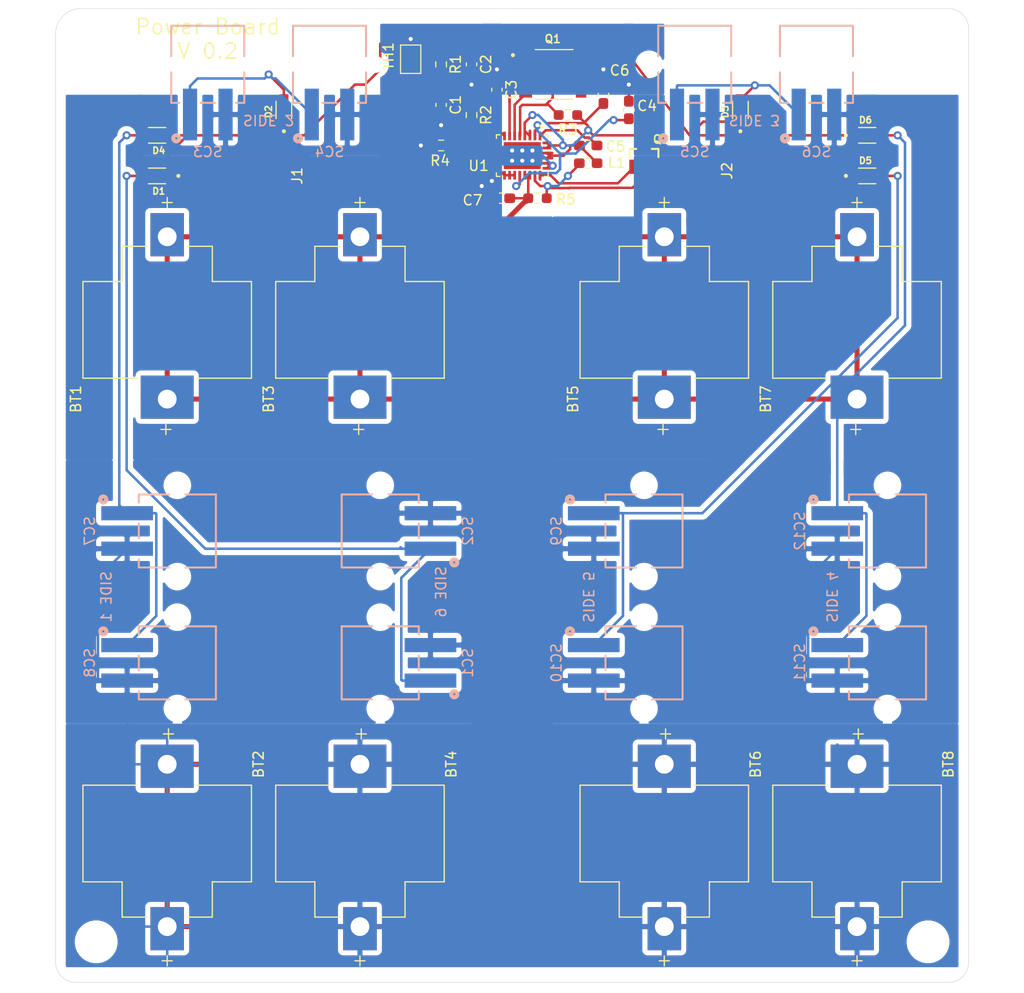
<source format=kicad_pcb>
(kicad_pcb (version 20171130) (host pcbnew "(5.1.10)-1")
  (layers (0 F.Cu signal) (31 B.Cu signal) (36 B.SilkS user) (37 F.SilkS user) (38 B.Mask user) (39 F.Mask user) (44 Edge.Cuts user))
  (net 0 "")
  (net 1 GND)
  (net 2 "Net-(C1-Pad1)")
  (net 3 "Net-(C2-Pad1)")
  (net 4 "Net-(C3-Pad2)")
  (net 5 "Net-(C4-Pad1)")
  (net 6 "Net-(C5-Pad2)")
  (net 7 "Net-(C5-Pad1)")
  (net 8 "Net-(C6-Pad1)")
  (net 9 "Net-(L1-Pad2)")
  (net 10 "Net-(Q1-Pad5_8)")
  (net 11 "Net-(Q1-Pad4)")
  (net 12 "Net-(Q2-Pad1)")
  (net 13 "Net-(R2-Pad2)")
  (net 14 "Net-(R2-Pad1)")
  (net 15 "Net-(R4-Pad2)")
  (net 16 "Net-(D1-Pad2)")
  (net 17 "Net-(D2-Pad2)")
  (net 18 "Net-(D3-Pad2)")
  (net 19 "Net-(D4-Pad2)")
  (net 20 "Net-(D5-Pad2)")
  (net 21 "Net-(D6-Pad2)")
  (net 22 "Net-(BT1-PadP1_1)")
  (module 6915_1x2:691508110302 (layer B.Cu) (at 182 74 270)
    (fp_text reference SC12 (at 0 8.635 90) (layer B.SilkS) (effects (justify mirror)))
    (fp_text value Solar_Cells)
    (pad None np_thru_hole circle (at 4.5 0 270) (size 1.7 1.7) (drill 1.7) (layers *.Cu *.Mask))
    (pad None np_thru_hole circle (at -4.5 0 270) (size 1.7 1.7) (drill 1.7) (layers *.Cu *.Mask))
    (pad 2 smd rect (at 1.75 4.95 270) (size 1.4 5.1) (layers B.Cu B.Paste B.Mask) (net 1 GND))
    (pad 1 smd rect (at -1.75 4.95 270) (size 1.4 5.1) (layers B.Cu B.Paste B.Mask) (net 21 "Net-(D6-Pad2)"))
  )
  (module 6915_1x2:691508110302 (layer B.Cu) (at 182 87 270)
    (fp_text reference SC11 (at 0 8.635 90) (layer B.SilkS) (effects (justify mirror)))
    (fp_text value Solar_Cells)
    (pad None np_thru_hole circle (at 4.5 0 270) (size 1.7 1.7) (drill 1.7) (layers *.Cu *.Mask))
    (pad None np_thru_hole circle (at -4.5 0 270) (size 1.7 1.7) (drill 1.7) (layers *.Cu *.Mask))
    (pad 2 smd rect (at 1.75 4.95 270) (size 1.4 5.1) (layers B.Cu B.Paste B.Mask) (net 1 GND))
    (pad 1 smd rect (at -1.75 4.95 270) (size 1.4 5.1) (layers B.Cu B.Paste B.Mask) (net 21 "Net-(D6-Pad2)"))
  )
  (module 6915_1x2:691508110302 (layer B.Cu) (at 158 87 270)
    (fp_text reference SC10 (at 0 8.635 270) (layer B.SilkS) (effects (justify mirror)))
    (fp_text value Solar_Cells)
    (pad None np_thru_hole circle (at 4.5 0 270) (size 1.7 1.7) (drill 1.7) (layers *.Cu *.Mask))
    (pad None np_thru_hole circle (at -4.5 0 270) (size 1.7 1.7) (drill 1.7) (layers *.Cu *.Mask))
    (pad 2 smd rect (at 1.75 4.95 270) (size 1.4 5.1) (layers B.Cu B.Paste B.Mask) (net 1 GND))
    (pad 1 smd rect (at -1.75 4.95 270) (size 1.4 5.1) (layers B.Cu B.Paste B.Mask) (net 20 "Net-(D5-Pad2)"))
  )
  (module 6915_1x2:691508110302 (layer B.Cu) (at 158 74 270)
    (fp_text reference SC9 (at 0 8.635 270) (layer B.SilkS) (effects (justify mirror)))
    (fp_text value Solar_Cells)
    (pad None np_thru_hole circle (at 4.5 0 270) (size 1.7 1.7) (drill 1.7) (layers *.Cu *.Mask))
    (pad None np_thru_hole circle (at -4.5 0 270) (size 1.7 1.7) (drill 1.7) (layers *.Cu *.Mask))
    (pad 2 smd rect (at 1.75 4.95 270) (size 1.4 5.1) (layers B.Cu B.Paste B.Mask) (net 1 GND))
    (pad 1 smd rect (at -1.75 4.95 270) (size 1.4 5.1) (layers B.Cu B.Paste B.Mask) (net 20 "Net-(D5-Pad2)"))
  )
  (module 6915_1x2:691508110302 (layer B.Cu) (at 112 87 270)
    (fp_text reference SC8 (at 0 8.635 90) (layer B.SilkS) (effects (justify mirror)))
    (fp_text value Solar_Cells)
    (pad None np_thru_hole circle (at 4.5 0 270) (size 1.7 1.7) (drill 1.7) (layers *.Cu *.Mask))
    (pad None np_thru_hole circle (at -4.5 0 270) (size 1.7 1.7) (drill 1.7) (layers *.Cu *.Mask))
    (pad 2 smd rect (at 1.75 4.95 270) (size 1.4 5.1) (layers B.Cu B.Paste B.Mask) (net 1 GND))
    (pad 1 smd rect (at -1.75 4.95 270) (size 1.4 5.1) (layers B.Cu B.Paste B.Mask) (net 19 "Net-(D4-Pad2)"))
  )
  (module 6915_1x2:691508110302 (layer B.Cu) (at 112 74 270)
    (fp_text reference SC7 (at 0 8.635 270) (layer B.SilkS) (effects (justify mirror)))
    (fp_text value Solar_Cells)
    (pad None np_thru_hole circle (at 4.5 0 270) (size 1.7 1.7) (drill 1.7) (layers *.Cu *.Mask))
    (pad None np_thru_hole circle (at -4.5 0 270) (size 1.7 1.7) (drill 1.7) (layers *.Cu *.Mask))
    (pad 2 smd rect (at 1.75 4.95 270) (size 1.4 5.1) (layers B.Cu B.Paste B.Mask) (net 1 GND))
    (pad 1 smd rect (at -1.75 4.95 270) (size 1.4 5.1) (layers B.Cu B.Paste B.Mask) (net 19 "Net-(D4-Pad2)"))
  )
  (module 6915_1x2:691508110302 (layer B.Cu) (at 175 28)
    (fp_text reference SC6 (at 0 8.635 180) (layer B.SilkS) (effects (justify mirror)))
    (fp_text value Solar_Cells)
    (pad None np_thru_hole circle (at 4.5 0) (size 1.7 1.7) (drill 1.7) (layers *.Cu *.Mask))
    (pad None np_thru_hole circle (at -4.5 0) (size 1.7 1.7) (drill 1.7) (layers *.Cu *.Mask))
    (pad 2 smd rect (at 1.75 4.95) (size 1.4 5.1) (layers B.Cu B.Paste B.Mask) (net 1 GND))
    (pad 1 smd rect (at -1.75 4.95) (size 1.4 5.1) (layers B.Cu B.Paste B.Mask) (net 18 "Net-(D3-Pad2)"))
  )
  (module 6915_1x2:691508110302 (layer B.Cu) (at 163 28)
    (fp_text reference SC5 (at 0 8.635 180) (layer B.SilkS) (effects (justify mirror)))
    (fp_text value Solar_Cells)
    (pad None np_thru_hole circle (at 4.5 0) (size 1.7 1.7) (drill 1.7) (layers *.Cu *.Mask))
    (pad None np_thru_hole circle (at -4.5 0) (size 1.7 1.7) (drill 1.7) (layers *.Cu *.Mask))
    (pad 2 smd rect (at 1.75 4.95) (size 1.4 5.1) (layers B.Cu B.Paste B.Mask) (net 1 GND))
    (pad 1 smd rect (at -1.75 4.95) (size 1.4 5.1) (layers B.Cu B.Paste B.Mask) (net 18 "Net-(D3-Pad2)"))
  )
  (module 6915_1x2:691508110302 (layer B.Cu) (at 127 28)
    (fp_text reference SC4 (at 0 8.635 180) (layer B.SilkS) (effects (justify mirror)))
    (fp_text value Solar_Cells)
    (pad None np_thru_hole circle (at 4.5 0) (size 1.7 1.7) (drill 1.7) (layers *.Cu *.Mask))
    (pad None np_thru_hole circle (at -4.5 0) (size 1.7 1.7) (drill 1.7) (layers *.Cu *.Mask))
    (pad 2 smd rect (at 1.75 4.95) (size 1.4 5.1) (layers B.Cu B.Paste B.Mask) (net 1 GND))
    (pad 1 smd rect (at -1.75 4.95) (size 1.4 5.1) (layers B.Cu B.Paste B.Mask) (net 17 "Net-(D2-Pad2)"))
  )
  (module 6915_1x2:691508110302 (layer B.Cu) (at 115 28)
    (fp_text reference SC3 (at 0 8.635 180) (layer B.SilkS) (effects (justify mirror)))
    (fp_text value Solar_Cells)
    (pad None np_thru_hole circle (at 4.5 0) (size 1.7 1.7) (drill 1.7) (layers *.Cu *.Mask))
    (pad None np_thru_hole circle (at -4.5 0) (size 1.7 1.7) (drill 1.7) (layers *.Cu *.Mask))
    (pad 2 smd rect (at 1.75 4.95) (size 1.4 5.1) (layers B.Cu B.Paste B.Mask) (net 1 GND))
    (pad 1 smd rect (at -1.75 4.95) (size 1.4 5.1) (layers B.Cu B.Paste B.Mask) (net 17 "Net-(D2-Pad2)"))
  )
  (module 6915_1x2:691508110302 (layer B.Cu) (at 132 74 90)
    (fp_text reference SC2 (at 0 8.635 270) (layer B.SilkS) (effects (justify mirror)))
    (fp_text value Solar_Cells)
    (pad None np_thru_hole circle (at 4.5 0 90) (size 1.7 1.7) (drill 1.7) (layers *.Cu *.Mask))
    (pad None np_thru_hole circle (at -4.5 0 90) (size 1.7 1.7) (drill 1.7) (layers *.Cu *.Mask))
    (pad 2 smd rect (at 1.75 4.95 90) (size 1.4 5.1) (layers B.Cu B.Paste B.Mask) (net 1 GND))
    (pad 1 smd rect (at -1.75 4.95 90) (size 1.4 5.1) (layers B.Cu B.Paste B.Mask) (net 16 "Net-(D1-Pad2)"))
  )
  (module 6915_1x2:691508110302 (layer B.Cu) (at 132 87 90)
    (fp_text reference SC1 (at 0 8.635 270) (layer B.SilkS) (effects (justify mirror)))
    (fp_text value Solar_Cells)
    (pad None np_thru_hole circle (at 4.5 0 90) (size 1.7 1.7) (drill 1.7) (layers *.Cu *.Mask))
    (pad None np_thru_hole circle (at -4.5 0 90) (size 1.7 1.7) (drill 1.7) (layers *.Cu *.Mask))
    (pad 2 smd rect (at 1.75 4.95 90) (size 1.4 5.1) (layers B.Cu B.Paste B.Mask) (net 1 GND))
    (pad 1 smd rect (at -1.75 4.95 90) (size 1.4 5.1) (layers B.Cu B.Paste B.Mask) (net 16 "Net-(D1-Pad2)"))
  )
  (module MountingHole:MountingHole_3.2mm_M3 (layer F.Cu) (at 186 114.5)
    (fp_text reference REF** hide)
    (fp_text value MountingHole_3.2mm_M3)
    (pad 1 np_thru_hole circle (at 0 0) (size 3.2 3.2) (drill 3.2) (layers *.Cu *.Mask))
  )
  (module MountingHole:MountingHole_3.2mm_M3 (layer F.Cu) (at 104 114.5)
    (fp_text reference REF** hide)
    (fp_text value MountingHole_3.2mm_M3)
    (pad 1 np_thru_hole circle (at 0 0) (size 3.2 3.2) (drill 3.2) (layers *.Cu *.Mask))
  )
  (module MountingHole:MountingHole_3.2mm_M3 (layer F.Cu) (at 186 26.5)
    (fp_text reference REF** hide)
    (fp_text value MountingHole_3.2mm_M3)
    (pad 1 np_thru_hole circle (at 0 0) (size 3.2 3.2) (drill 3.2) (layers *.Cu *.Mask))
  )
  (module MountingHole:MountingHole_3.2mm_M3 (layer F.Cu) (at 104 26.5)
    (fp_text reference REF** hide)
    (fp_text value MountingHole_3.2mm_M3)
    (pad 1 np_thru_hole circle (at 0 0) (size 3.2 3.2) (drill 3.2) (layers *.Cu *.Mask))
  )
  (module 254TR:BAT_254TR (layer F.Cu) (at 160 53 90)
    (fp_text reference BT5 (at -8 -9 90) (layer F.SilkS))
    (fp_text value 254TR)
    (fp_poly (pts (xy -8 0.925) (xy -8 2.6) (xy -9.93 2.6) (xy -9.93 -2.6) (xy -8 -2.6) (xy -8 -0.925) (xy -8.048 -0.924) (xy -8.097 -0.92) (xy -8.145 -0.914) (xy -8.192 -0.905) (xy -8.239 -0.893) (xy -8.286 -0.88) (xy -8.331 -0.864) (xy -8.376 -0.845) (xy -8.42 -0.824) (xy -8.463 -0.801) (xy -8.504 -0.776) (xy -8.544 -0.748) (xy -8.582 -0.719) (xy -8.619 -0.687) (xy -8.654 -0.654) (xy -8.687 -0.619) (xy -8.719 -0.582) (xy -8.748 -0.544) (xy -8.776 -0.504) (xy -8.801 -0.462) (xy -8.824 -0.42) (xy -8.845 -0.376) (xy -8.864 -0.331) (xy -8.88 -0.286) (xy -8.893 -0.239) (xy -8.905 -0.192) (xy -8.914 -0.145) (xy -8.92 -0.097) (xy -8.924 -0.048) (xy -8.925 0) (xy -8.924 0.048) (xy -8.92 0.097) (xy -8.914 0.145) (xy -8.905 0.192) (xy -8.893 0.239) (xy -8.88 0.286) (xy -8.864 0.331) (xy -8.845 0.376) (xy -8.824 0.42) (xy -8.801 0.462) (xy -8.776 0.504) (xy -8.748 0.544) (xy -8.719 0.582) (xy -8.687 0.619) (xy -8.654 0.654) (xy -8.619 0.687) (xy -8.582 0.719) (xy -8.544 0.748) (xy -8.504 0.776) (xy -8.463 0.801) (xy -8.42 0.824) (xy -8.376 0.845) (xy -8.331 0.864) (xy -8.286 0.88) (xy -8.239 0.893) (xy -8.192 0.905) (xy -8.145 0.914) (xy -8.097 0.92) (xy -8.048 0.924) (xy -8 0.925)) (layer F.Cu) (width 0.01))
    (fp_poly (pts (xy -7.995 -0.925) (xy -7.995 -2.6) (xy -5.69 -2.6) (xy -5.69 2.6) (xy -7.995 2.6) (xy -7.995 0.925) (xy -7.947 0.924) (xy -7.899 0.92) (xy -7.851 0.914) (xy -7.804 0.905) (xy -7.757 0.894) (xy -7.711 0.88) (xy -7.665 0.864) (xy -7.621 0.845) (xy -7.577 0.825) (xy -7.535 0.802) (xy -7.494 0.777) (xy -7.454 0.749) (xy -7.416 0.72) (xy -7.379 0.689) (xy -7.344 0.656) (xy -7.311 0.621) (xy -7.28 0.584) (xy -7.251 0.546) (xy -7.223 0.506) (xy -7.198 0.465) (xy -7.175 0.423) (xy -7.155 0.379) (xy -7.136 0.335) (xy -7.12 0.289) (xy -7.106 0.243) (xy -7.095 0.196) (xy -7.086 0.149) (xy -7.08 0.101) (xy -7.076 0.053) (xy -7.075 0.005) (xy -7.075 -0.005) (xy -7.076 -0.053) (xy -7.08 -0.101) (xy -7.086 -0.149) (xy -7.095 -0.196) (xy -7.106 -0.243) (xy -7.12 -0.289) (xy -7.136 -0.335) (xy -7.155 -0.379) (xy -7.175 -0.423) (xy -7.198 -0.465) (xy -7.223 -0.506) (xy -7.251 -0.546) (xy -7.28 -0.584) (xy -7.311 -0.621) (xy -7.344 -0.656) (xy -7.379 -0.689) (xy -7.416 -0.72) (xy -7.454 -0.749) (xy -7.494 -0.777) (xy -7.535 -0.802) (xy -7.577 -0.825) (xy -7.621 -0.845) (xy -7.665 -0.864) (xy -7.711 -0.88) (xy -7.757 -0.894) (xy -7.804 -0.905) (xy -7.851 -0.914) (xy -7.899 -0.92) (xy -7.947 -0.924) (xy -7.995 -0.925)) (layer F.Cu) (width 0.01))
    (fp_poly (pts (xy 8 -0.925) (xy 8 -1.65) (xy 10.32 -1.65) (xy 10.32 1.65) (xy 8 1.65) (xy 8 0.925) (xy 8.048 0.924) (xy 8.097 0.92) (xy 8.145 0.914) (xy 8.192 0.905) (xy 8.239 0.893) (xy 8.286 0.88) (xy 8.331 0.864) (xy 8.376 0.845) (xy 8.42 0.824) (xy 8.463 0.801) (xy 8.504 0.776) (xy 8.544 0.748) (xy 8.582 0.719) (xy 8.619 0.687) (xy 8.654 0.654) (xy 8.687 0.619) (xy 8.719 0.582) (xy 8.748 0.544) (xy 8.776 0.504) (xy 8.801 0.462) (xy 8.824 0.42) (xy 8.845 0.376) (xy 8.864 0.331) (xy 8.88 0.286) (xy 8.893 0.239) (xy 8.905 0.192) (xy 8.914 0.145) (xy 8.92 0.097) (xy 8.924 0.048) (xy 8.925 0) (xy 8.924 -0.048) (xy 8.92 -0.097) (xy 8.914 -0.145) (xy 8.905 -0.192) (xy 8.893 -0.239) (xy 8.88 -0.286) (xy 8.864 -0.331) (xy 8.845 -0.376) (xy 8.824 -0.42) (xy 8.801 -0.462) (xy 8.776 -0.504) (xy 8.748 -0.544) (xy 8.719 -0.582) (xy 8.687 -0.619) (xy 8.654 -0.654) (xy 8.619 -0.687) (xy 8.582 -0.719) (xy 8.544 -0.748) (xy 8.504 -0.776) (xy 8.463 -0.801) (xy 8.42 -0.824) (xy 8.376 -0.845) (xy 8.331 -0.864) (xy 8.286 -0.88) (xy 8.239 -0.893) (xy 8.192 -0.905) (xy 8.145 -0.914) (xy 8.097 -0.92) (xy 8.048 -0.924) (xy 8 -0.925)) (layer F.Cu) (width 0.01))
    (fp_poly (pts (xy 7.995 0.925) (xy 7.995 1.65) (xy 6.08 1.65) (xy 6.08 -1.65) (xy 7.995 -1.65) (xy 7.995 -0.925) (xy 7.947 -0.924) (xy 7.899 -0.92) (xy 7.851 -0.914) (xy 7.804 -0.905) (xy 7.757 -0.894) (xy 7.711 -0.88) (xy 7.665 -0.864) (xy 7.621 -0.845) (xy 7.577 -0.825) (xy 7.535 -0.802) (xy 7.494 -0.777) (xy 7.454 -0.749) (xy 7.416 -0.72) (xy 7.379 -0.689) (xy 7.344 -0.656) (xy 7.311 -0.621) (xy 7.28 -0.584) (xy 7.251 -0.546) (xy 7.223 -0.506) (xy 7.198 -0.465) (xy 7.175 -0.423) (xy 7.155 -0.379) (xy 7.136 -0.335) (xy 7.12 -0.289) (xy 7.106 -0.243) (xy 7.095 -0.196) (xy 7.086 -0.149) (xy 7.08 -0.101) (xy 7.076 -0.053) (xy 7.075 -0.005) (xy 7.075 0.005) (xy 7.076 0.053) (xy 7.08 0.101) (xy 7.086 0.149) (xy 7.095 0.196) (xy 7.106 0.243) (xy 7.12 0.289) (xy 7.136 0.335) (xy 7.155 0.379) (xy 7.175 0.423) (xy 7.198 0.465) (xy 7.223 0.506) (xy 7.251 0.546) (xy 7.28 0.584) (xy 7.311 0.621) (xy 7.344 0.656) (xy 7.379 0.689) (xy 7.416 0.72) (xy 7.454 0.749) (xy 7.494 0.777) (xy 7.535 0.802) (xy 7.577 0.825) (xy 7.621 0.845) (xy 7.665 0.864) (xy 7.711 0.88) (xy 7.757 0.894) (xy 7.804 0.905) (xy 7.851 0.914) (xy 7.899 0.92) (xy 7.947 0.924) (xy 7.995 0.925)) (layer F.Cu) (width 0.01))
    (fp_poly (pts (xy -8 0.925) (xy -8 2.6) (xy -9.93 2.6) (xy -9.93 -2.6) (xy -8 -2.6) (xy -8 -0.925) (xy -8.048 -0.924) (xy -8.097 -0.92) (xy -8.145 -0.914) (xy -8.192 -0.905) (xy -8.239 -0.893) (xy -8.286 -0.88) (xy -8.331 -0.864) (xy -8.376 -0.845) (xy -8.42 -0.824) (xy -8.463 -0.801) (xy -8.504 -0.776) (xy -8.544 -0.748) (xy -8.582 -0.719) (xy -8.619 -0.687) (xy -8.654 -0.654) (xy -8.687 -0.619) (xy -8.719 -0.582) (xy -8.748 -0.544) (xy -8.776 -0.504) (xy -8.801 -0.462) (xy -8.824 -0.42) (xy -8.845 -0.376) (xy -8.864 -0.331) (xy -8.88 -0.286) (xy -8.893 -0.239) (xy -8.905 -0.192) (xy -8.914 -0.145) (xy -8.92 -0.097) (xy -8.924 -0.048) (xy -8.925 0) (xy -8.924 0.048) (xy -8.92 0.097) (xy -8.914 0.145) (xy -8.905 0.192) (xy -8.893 0.239) (xy -8.88 0.286) (xy -8.864 0.331) (xy -8.845 0.376) (xy -8.824 0.42) (xy -8.801 0.462) (xy -8.776 0.504) (xy -8.748 0.544) (xy -8.719 0.582) (xy -8.687 0.619) (xy -8.654 0.654) (xy -8.619 0.687) (xy -8.582 0.719) (xy -8.544 0.748) (xy -8.504 0.776) (xy -8.463 0.801) (xy -8.42 0.824) (xy -8.376 0.845) (xy -8.331 0.864) (xy -8.286 0.88) (xy -8.239 0.893) (xy -8.192 0.905) (xy -8.145 0.914) (xy -8.097 0.92) (xy -8.048 0.924) (xy -8 0.925)) (layer B.Cu) (width 0.01))
    (fp_poly (pts (xy -7.995 -0.925) (xy -7.995 -2.6) (xy -5.69 -2.6) (xy -5.69 2.6) (xy -7.995 2.6) (xy -7.995 0.925) (xy -7.947 0.924) (xy -7.899 0.92) (xy -7.851 0.914) (xy -7.804 0.905) (xy -7.757 0.894) (xy -7.711 0.88) (xy -7.665 0.864) (xy -7.621 0.845) (xy -7.577 0.825) (xy -7.535 0.802) (xy -7.494 0.777) (xy -7.454 0.749) (xy -7.416 0.72) (xy -7.379 0.689) (xy -7.344 0.656) (xy -7.311 0.621) (xy -7.28 0.584) (xy -7.251 0.546) (xy -7.223 0.506) (xy -7.198 0.465) (xy -7.175 0.423) (xy -7.155 0.379) (xy -7.136 0.335) (xy -7.12 0.289) (xy -7.106 0.243) (xy -7.095 0.196) (xy -7.086 0.149) (xy -7.08 0.101) (xy -7.076 0.053) (xy -7.075 0.005) (xy -7.075 -0.005) (xy -7.076 -0.053) (xy -7.08 -0.101) (xy -7.086 -0.149) (xy -7.095 -0.196) (xy -7.106 -0.243) (xy -7.12 -0.289) (xy -7.136 -0.335) (xy -7.155 -0.379) (xy -7.175 -0.423) (xy -7.198 -0.465) (xy -7.223 -0.506) (xy -7.251 -0.546) (xy -7.28 -0.584) (xy -7.311 -0.621) (xy -7.344 -0.656) (xy -7.379 -0.689) (xy -7.416 -0.72) (xy -7.454 -0.749) (xy -7.494 -0.777) (xy -7.535 -0.802) (xy -7.577 -0.825) (xy -7.621 -0.845) (xy -7.665 -0.864) (xy -7.711 -0.88) (xy -7.757 -0.894) (xy -7.804 -0.905) (xy -7.851 -0.914) (xy -7.899 -0.92) (xy -7.947 -0.924) (xy -7.995 -0.925)) (layer B.Cu) (width 0.01))
    (fp_poly (pts (xy 8 -0.925) (xy 8 -1.65) (xy 10.32 -1.65) (xy 10.32 1.65) (xy 8 1.65) (xy 8 0.925) (xy 8.048 0.924) (xy 8.097 0.92) (xy 8.145 0.914) (xy 8.192 0.905) (xy 8.239 0.893) (xy 8.286 0.88) (xy 8.331 0.864) (xy 8.376 0.845) (xy 8.42 0.824) (xy 8.463 0.801) (xy 8.504 0.776) (xy 8.544 0.748) (xy 8.582 0.719) (xy 8.619 0.687) (xy 8.654 0.654) (xy 8.687 0.619) (xy 8.719 0.582) (xy 8.748 0.544) (xy 8.776 0.504) (xy 8.801 0.462) (xy 8.824 0.42) (xy 8.845 0.376) (xy 8.864 0.331) (xy 8.88 0.286) (xy 8.893 0.239) (xy 8.905 0.192) (xy 8.914 0.145) (xy 8.92 0.097) (xy 8.924 0.048) (xy 8.925 0) (xy 8.924 -0.048) (xy 8.92 -0.097) (xy 8.914 -0.145) (xy 8.905 -0.192) (xy 8.893 -0.239) (xy 8.88 -0.286) (xy 8.864 -0.331) (xy 8.845 -0.376) (xy 8.824 -0.42) (xy 8.801 -0.462) (xy 8.776 -0.504) (xy 8.748 -0.544) (xy 8.719 -0.582) (xy 8.687 -0.619) (xy 8.654 -0.654) (xy 8.619 -0.687) (xy 8.582 -0.719) (xy 8.544 -0.748) (xy 8.504 -0.776) (xy 8.463 -0.801) (xy 8.42 -0.824) (xy 8.376 -0.845) (xy 8.331 -0.864) (xy 8.286 -0.88) (xy 8.239 -0.893) (xy 8.192 -0.905) (xy 8.145 -0.914) (xy 8.097 -0.92) (xy 8.048 -0.924) (xy 8 -0.925)) (layer B.Cu) (width 0.01))
    (fp_poly (pts (xy 7.995 0.925) (xy 7.995 1.65) (xy 6.08 1.65) (xy 6.08 -1.65) (xy 7.995 -1.65) (xy 7.995 -0.925) (xy 7.947 -0.924) (xy 7.899 -0.92) (xy 7.851 -0.914) (xy 7.804 -0.905) (xy 7.757 -0.894) (xy 7.711 -0.88) (xy 7.665 -0.864) (xy 7.621 -0.845) (xy 7.577 -0.825) (xy 7.535 -0.802) (xy 7.494 -0.777) (xy 7.454 -0.749) (xy 7.416 -0.72) (xy 7.379 -0.689) (xy 7.344 -0.656) (xy 7.311 -0.621) (xy 7.28 -0.584) (xy 7.251 -0.546) (xy 7.223 -0.506) (xy 7.198 -0.465) (xy 7.175 -0.423) (xy 7.155 -0.379) (xy 7.136 -0.335) (xy 7.12 -0.289) (xy 7.106 -0.243) (xy 7.095 -0.196) (xy 7.086 -0.149) (xy 7.08 -0.101) (xy 7.076 -0.053) (xy 7.075 -0.005) (xy 7.075 0.005) (xy 7.076 0.053) (xy 7.08 0.101) (xy 7.086 0.149) (xy 7.095 0.196) (xy 7.106 0.243) (xy 7.12 0.289) (xy 7.136 0.335) (xy 7.155 0.379) (xy 7.175 0.423) (xy 7.198 0.465) (xy 7.223 0.506) (xy 7.251 0.546) (xy 7.28 0.584) (xy 7.311 0.621) (xy 7.344 0.656) (xy 7.379 0.689) (xy 7.416 0.72) (xy 7.454 0.749) (xy 7.494 0.777) (xy 7.535 0.802) (xy 7.577 0.825) (xy 7.621 0.845) (xy 7.665 0.864) (xy 7.711 0.88) (xy 7.757 0.894) (xy 7.804 0.905) (xy 7.851 0.914) (xy 7.899 0.92) (xy 7.947 0.924) (xy 7.995 0.925)) (layer B.Cu) (width 0.01))
    (pad P1_2 thru_hole circle (at 8 0 90) (size 2.775 2.775) (drill 1.85) (layers *.Cu) (net 22 "Net-(BT1-PadP1_1)"))
    (pad P1_1 thru_hole circle (at -8 0 90) (size 2.775 2.775) (drill 1.85) (layers *.Cu) (net 22 "Net-(BT1-PadP1_1)"))
  )
  (module 254TR:BAT_254TR (layer F.Cu) (at 160 105 270)
    (fp_text reference BT6 (at -8 -9 90) (layer F.SilkS))
    (fp_text value 254TR)
    (fp_poly (pts (xy -8 0.925) (xy -8 2.6) (xy -9.93 2.6) (xy -9.93 -2.6) (xy -8 -2.6) (xy -8 -0.925) (xy -8.048 -0.924) (xy -8.097 -0.92) (xy -8.145 -0.914) (xy -8.192 -0.905) (xy -8.239 -0.893) (xy -8.286 -0.88) (xy -8.331 -0.864) (xy -8.376 -0.845) (xy -8.42 -0.824) (xy -8.463 -0.801) (xy -8.504 -0.776) (xy -8.544 -0.748) (xy -8.582 -0.719) (xy -8.619 -0.687) (xy -8.654 -0.654) (xy -8.687 -0.619) (xy -8.719 -0.582) (xy -8.748 -0.544) (xy -8.776 -0.504) (xy -8.801 -0.462) (xy -8.824 -0.42) (xy -8.845 -0.376) (xy -8.864 -0.331) (xy -8.88 -0.286) (xy -8.893 -0.239) (xy -8.905 -0.192) (xy -8.914 -0.145) (xy -8.92 -0.097) (xy -8.924 -0.048) (xy -8.925 0) (xy -8.924 0.048) (xy -8.92 0.097) (xy -8.914 0.145) (xy -8.905 0.192) (xy -8.893 0.239) (xy -8.88 0.286) (xy -8.864 0.331) (xy -8.845 0.376) (xy -8.824 0.42) (xy -8.801 0.462) (xy -8.776 0.504) (xy -8.748 0.544) (xy -8.719 0.582) (xy -8.687 0.619) (xy -8.654 0.654) (xy -8.619 0.687) (xy -8.582 0.719) (xy -8.544 0.748) (xy -8.504 0.776) (xy -8.463 0.801) (xy -8.42 0.824) (xy -8.376 0.845) (xy -8.331 0.864) (xy -8.286 0.88) (xy -8.239 0.893) (xy -8.192 0.905) (xy -8.145 0.914) (xy -8.097 0.92) (xy -8.048 0.924) (xy -8 0.925)) (layer F.Cu) (width 0.01))
    (fp_poly (pts (xy -7.995 -0.925) (xy -7.995 -2.6) (xy -5.69 -2.6) (xy -5.69 2.6) (xy -7.995 2.6) (xy -7.995 0.925) (xy -7.947 0.924) (xy -7.899 0.92) (xy -7.851 0.914) (xy -7.804 0.905) (xy -7.757 0.894) (xy -7.711 0.88) (xy -7.665 0.864) (xy -7.621 0.845) (xy -7.577 0.825) (xy -7.535 0.802) (xy -7.494 0.777) (xy -7.454 0.749) (xy -7.416 0.72) (xy -7.379 0.689) (xy -7.344 0.656) (xy -7.311 0.621) (xy -7.28 0.584) (xy -7.251 0.546) (xy -7.223 0.506) (xy -7.198 0.465) (xy -7.175 0.423) (xy -7.155 0.379) (xy -7.136 0.335) (xy -7.12 0.289) (xy -7.106 0.243) (xy -7.095 0.196) (xy -7.086 0.149) (xy -7.08 0.101) (xy -7.076 0.053) (xy -7.075 0.005) (xy -7.075 -0.005) (xy -7.076 -0.053) (xy -7.08 -0.101) (xy -7.086 -0.149) (xy -7.095 -0.196) (xy -7.106 -0.243) (xy -7.12 -0.289) (xy -7.136 -0.335) (xy -7.155 -0.379) (xy -7.175 -0.423) (xy -7.198 -0.465) (xy -7.223 -0.506) (xy -7.251 -0.546) (xy -7.28 -0.584) (xy -7.311 -0.621) (xy -7.344 -0.656) (xy -7.379 -0.689) (xy -7.416 -0.72) (xy -7.454 -0.749) (xy -7.494 -0.777) (xy -7.535 -0.802) (xy -7.577 -0.825) (xy -7.621 -0.845) (xy -7.665 -0.864) (xy -7.711 -0.88) (xy -7.757 -0.894) (xy -7.804 -0.905) (xy -7.851 -0.914) (xy -7.899 -0.92) (xy -7.947 -0.924) (xy -7.995 -0.925)) (layer F.Cu) (width 0.01))
    (fp_poly (pts (xy 8 -0.925) (xy 8 -1.65) (xy 10.32 -1.65) (xy 10.32 1.65) (xy 8 1.65) (xy 8 0.925) (xy 8.048 0.924) (xy 8.097 0.92) (xy 8.145 0.914) (xy 8.192 0.905) (xy 8.239 0.893) (xy 8.286 0.88) (xy 8.331 0.864) (xy 8.376 0.845) (xy 8.42 0.824) (xy 8.463 0.801) (xy 8.504 0.776) (xy 8.544 0.748) (xy 8.582 0.719) (xy 8.619 0.687) (xy 8.654 0.654) (xy 8.687 0.619) (xy 8.719 0.582) (xy 8.748 0.544) (xy 8.776 0.504) (xy 8.801 0.462) (xy 8.824 0.42) (xy 8.845 0.376) (xy 8.864 0.331) (xy 8.88 0.286) (xy 8.893 0.239) (xy 8.905 0.192) (xy 8.914 0.145) (xy 8.92 0.097) (xy 8.924 0.048) (xy 8.925 0) (xy 8.924 -0.048) (xy 8.92 -0.097) (xy 8.914 -0.145) (xy 8.905 -0.192) (xy 8.893 -0.239) (xy 8.88 -0.286) (xy 8.864 -0.331) (xy 8.845 -0.376) (xy 8.824 -0.42) (xy 8.801 -0.462) (xy 8.776 -0.504) (xy 8.748 -0.544) (xy 8.719 -0.582) (xy 8.687 -0.619) (xy 8.654 -0.654) (xy 8.619 -0.687) (xy 8.582 -0.719) (xy 8.544 -0.748) (xy 8.504 -0.776) (xy 8.463 -0.801) (xy 8.42 -0.824) (xy 8.376 -0.845) (xy 8.331 -0.864) (xy 8.286 -0.88) (xy 8.239 -0.893) (xy 8.192 -0.905) (xy 8.145 -0.914) (xy 8.097 -0.92) (xy 8.048 -0.924) (xy 8 -0.925)) (layer F.Cu) (width 0.01))
    (fp_poly (pts (xy 7.995 0.925) (xy 7.995 1.65) (xy 6.08 1.65) (xy 6.08 -1.65) (xy 7.995 -1.65) (xy 7.995 -0.925) (xy 7.947 -0.924) (xy 7.899 -0.92) (xy 7.851 -0.914) (xy 7.804 -0.905) (xy 7.757 -0.894) (xy 7.711 -0.88) (xy 7.665 -0.864) (xy 7.621 -0.845) (xy 7.577 -0.825) (xy 7.535 -0.802) (xy 7.494 -0.777) (xy 7.454 -0.749) (xy 7.416 -0.72) (xy 7.379 -0.689) (xy 7.344 -0.656) (xy 7.311 -0.621) (xy 7.28 -0.584) (xy 7.251 -0.546) (xy 7.223 -0.506) (xy 7.198 -0.465) (xy 7.175 -0.423) (xy 7.155 -0.379) (xy 7.136 -0.335) (xy 7.12 -0.289) (xy 7.106 -0.243) (xy 7.095 -0.196) (xy 7.086 -0.149) (xy 7.08 -0.101) (xy 7.076 -0.053) (xy 7.075 -0.005) (xy 7.075 0.005) (xy 7.076 0.053) (xy 7.08 0.101) (xy 7.086 0.149) (xy 7.095 0.196) (xy 7.106 0.243) (xy 7.12 0.289) (xy 7.136 0.335) (xy 7.155 0.379) (xy 7.175 0.423) (xy 7.198 0.465) (xy 7.223 0.506) (xy 7.251 0.546) (xy 7.28 0.584) (xy 7.311 0.621) (xy 7.344 0.656) (xy 7.379 0.689) (xy 7.416 0.72) (xy 7.454 0.749) (xy 7.494 0.777) (xy 7.535 0.802) (xy 7.577 0.825) (xy 7.621 0.845) (xy 7.665 0.864) (xy 7.711 0.88) (xy 7.757 0.894) (xy 7.804 0.905) (xy 7.851 0.914) (xy 7.899 0.92) (xy 7.947 0.924) (xy 7.995 0.925)) (layer F.Cu) (width 0.01))
    (fp_poly (pts (xy -8 0.925) (xy -8 2.6) (xy -9.93 2.6) (xy -9.93 -2.6) (xy -8 -2.6) (xy -8 -0.925) (xy -8.048 -0.924) (xy -8.097 -0.92) (xy -8.145 -0.914) (xy -8.192 -0.905) (xy -8.239 -0.893) (xy -8.286 -0.88) (xy -8.331 -0.864) (xy -8.376 -0.845) (xy -8.42 -0.824) (xy -8.463 -0.801) (xy -8.504 -0.776) (xy -8.544 -0.748) (xy -8.582 -0.719) (xy -8.619 -0.687) (xy -8.654 -0.654) (xy -8.687 -0.619) (xy -8.719 -0.582) (xy -8.748 -0.544) (xy -8.776 -0.504) (xy -8.801 -0.462) (xy -8.824 -0.42) (xy -8.845 -0.376) (xy -8.864 -0.331) (xy -8.88 -0.286) (xy -8.893 -0.239) (xy -8.905 -0.192) (xy -8.914 -0.145) (xy -8.92 -0.097) (xy -8.924 -0.048) (xy -8.925 0) (xy -8.924 0.048) (xy -8.92 0.097) (xy -8.914 0.145) (xy -8.905 0.192) (xy -8.893 0.239) (xy -8.88 0.286) (xy -8.864 0.331) (xy -8.845 0.376) (xy -8.824 0.42) (xy -8.801 0.462) (xy -8.776 0.504) (xy -8.748 0.544) (xy -8.719 0.582) (xy -8.687 0.619) (xy -8.654 0.654) (xy -8.619 0.687) (xy -8.582 0.719) (xy -8.544 0.748) (xy -8.504 0.776) (xy -8.463 0.801) (xy -8.42 0.824) (xy -8.376 0.845) (xy -8.331 0.864) (xy -8.286 0.88) (xy -8.239 0.893) (xy -8.192 0.905) (xy -8.145 0.914) (xy -8.097 0.92) (xy -8.048 0.924) (xy -8 0.925)) (layer B.Cu) (width 0.01))
    (fp_poly (pts (xy -7.995 -0.925) (xy -7.995 -2.6) (xy -5.69 -2.6) (xy -5.69 2.6) (xy -7.995 2.6) (xy -7.995 0.925) (xy -7.947 0.924) (xy -7.899 0.92) (xy -7.851 0.914) (xy -7.804 0.905) (xy -7.757 0.894) (xy -7.711 0.88) (xy -7.665 0.864) (xy -7.621 0.845) (xy -7.577 0.825) (xy -7.535 0.802) (xy -7.494 0.777) (xy -7.454 0.749) (xy -7.416 0.72) (xy -7.379 0.689) (xy -7.344 0.656) (xy -7.311 0.621) (xy -7.28 0.584) (xy -7.251 0.546) (xy -7.223 0.506) (xy -7.198 0.465) (xy -7.175 0.423) (xy -7.155 0.379) (xy -7.136 0.335) (xy -7.12 0.289) (xy -7.106 0.243) (xy -7.095 0.196) (xy -7.086 0.149) (xy -7.08 0.101) (xy -7.076 0.053) (xy -7.075 0.005) (xy -7.075 -0.005) (xy -7.076 -0.053) (xy -7.08 -0.101) (xy -7.086 -0.149) (xy -7.095 -0.196) (xy -7.106 -0.243) (xy -7.12 -0.289) (xy -7.136 -0.335) (xy -7.155 -0.379) (xy -7.175 -0.423) (xy -7.198 -0.465) (xy -7.223 -0.506) (xy -7.251 -0.546) (xy -7.28 -0.584) (xy -7.311 -0.621) (xy -7.344 -0.656) (xy -7.379 -0.689) (xy -7.416 -0.72) (xy -7.454 -0.749) (xy -7.494 -0.777) (xy -7.535 -0.802) (xy -7.577 -0.825) (xy -7.621 -0.845) (xy -7.665 -0.864) (xy -7.711 -0.88) (xy -7.757 -0.894) (xy -7.804 -0.905) (xy -7.851 -0.914) (xy -7.899 -0.92) (xy -7.947 -0.924) (xy -7.995 -0.925)) (layer B.Cu) (width 0.01))
    (fp_poly (pts (xy 8 -0.925) (xy 8 -1.65) (xy 10.32 -1.65) (xy 10.32 1.65) (xy 8 1.65) (xy 8 0.925) (xy 8.048 0.924) (xy 8.097 0.92) (xy 8.145 0.914) (xy 8.192 0.905) (xy 8.239 0.893) (xy 8.286 0.88) (xy 8.331 0.864) (xy 8.376 0.845) (xy 8.42 0.824) (xy 8.463 0.801) (xy 8.504 0.776) (xy 8.544 0.748) (xy 8.582 0.719) (xy 8.619 0.687) (xy 8.654 0.654) (xy 8.687 0.619) (xy 8.719 0.582) (xy 8.748 0.544) (xy 8.776 0.504) (xy 8.801 0.462) (xy 8.824 0.42) (xy 8.845 0.376) (xy 8.864 0.331) (xy 8.88 0.286) (xy 8.893 0.239) (xy 8.905 0.192) (xy 8.914 0.145) (xy 8.92 0.097) (xy 8.924 0.048) (xy 8.925 0) (xy 8.924 -0.048) (xy 8.92 -0.097) (xy 8.914 -0.145) (xy 8.905 -0.192) (xy 8.893 -0.239) (xy 8.88 -0.286) (xy 8.864 -0.331) (xy 8.845 -0.376) (xy 8.824 -0.42) (xy 8.801 -0.462) (xy 8.776 -0.504) (xy 8.748 -0.544) (xy 8.719 -0.582) (xy 8.687 -0.619) (xy 8.654 -0.654) (xy 8.619 -0.687) (xy 8.582 -0.719) (xy 8.544 -0.748) (xy 8.504 -0.776) (xy 8.463 -0.801) (xy 8.42 -0.824) (xy 8.376 -0.845) (xy 8.331 -0.864) (xy 8.286 -0.88) (xy 8.239 -0.893) (xy 8.192 -0.905) (xy 8.145 -0.914) (xy 8.097 -0.92) (xy 8.048 -0.924) (xy 8 -0.925)) (layer B.Cu) (width 0.01))
    (fp_poly (pts (xy 7.995 0.925) (xy 7.995 1.65) (xy 6.08 1.65) (xy 6.08 -1.65) (xy 7.995 -1.65) (xy 7.995 -0.925) (xy 7.947 -0.924) (xy 7.899 -0.92) (xy 7.851 -0.914) (xy 7.804 -0.905) (xy 7.757 -0.894) (xy 7.711 -0.88) (xy 7.665 -0.864) (xy 7.621 -0.845) (xy 7.577 -0.825) (xy 7.535 -0.802) (xy 7.494 -0.777) (xy 7.454 -0.749) (xy 7.416 -0.72) (xy 7.379 -0.689) (xy 7.344 -0.656) (xy 7.311 -0.621) (xy 7.28 -0.584) (xy 7.251 -0.546) (xy 7.223 -0.506) (xy 7.198 -0.465) (xy 7.175 -0.423) (xy 7.155 -0.379) (xy 7.136 -0.335) (xy 7.12 -0.289) (xy 7.106 -0.243) (xy 7.095 -0.196) (xy 7.086 -0.149) (xy 7.08 -0.101) (xy 7.076 -0.053) (xy 7.075 -0.005) (xy 7.075 0.005) (xy 7.076 0.053) (xy 7.08 0.101) (xy 7.086 0.149) (xy 7.095 0.196) (xy 7.106 0.243) (xy 7.12 0.289) (xy 7.136 0.335) (xy 7.155 0.379) (xy 7.175 0.423) (xy 7.198 0.465) (xy 7.223 0.506) (xy 7.251 0.546) (xy 7.28 0.584) (xy 7.311 0.621) (xy 7.344 0.656) (xy 7.379 0.689) (xy 7.416 0.72) (xy 7.454 0.749) (xy 7.494 0.777) (xy 7.535 0.802) (xy 7.577 0.825) (xy 7.621 0.845) (xy 7.665 0.864) (xy 7.711 0.88) (xy 7.757 0.894) (xy 7.804 0.905) (xy 7.851 0.914) (xy 7.899 0.92) (xy 7.947 0.924) (xy 7.995 0.925)) (layer B.Cu) (width 0.01))
    (pad P1_2 thru_hole circle (at 8 0 270) (size 2.775 2.775) (drill 1.85) (layers *.Cu) (net 1 GND))
    (pad P1_1 thru_hole circle (at -8 0 270) (size 2.775 2.775) (drill 1.85) (layers *.Cu) (net 1 GND))
  )
  (module Connector_Wire:SolderWirePad_1x01_SMD_5x10mm (layer F.Cu) (at 170 38.5 90)
    (fp_text reference J2 (at 0 -3.81 90) (layer F.SilkS))
    (fp_text value SystemLoad)
    (pad 1 smd rect (at 0 0 90) (size 5 10) (layers F.Cu F.Paste F.Mask) (net 22 "Net-(BT1-PadP1_1)"))
  )
  (module CUS520,H3F:DIO_CUS520,H3F (layer F.Cu) (at 180 35)
    (fp_text reference D6 (at -0.168 -1.5064) (layer F.SilkS) (effects (font (size 0.64 0.64))))
    (fp_text value D_Schottky_Small)
    (pad 2 smd rect (at 1.15 0) (size 0.8 0.9) (layers F.Cu F.Paste F.Mask) (net 21 "Net-(D6-Pad2)"))
    (pad 1 smd rect (at -1.15 0) (size 0.8 0.9) (layers F.Cu F.Paste F.Mask) (net 3 "Net-(C2-Pad1)"))
  )
  (module CUS520,H3F:DIO_CUS520,H3F (layer F.Cu) (at 180 39)
    (fp_text reference D5 (at -0.168 -1.5064) (layer F.SilkS) (effects (font (size 0.64 0.64))))
    (fp_text value D_Schottky_Small)
    (pad 2 smd rect (at 1.15 0) (size 0.8 0.9) (layers F.Cu F.Paste F.Mask) (net 20 "Net-(D5-Pad2)"))
    (pad 1 smd rect (at -1.15 0) (size 0.8 0.9) (layers F.Cu F.Paste F.Mask) (net 3 "Net-(C2-Pad1)"))
  )
  (module CUS520,H3F:DIO_CUS520,H3F (layer F.Cu) (at 110 35 180)
    (fp_text reference D4 (at -0.168 -1.5064) (layer F.SilkS) (effects (font (size 0.64 0.64))))
    (fp_text value D_Schottky_Small)
    (pad 2 smd rect (at 1.15 0 180) (size 0.8 0.9) (layers F.Cu F.Paste F.Mask) (net 19 "Net-(D4-Pad2)"))
    (pad 1 smd rect (at -1.15 0 180) (size 0.8 0.9) (layers F.Cu F.Paste F.Mask) (net 3 "Net-(C2-Pad1)"))
  )
  (module CUS520,H3F:DIO_CUS520,H3F (layer F.Cu) (at 167.5 32.5 90)
    (fp_text reference D3 (at -0.168 -1.5064 90) (layer F.SilkS) (effects (font (size 0.64 0.64))))
    (fp_text value D_Schottky_Small)
    (pad 2 smd rect (at 1.15 0 90) (size 0.8 0.9) (layers F.Cu F.Paste F.Mask) (net 18 "Net-(D3-Pad2)"))
    (pad 1 smd rect (at -1.15 0 90) (size 0.8 0.9) (layers F.Cu F.Paste F.Mask) (net 3 "Net-(C2-Pad1)"))
  )
  (module CUS520,H3F:DIO_CUS520,H3F (layer F.Cu) (at 122.5 32.5 90)
    (fp_text reference D2 (at -0.168 -1.5064 90) (layer F.SilkS) (effects (font (size 0.64 0.64))))
    (fp_text value D_Schottky_Small)
    (pad 2 smd rect (at 1.15 0 90) (size 0.8 0.9) (layers F.Cu F.Paste F.Mask) (net 17 "Net-(D2-Pad2)"))
    (pad 1 smd rect (at -1.15 0 90) (size 0.8 0.9) (layers F.Cu F.Paste F.Mask) (net 3 "Net-(C2-Pad1)"))
  )
  (module 254TR:BAT_254TR (layer F.Cu) (at 179 105 270)
    (fp_text reference BT8 (at -8 -9 90) (layer F.SilkS))
    (fp_text value 254TR)
    (fp_poly (pts (xy -8 0.925) (xy -8 2.6) (xy -9.93 2.6) (xy -9.93 -2.6) (xy -8 -2.6) (xy -8 -0.925) (xy -8.048 -0.924) (xy -8.097 -0.92) (xy -8.145 -0.914) (xy -8.192 -0.905) (xy -8.239 -0.893) (xy -8.286 -0.88) (xy -8.331 -0.864) (xy -8.376 -0.845) (xy -8.42 -0.824) (xy -8.463 -0.801) (xy -8.504 -0.776) (xy -8.544 -0.748) (xy -8.582 -0.719) (xy -8.619 -0.687) (xy -8.654 -0.654) (xy -8.687 -0.619) (xy -8.719 -0.582) (xy -8.748 -0.544) (xy -8.776 -0.504) (xy -8.801 -0.462) (xy -8.824 -0.42) (xy -8.845 -0.376) (xy -8.864 -0.331) (xy -8.88 -0.286) (xy -8.893 -0.239) (xy -8.905 -0.192) (xy -8.914 -0.145) (xy -8.92 -0.097) (xy -8.924 -0.048) (xy -8.925 0) (xy -8.924 0.048) (xy -8.92 0.097) (xy -8.914 0.145) (xy -8.905 0.192) (xy -8.893 0.239) (xy -8.88 0.286) (xy -8.864 0.331) (xy -8.845 0.376) (xy -8.824 0.42) (xy -8.801 0.462) (xy -8.776 0.504) (xy -8.748 0.544) (xy -8.719 0.582) (xy -8.687 0.619) (xy -8.654 0.654) (xy -8.619 0.687) (xy -8.582 0.719) (xy -8.544 0.748) (xy -8.504 0.776) (xy -8.463 0.801) (xy -8.42 0.824) (xy -8.376 0.845) (xy -8.331 0.864) (xy -8.286 0.88) (xy -8.239 0.893) (xy -8.192 0.905) (xy -8.145 0.914) (xy -8.097 0.92) (xy -8.048 0.924) (xy -8 0.925)) (layer F.Cu) (width 0.01))
    (fp_poly (pts (xy -7.995 -0.925) (xy -7.995 -2.6) (xy -5.69 -2.6) (xy -5.69 2.6) (xy -7.995 2.6) (xy -7.995 0.925) (xy -7.947 0.924) (xy -7.899 0.92) (xy -7.851 0.914) (xy -7.804 0.905) (xy -7.757 0.894) (xy -7.711 0.88) (xy -7.665 0.864) (xy -7.621 0.845) (xy -7.577 0.825) (xy -7.535 0.802) (xy -7.494 0.777) (xy -7.454 0.749) (xy -7.416 0.72) (xy -7.379 0.689) (xy -7.344 0.656) (xy -7.311 0.621) (xy -7.28 0.584) (xy -7.251 0.546) (xy -7.223 0.506) (xy -7.198 0.465) (xy -7.175 0.423) (xy -7.155 0.379) (xy -7.136 0.335) (xy -7.12 0.289) (xy -7.106 0.243) (xy -7.095 0.196) (xy -7.086 0.149) (xy -7.08 0.101) (xy -7.076 0.053) (xy -7.075 0.005) (xy -7.075 -0.005) (xy -7.076 -0.053) (xy -7.08 -0.101) (xy -7.086 -0.149) (xy -7.095 -0.196) (xy -7.106 -0.243) (xy -7.12 -0.289) (xy -7.136 -0.335) (xy -7.155 -0.379) (xy -7.175 -0.423) (xy -7.198 -0.465) (xy -7.223 -0.506) (xy -7.251 -0.546) (xy -7.28 -0.584) (xy -7.311 -0.621) (xy -7.344 -0.656) (xy -7.379 -0.689) (xy -7.416 -0.72) (xy -7.454 -0.749) (xy -7.494 -0.777) (xy -7.535 -0.802) (xy -7.577 -0.825) (xy -7.621 -0.845) (xy -7.665 -0.864) (xy -7.711 -0.88) (xy -7.757 -0.894) (xy -7.804 -0.905) (xy -7.851 -0.914) (xy -7.899 -0.92) (xy -7.947 -0.924) (xy -7.995 -0.925)) (layer F.Cu) (width 0.01))
    (fp_poly (pts (xy 8 -0.925) (xy 8 -1.65) (xy 10.32 -1.65) (xy 10.32 1.65) (xy 8 1.65) (xy 8 0.925) (xy 8.048 0.924) (xy 8.097 0.92) (xy 8.145 0.914) (xy 8.192 0.905) (xy 8.239 0.893) (xy 8.286 0.88) (xy 8.331 0.864) (xy 8.376 0.845) (xy 8.42 0.824) (xy 8.463 0.801) (xy 8.504 0.776) (xy 8.544 0.748) (xy 8.582 0.719) (xy 8.619 0.687) (xy 8.654 0.654) (xy 8.687 0.619) (xy 8.719 0.582) (xy 8.748 0.544) (xy 8.776 0.504) (xy 8.801 0.462) (xy 8.824 0.42) (xy 8.845 0.376) (xy 8.864 0.331) (xy 8.88 0.286) (xy 8.893 0.239) (xy 8.905 0.192) (xy 8.914 0.145) (xy 8.92 0.097) (xy 8.924 0.048) (xy 8.925 0) (xy 8.924 -0.048) (xy 8.92 -0.097) (xy 8.914 -0.145) (xy 8.905 -0.192) (xy 8.893 -0.239) (xy 8.88 -0.286) (xy 8.864 -0.331) (xy 8.845 -0.376) (xy 8.824 -0.42) (xy 8.801 -0.462) (xy 8.776 -0.504) (xy 8.748 -0.544) (xy 8.719 -0.582) (xy 8.687 -0.619) (xy 8.654 -0.654) (xy 8.619 -0.687) (xy 8.582 -0.719) (xy 8.544 -0.748) (xy 8.504 -0.776) (xy 8.463 -0.801) (xy 8.42 -0.824) (xy 8.376 -0.845) (xy 8.331 -0.864) (xy 8.286 -0.88) (xy 8.239 -0.893) (xy 8.192 -0.905) (xy 8.145 -0.914) (xy 8.097 -0.92) (xy 8.048 -0.924) (xy 8 -0.925)) (layer F.Cu) (width 0.01))
    (fp_poly (pts (xy 7.995 0.925) (xy 7.995 1.65) (xy 6.08 1.65) (xy 6.08 -1.65) (xy 7.995 -1.65) (xy 7.995 -0.925) (xy 7.947 -0.924) (xy 7.899 -0.92) (xy 7.851 -0.914) (xy 7.804 -0.905) (xy 7.757 -0.894) (xy 7.711 -0.88) (xy 7.665 -0.864) (xy 7.621 -0.845) (xy 7.577 -0.825) (xy 7.535 -0.802) (xy 7.494 -0.777) (xy 7.454 -0.749) (xy 7.416 -0.72) (xy 7.379 -0.689) (xy 7.344 -0.656) (xy 7.311 -0.621) (xy 7.28 -0.584) (xy 7.251 -0.546) (xy 7.223 -0.506) (xy 7.198 -0.465) (xy 7.175 -0.423) (xy 7.155 -0.379) (xy 7.136 -0.335) (xy 7.12 -0.289) (xy 7.106 -0.243) (xy 7.095 -0.196) (xy 7.086 -0.149) (xy 7.08 -0.101) (xy 7.076 -0.053) (xy 7.075 -0.005) (xy 7.075 0.005) (xy 7.076 0.053) (xy 7.08 0.101) (xy 7.086 0.149) (xy 7.095 0.196) (xy 7.106 0.243) (xy 7.12 0.289) (xy 7.136 0.335) (xy 7.155 0.379) (xy 7.175 0.423) (xy 7.198 0.465) (xy 7.223 0.506) (xy 7.251 0.546) (xy 7.28 0.584) (xy 7.311 0.621) (xy 7.344 0.656) (xy 7.379 0.689) (xy 7.416 0.72) (xy 7.454 0.749) (xy 7.494 0.777) (xy 7.535 0.802) (xy 7.577 0.825) (xy 7.621 0.845) (xy 7.665 0.864) (xy 7.711 0.88) (xy 7.757 0.894) (xy 7.804 0.905) (xy 7.851 0.914) (xy 7.899 0.92) (xy 7.947 0.924) (xy 7.995 0.925)) (layer F.Cu) (width 0.01))
    (fp_poly (pts (xy -8 0.925) (xy -8 2.6) (xy -9.93 2.6) (xy -9.93 -2.6) (xy -8 -2.6) (xy -8 -0.925) (xy -8.048 -0.924) (xy -8.097 -0.92) (xy -8.145 -0.914) (xy -8.192 -0.905) (xy -8.239 -0.893) (xy -8.286 -0.88) (xy -8.331 -0.864) (xy -8.376 -0.845) (xy -8.42 -0.824) (xy -8.463 -0.801) (xy -8.504 -0.776) (xy -8.544 -0.748) (xy -8.582 -0.719) (xy -8.619 -0.687) (xy -8.654 -0.654) (xy -8.687 -0.619) (xy -8.719 -0.582) (xy -8.748 -0.544) (xy -8.776 -0.504) (xy -8.801 -0.462) (xy -8.824 -0.42) (xy -8.845 -0.376) (xy -8.864 -0.331) (xy -8.88 -0.286) (xy -8.893 -0.239) (xy -8.905 -0.192) (xy -8.914 -0.145) (xy -8.92 -0.097) (xy -8.924 -0.048) (xy -8.925 0) (xy -8.924 0.048) (xy -8.92 0.097) (xy -8.914 0.145) (xy -8.905 0.192) (xy -8.893 0.239) (xy -8.88 0.286) (xy -8.864 0.331) (xy -8.845 0.376) (xy -8.824 0.42) (xy -8.801 0.462) (xy -8.776 0.504) (xy -8.748 0.544) (xy -8.719 0.582) (xy -8.687 0.619) (xy -8.654 0.654) (xy -8.619 0.687) (xy -8.582 0.719) (xy -8.544 0.748) (xy -8.504 0.776) (xy -8.463 0.801) (xy -8.42 0.824) (xy -8.376 0.845) (xy -8.331 0.864) (xy -8.286 0.88) (xy -8.239 0.893) (xy -8.192 0.905) (xy -8.145 0.914) (xy -8.097 0.92) (xy -8.048 0.924) (xy -8 0.925)) (layer B.Cu) (width 0.01))
    (fp_poly (pts (xy -7.995 -0.925) (xy -7.995 -2.6) (xy -5.69 -2.6) (xy -5.69 2.6) (xy -7.995 2.6) (xy -7.995 0.925) (xy -7.947 0.924) (xy -7.899 0.92) (xy -7.851 0.914) (xy -7.804 0.905) (xy -7.757 0.894) (xy -7.711 0.88) (xy -7.665 0.864) (xy -7.621 0.845) (xy -7.577 0.825) (xy -7.535 0.802) (xy -7.494 0.777) (xy -7.454 0.749) (xy -7.416 0.72) (xy -7.379 0.689) (xy -7.344 0.656) (xy -7.311 0.621) (xy -7.28 0.584) (xy -7.251 0.546) (xy -7.223 0.506) (xy -7.198 0.465) (xy -7.175 0.423) (xy -7.155 0.379) (xy -7.136 0.335) (xy -7.12 0.289) (xy -7.106 0.243) (xy -7.095 0.196) (xy -7.086 0.149) (xy -7.08 0.101) (xy -7.076 0.053) (xy -7.075 0.005) (xy -7.075 -0.005) (xy -7.076 -0.053) (xy -7.08 -0.101) (xy -7.086 -0.149) (xy -7.095 -0.196) (xy -7.106 -0.243) (xy -7.12 -0.289) (xy -7.136 -0.335) (xy -7.155 -0.379) (xy -7.175 -0.423) (xy -7.198 -0.465) (xy -7.223 -0.506) (xy -7.251 -0.546) (xy -7.28 -0.584) (xy -7.311 -0.621) (xy -7.344 -0.656) (xy -7.379 -0.689) (xy -7.416 -0.72) (xy -7.454 -0.749) (xy -7.494 -0.777) (xy -7.535 -0.802) (xy -7.577 -0.825) (xy -7.621 -0.845) (xy -7.665 -0.864) (xy -7.711 -0.88) (xy -7.757 -0.894) (xy -7.804 -0.905) (xy -7.851 -0.914) (xy -7.899 -0.92) (xy -7.947 -0.924) (xy -7.995 -0.925)) (layer B.Cu) (width 0.01))
    (fp_poly (pts (xy 8 -0.925) (xy 8 -1.65) (xy 10.32 -1.65) (xy 10.32 1.65) (xy 8 1.65) (xy 8 0.925) (xy 8.048 0.924) (xy 8.097 0.92) (xy 8.145 0.914) (xy 8.192 0.905) (xy 8.239 0.893) (xy 8.286 0.88) (xy 8.331 0.864) (xy 8.376 0.845) (xy 8.42 0.824) (xy 8.463 0.801) (xy 8.504 0.776) (xy 8.544 0.748) (xy 8.582 0.719) (xy 8.619 0.687) (xy 8.654 0.654) (xy 8.687 0.619) (xy 8.719 0.582) (xy 8.748 0.544) (xy 8.776 0.504) (xy 8.801 0.462) (xy 8.824 0.42) (xy 8.845 0.376) (xy 8.864 0.331) (xy 8.88 0.286) (xy 8.893 0.239) (xy 8.905 0.192) (xy 8.914 0.145) (xy 8.92 0.097) (xy 8.924 0.048) (xy 8.925 0) (xy 8.924 -0.048) (xy 8.92 -0.097) (xy 8.914 -0.145) (xy 8.905 -0.192) (xy 8.893 -0.239) (xy 8.88 -0.286) (xy 8.864 -0.331) (xy 8.845 -0.376) (xy 8.824 -0.42) (xy 8.801 -0.462) (xy 8.776 -0.504) (xy 8.748 -0.544) (xy 8.719 -0.582) (xy 8.687 -0.619) (xy 8.654 -0.654) (xy 8.619 -0.687) (xy 8.582 -0.719) (xy 8.544 -0.748) (xy 8.504 -0.776) (xy 8.463 -0.801) (xy 8.42 -0.824) (xy 8.376 -0.845) (xy 8.331 -0.864) (xy 8.286 -0.88) (xy 8.239 -0.893) (xy 8.192 -0.905) (xy 8.145 -0.914) (xy 8.097 -0.92) (xy 8.048 -0.924) (xy 8 -0.925)) (layer B.Cu) (width 0.01))
    (fp_poly (pts (xy 7.995 0.925) (xy 7.995 1.65) (xy 6.08 1.65) (xy 6.08 -1.65) (xy 7.995 -1.65) (xy 7.995 -0.925) (xy 7.947 -0.924) (xy 7.899 -0.92) (xy 7.851 -0.914) (xy 7.804 -0.905) (xy 7.757 -0.894) (xy 7.711 -0.88) (xy 7.665 -0.864) (xy 7.621 -0.845) (xy 7.577 -0.825) (xy 7.535 -0.802) (xy 7.494 -0.777) (xy 7.454 -0.749) (xy 7.416 -0.72) (xy 7.379 -0.689) (xy 7.344 -0.656) (xy 7.311 -0.621) (xy 7.28 -0.584) (xy 7.251 -0.546) (xy 7.223 -0.506) (xy 7.198 -0.465) (xy 7.175 -0.423) (xy 7.155 -0.379) (xy 7.136 -0.335) (xy 7.12 -0.289) (xy 7.106 -0.243) (xy 7.095 -0.196) (xy 7.086 -0.149) (xy 7.08 -0.101) (xy 7.076 -0.053) (xy 7.075 -0.005) (xy 7.075 0.005) (xy 7.076 0.053) (xy 7.08 0.101) (xy 7.086 0.149) (xy 7.095 0.196) (xy 7.106 0.243) (xy 7.12 0.289) (xy 7.136 0.335) (xy 7.155 0.379) (xy 7.175 0.423) (xy 7.198 0.465) (xy 7.223 0.506) (xy 7.251 0.546) (xy 7.28 0.584) (xy 7.311 0.621) (xy 7.344 0.656) (xy 7.379 0.689) (xy 7.416 0.72) (xy 7.454 0.749) (xy 7.494 0.777) (xy 7.535 0.802) (xy 7.577 0.825) (xy 7.621 0.845) (xy 7.665 0.864) (xy 7.711 0.88) (xy 7.757 0.894) (xy 7.804 0.905) (xy 7.851 0.914) (xy 7.899 0.92) (xy 7.947 0.924) (xy 7.995 0.925)) (layer B.Cu) (width 0.01))
    (pad P1_2 thru_hole circle (at 8 0 270) (size 2.775 2.775) (drill 1.85) (layers *.Cu) (net 1 GND))
    (pad P1_1 thru_hole circle (at -8 0 270) (size 2.775 2.775) (drill 1.85) (layers *.Cu) (net 1 GND))
  )
  (module 254TR:BAT_254TR (layer F.Cu) (at 179 53 90)
    (fp_text reference BT7 (at -8 -9 90) (layer F.SilkS))
    (fp_text value 254TR)
    (fp_poly (pts (xy -8 0.925) (xy -8 2.6) (xy -9.93 2.6) (xy -9.93 -2.6) (xy -8 -2.6) (xy -8 -0.925) (xy -8.048 -0.924) (xy -8.097 -0.92) (xy -8.145 -0.914) (xy -8.192 -0.905) (xy -8.239 -0.893) (xy -8.286 -0.88) (xy -8.331 -0.864) (xy -8.376 -0.845) (xy -8.42 -0.824) (xy -8.463 -0.801) (xy -8.504 -0.776) (xy -8.544 -0.748) (xy -8.582 -0.719) (xy -8.619 -0.687) (xy -8.654 -0.654) (xy -8.687 -0.619) (xy -8.719 -0.582) (xy -8.748 -0.544) (xy -8.776 -0.504) (xy -8.801 -0.462) (xy -8.824 -0.42) (xy -8.845 -0.376) (xy -8.864 -0.331) (xy -8.88 -0.286) (xy -8.893 -0.239) (xy -8.905 -0.192) (xy -8.914 -0.145) (xy -8.92 -0.097) (xy -8.924 -0.048) (xy -8.925 0) (xy -8.924 0.048) (xy -8.92 0.097) (xy -8.914 0.145) (xy -8.905 0.192) (xy -8.893 0.239) (xy -8.88 0.286) (xy -8.864 0.331) (xy -8.845 0.376) (xy -8.824 0.42) (xy -8.801 0.462) (xy -8.776 0.504) (xy -8.748 0.544) (xy -8.719 0.582) (xy -8.687 0.619) (xy -8.654 0.654) (xy -8.619 0.687) (xy -8.582 0.719) (xy -8.544 0.748) (xy -8.504 0.776) (xy -8.463 0.801) (xy -8.42 0.824) (xy -8.376 0.845) (xy -8.331 0.864) (xy -8.286 0.88) (xy -8.239 0.893) (xy -8.192 0.905) (xy -8.145 0.914) (xy -8.097 0.92) (xy -8.048 0.924) (xy -8 0.925)) (layer F.Cu) (width 0.01))
    (fp_poly (pts (xy -7.995 -0.925) (xy -7.995 -2.6) (xy -5.69 -2.6) (xy -5.69 2.6) (xy -7.995 2.6) (xy -7.995 0.925) (xy -7.947 0.924) (xy -7.899 0.92) (xy -7.851 0.914) (xy -7.804 0.905) (xy -7.757 0.894) (xy -7.711 0.88) (xy -7.665 0.864) (xy -7.621 0.845) (xy -7.577 0.825) (xy -7.535 0.802) (xy -7.494 0.777) (xy -7.454 0.749) (xy -7.416 0.72) (xy -7.379 0.689) (xy -7.344 0.656) (xy -7.311 0.621) (xy -7.28 0.584) (xy -7.251 0.546) (xy -7.223 0.506) (xy -7.198 0.465) (xy -7.175 0.423) (xy -7.155 0.379) (xy -7.136 0.335) (xy -7.12 0.289) (xy -7.106 0.243) (xy -7.095 0.196) (xy -7.086 0.149) (xy -7.08 0.101) (xy -7.076 0.053) (xy -7.075 0.005) (xy -7.075 -0.005) (xy -7.076 -0.053) (xy -7.08 -0.101) (xy -7.086 -0.149) (xy -7.095 -0.196) (xy -7.106 -0.243) (xy -7.12 -0.289) (xy -7.136 -0.335) (xy -7.155 -0.379) (xy -7.175 -0.423) (xy -7.198 -0.465) (xy -7.223 -0.506) (xy -7.251 -0.546) (xy -7.28 -0.584) (xy -7.311 -0.621) (xy -7.344 -0.656) (xy -7.379 -0.689) (xy -7.416 -0.72) (xy -7.454 -0.749) (xy -7.494 -0.777) (xy -7.535 -0.802) (xy -7.577 -0.825) (xy -7.621 -0.845) (xy -7.665 -0.864) (xy -7.711 -0.88) (xy -7.757 -0.894) (xy -7.804 -0.905) (xy -7.851 -0.914) (xy -7.899 -0.92) (xy -7.947 -0.924) (xy -7.995 -0.925)) (layer F.Cu) (width 0.01))
    (fp_poly (pts (xy 8 -0.925) (xy 8 -1.65) (xy 10.32 -1.65) (xy 10.32 1.65) (xy 8 1.65) (xy 8 0.925) (xy 8.048 0.924) (xy 8.097 0.92) (xy 8.145 0.914) (xy 8.192 0.905) (xy 8.239 0.893) (xy 8.286 0.88) (xy 8.331 0.864) (xy 8.376 0.845) (xy 8.42 0.824) (xy 8.463 0.801) (xy 8.504 0.776) (xy 8.544 0.748) (xy 8.582 0.719) (xy 8.619 0.687) (xy 8.654 0.654) (xy 8.687 0.619) (xy 8.719 0.582) (xy 8.748 0.544) (xy 8.776 0.504) (xy 8.801 0.462) (xy 8.824 0.42) (xy 8.845 0.376) (xy 8.864 0.331) (xy 8.88 0.286) (xy 8.893 0.239) (xy 8.905 0.192) (xy 8.914 0.145) (xy 8.92 0.097) (xy 8.924 0.048) (xy 8.925 0) (xy 8.924 -0.048) (xy 8.92 -0.097) (xy 8.914 -0.145) (xy 8.905 -0.192) (xy 8.893 -0.239) (xy 8.88 -0.286) (xy 8.864 -0.331) (xy 8.845 -0.376) (xy 8.824 -0.42) (xy 8.801 -0.462) (xy 8.776 -0.504) (xy 8.748 -0.544) (xy 8.719 -0.582) (xy 8.687 -0.619) (xy 8.654 -0.654) (xy 8.619 -0.687) (xy 8.582 -0.719) (xy 8.544 -0.748) (xy 8.504 -0.776) (xy 8.463 -0.801) (xy 8.42 -0.824) (xy 8.376 -0.845) (xy 8.331 -0.864) (xy 8.286 -0.88) (xy 8.239 -0.893) (xy 8.192 -0.905) (xy 8.145 -0.914) (xy 8.097 -0.92) (xy 8.048 -0.924) (xy 8 -0.925)) (layer F.Cu) (width 0.01))
    (fp_poly (pts (xy 7.995 0.925) (xy 7.995 1.65) (xy 6.08 1.65) (xy 6.08 -1.65) (xy 7.995 -1.65) (xy 7.995 -0.925) (xy 7.947 -0.924) (xy 7.899 -0.92) (xy 7.851 -0.914) (xy 7.804 -0.905) (xy 7.757 -0.894) (xy 7.711 -0.88) (xy 7.665 -0.864) (xy 7.621 -0.845) (xy 7.577 -0.825) (xy 7.535 -0.802) (xy 7.494 -0.777) (xy 7.454 -0.749) (xy 7.416 -0.72) (xy 7.379 -0.689) (xy 7.344 -0.656) (xy 7.311 -0.621) (xy 7.28 -0.584) (xy 7.251 -0.546) (xy 7.223 -0.506) (xy 7.198 -0.465) (xy 7.175 -0.423) (xy 7.155 -0.379) (xy 7.136 -0.335) (xy 7.12 -0.289) (xy 7.106 -0.243) (xy 7.095 -0.196) (xy 7.086 -0.149) (xy 7.08 -0.101) (xy 7.076 -0.053) (xy 7.075 -0.005) (xy 7.075 0.005) (xy 7.076 0.053) (xy 7.08 0.101) (xy 7.086 0.149) (xy 7.095 0.196) (xy 7.106 0.243) (xy 7.12 0.289) (xy 7.136 0.335) (xy 7.155 0.379) (xy 7.175 0.423) (xy 7.198 0.465) (xy 7.223 0.506) (xy 7.251 0.546) (xy 7.28 0.584) (xy 7.311 0.621) (xy 7.344 0.656) (xy 7.379 0.689) (xy 7.416 0.72) (xy 7.454 0.749) (xy 7.494 0.777) (xy 7.535 0.802) (xy 7.577 0.825) (xy 7.621 0.845) (xy 7.665 0.864) (xy 7.711 0.88) (xy 7.757 0.894) (xy 7.804 0.905) (xy 7.851 0.914) (xy 7.899 0.92) (xy 7.947 0.924) (xy 7.995 0.925)) (layer F.Cu) (width 0.01))
    (fp_poly (pts (xy -8 0.925) (xy -8 2.6) (xy -9.93 2.6) (xy -9.93 -2.6) (xy -8 -2.6) (xy -8 -0.925) (xy -8.048 -0.924) (xy -8.097 -0.92) (xy -8.145 -0.914) (xy -8.192 -0.905) (xy -8.239 -0.893) (xy -8.286 -0.88) (xy -8.331 -0.864) (xy -8.376 -0.845) (xy -8.42 -0.824) (xy -8.463 -0.801) (xy -8.504 -0.776) (xy -8.544 -0.748) (xy -8.582 -0.719) (xy -8.619 -0.687) (xy -8.654 -0.654) (xy -8.687 -0.619) (xy -8.719 -0.582) (xy -8.748 -0.544) (xy -8.776 -0.504) (xy -8.801 -0.462) (xy -8.824 -0.42) (xy -8.845 -0.376) (xy -8.864 -0.331) (xy -8.88 -0.286) (xy -8.893 -0.239) (xy -8.905 -0.192) (xy -8.914 -0.145) (xy -8.92 -0.097) (xy -8.924 -0.048) (xy -8.925 0) (xy -8.924 0.048) (xy -8.92 0.097) (xy -8.914 0.145) (xy -8.905 0.192) (xy -8.893 0.239) (xy -8.88 0.286) (xy -8.864 0.331) (xy -8.845 0.376) (xy -8.824 0.42) (xy -8.801 0.462) (xy -8.776 0.504) (xy -8.748 0.544) (xy -8.719 0.582) (xy -8.687 0.619) (xy -8.654 0.654) (xy -8.619 0.687) (xy -8.582 0.719) (xy -8.544 0.748) (xy -8.504 0.776) (xy -8.463 0.801) (xy -8.42 0.824) (xy -8.376 0.845) (xy -8.331 0.864) (xy -8.286 0.88) (xy -8.239 0.893) (xy -8.192 0.905) (xy -8.145 0.914) (xy -8.097 0.92) (xy -8.048 0.924) (xy -8 0.925)) (layer B.Cu) (width 0.01))
    (fp_poly (pts (xy -7.995 -0.925) (xy -7.995 -2.6) (xy -5.69 -2.6) (xy -5.69 2.6) (xy -7.995 2.6) (xy -7.995 0.925) (xy -7.947 0.924) (xy -7.899 0.92) (xy -7.851 0.914) (xy -7.804 0.905) (xy -7.757 0.894) (xy -7.711 0.88) (xy -7.665 0.864) (xy -7.621 0.845) (xy -7.577 0.825) (xy -7.535 0.802) (xy -7.494 0.777) (xy -7.454 0.749) (xy -7.416 0.72) (xy -7.379 0.689) (xy -7.344 0.656) (xy -7.311 0.621) (xy -7.28 0.584) (xy -7.251 0.546) (xy -7.223 0.506) (xy -7.198 0.465) (xy -7.175 0.423) (xy -7.155 0.379) (xy -7.136 0.335) (xy -7.12 0.289) (xy -7.106 0.243) (xy -7.095 0.196) (xy -7.086 0.149) (xy -7.08 0.101) (xy -7.076 0.053) (xy -7.075 0.005) (xy -7.075 -0.005) (xy -7.076 -0.053) (xy -7.08 -0.101) (xy -7.086 -0.149) (xy -7.095 -0.196) (xy -7.106 -0.243) (xy -7.12 -0.289) (xy -7.136 -0.335) (xy -7.155 -0.379) (xy -7.175 -0.423) (xy -7.198 -0.465) (xy -7.223 -0.506) (xy -7.251 -0.546) (xy -7.28 -0.584) (xy -7.311 -0.621) (xy -7.344 -0.656) (xy -7.379 -0.689) (xy -7.416 -0.72) (xy -7.454 -0.749) (xy -7.494 -0.777) (xy -7.535 -0.802) (xy -7.577 -0.825) (xy -7.621 -0.845) (xy -7.665 -0.864) (xy -7.711 -0.88) (xy -7.757 -0.894) (xy -7.804 -0.905) (xy -7.851 -0.914) (xy -7.899 -0.92) (xy -7.947 -0.924) (xy -7.995 -0.925)) (layer B.Cu) (width 0.01))
    (fp_poly (pts (xy 8 -0.925) (xy 8 -1.65) (xy 10.32 -1.65) (xy 10.32 1.65) (xy 8 1.65) (xy 8 0.925) (xy 8.048 0.924) (xy 8.097 0.92) (xy 8.145 0.914) (xy 8.192 0.905) (xy 8.239 0.893) (xy 8.286 0.88) (xy 8.331 0.864) (xy 8.376 0.845) (xy 8.42 0.824) (xy 8.463 0.801) (xy 8.504 0.776) (xy 8.544 0.748) (xy 8.582 0.719) (xy 8.619 0.687) (xy 8.654 0.654) (xy 8.687 0.619) (xy 8.719 0.582) (xy 8.748 0.544) (xy 8.776 0.504) (xy 8.801 0.462) (xy 8.824 0.42) (xy 8.845 0.376) (xy 8.864 0.331) (xy 8.88 0.286) (xy 8.893 0.239) (xy 8.905 0.192) (xy 8.914 0.145) (xy 8.92 0.097) (xy 8.924 0.048) (xy 8.925 0) (xy 8.924 -0.048) (xy 8.92 -0.097) (xy 8.914 -0.145) (xy 8.905 -0.192) (xy 8.893 -0.239) (xy 8.88 -0.286) (xy 8.864 -0.331) (xy 8.845 -0.376) (xy 8.824 -0.42) (xy 8.801 -0.462) (xy 8.776 -0.504) (xy 8.748 -0.544) (xy 8.719 -0.582) (xy 8.687 -0.619) (xy 8.654 -0.654) (xy 8.619 -0.687) (xy 8.582 -0.719) (xy 8.544 -0.748) (xy 8.504 -0.776) (xy 8.463 -0.801) (xy 8.42 -0.824) (xy 8.376 -0.845) (xy 8.331 -0.864) (xy 8.286 -0.88) (xy 8.239 -0.893) (xy 8.192 -0.905) (xy 8.145 -0.914) (xy 8.097 -0.92) (xy 8.048 -0.924) (xy 8 -0.925)) (layer B.Cu) (width 0.01))
    (fp_poly (pts (xy 7.995 0.925) (xy 7.995 1.65) (xy 6.08 1.65) (xy 6.08 -1.65) (xy 7.995 -1.65) (xy 7.995 -0.925) (xy 7.947 -0.924) (xy 7.899 -0.92) (xy 7.851 -0.914) (xy 7.804 -0.905) (xy 7.757 -0.894) (xy 7.711 -0.88) (xy 7.665 -0.864) (xy 7.621 -0.845) (xy 7.577 -0.825) (xy 7.535 -0.802) (xy 7.494 -0.777) (xy 7.454 -0.749) (xy 7.416 -0.72) (xy 7.379 -0.689) (xy 7.344 -0.656) (xy 7.311 -0.621) (xy 7.28 -0.584) (xy 7.251 -0.546) (xy 7.223 -0.506) (xy 7.198 -0.465) (xy 7.175 -0.423) (xy 7.155 -0.379) (xy 7.136 -0.335) (xy 7.12 -0.289) (xy 7.106 -0.243) (xy 7.095 -0.196) (xy 7.086 -0.149) (xy 7.08 -0.101) (xy 7.076 -0.053) (xy 7.075 -0.005) (xy 7.075 0.005) (xy 7.076 0.053) (xy 7.08 0.101) (xy 7.086 0.149) (xy 7.095 0.196) (xy 7.106 0.243) (xy 7.12 0.289) (xy 7.136 0.335) (xy 7.155 0.379) (xy 7.175 0.423) (xy 7.198 0.465) (xy 7.223 0.506) (xy 7.251 0.546) (xy 7.28 0.584) (xy 7.311 0.621) (xy 7.344 0.656) (xy 7.379 0.689) (xy 7.416 0.72) (xy 7.454 0.749) (xy 7.494 0.777) (xy 7.535 0.802) (xy 7.577 0.825) (xy 7.621 0.845) (xy 7.665 0.864) (xy 7.711 0.88) (xy 7.757 0.894) (xy 7.804 0.905) (xy 7.851 0.914) (xy 7.899 0.92) (xy 7.947 0.924) (xy 7.995 0.925)) (layer B.Cu) (width 0.01))
    (pad P1_2 thru_hole circle (at 8 0 90) (size 2.775 2.775) (drill 1.85) (layers *.Cu) (net 22 "Net-(BT1-PadP1_1)"))
    (pad P1_1 thru_hole circle (at -8 0 90) (size 2.775 2.775) (drill 1.85) (layers *.Cu) (net 22 "Net-(BT1-PadP1_1)"))
  )
  (module 254TR:BAT_254TR (layer F.Cu) (at 130 105 270)
    (fp_text reference BT4 (at -8 -9 90) (layer F.SilkS))
    (fp_text value 254TR)
    (fp_poly (pts (xy -8 0.925) (xy -8 2.6) (xy -9.93 2.6) (xy -9.93 -2.6) (xy -8 -2.6) (xy -8 -0.925) (xy -8.048 -0.924) (xy -8.097 -0.92) (xy -8.145 -0.914) (xy -8.192 -0.905) (xy -8.239 -0.893) (xy -8.286 -0.88) (xy -8.331 -0.864) (xy -8.376 -0.845) (xy -8.42 -0.824) (xy -8.463 -0.801) (xy -8.504 -0.776) (xy -8.544 -0.748) (xy -8.582 -0.719) (xy -8.619 -0.687) (xy -8.654 -0.654) (xy -8.687 -0.619) (xy -8.719 -0.582) (xy -8.748 -0.544) (xy -8.776 -0.504) (xy -8.801 -0.462) (xy -8.824 -0.42) (xy -8.845 -0.376) (xy -8.864 -0.331) (xy -8.88 -0.286) (xy -8.893 -0.239) (xy -8.905 -0.192) (xy -8.914 -0.145) (xy -8.92 -0.097) (xy -8.924 -0.048) (xy -8.925 0) (xy -8.924 0.048) (xy -8.92 0.097) (xy -8.914 0.145) (xy -8.905 0.192) (xy -8.893 0.239) (xy -8.88 0.286) (xy -8.864 0.331) (xy -8.845 0.376) (xy -8.824 0.42) (xy -8.801 0.462) (xy -8.776 0.504) (xy -8.748 0.544) (xy -8.719 0.582) (xy -8.687 0.619) (xy -8.654 0.654) (xy -8.619 0.687) (xy -8.582 0.719) (xy -8.544 0.748) (xy -8.504 0.776) (xy -8.463 0.801) (xy -8.42 0.824) (xy -8.376 0.845) (xy -8.331 0.864) (xy -8.286 0.88) (xy -8.239 0.893) (xy -8.192 0.905) (xy -8.145 0.914) (xy -8.097 0.92) (xy -8.048 0.924) (xy -8 0.925)) (layer F.Cu) (width 0.01))
    (fp_poly (pts (xy -7.995 -0.925) (xy -7.995 -2.6) (xy -5.69 -2.6) (xy -5.69 2.6) (xy -7.995 2.6) (xy -7.995 0.925) (xy -7.947 0.924) (xy -7.899 0.92) (xy -7.851 0.914) (xy -7.804 0.905) (xy -7.757 0.894) (xy -7.711 0.88) (xy -7.665 0.864) (xy -7.621 0.845) (xy -7.577 0.825) (xy -7.535 0.802) (xy -7.494 0.777) (xy -7.454 0.749) (xy -7.416 0.72) (xy -7.379 0.689) (xy -7.344 0.656) (xy -7.311 0.621) (xy -7.28 0.584) (xy -7.251 0.546) (xy -7.223 0.506) (xy -7.198 0.465) (xy -7.175 0.423) (xy -7.155 0.379) (xy -7.136 0.335) (xy -7.12 0.289) (xy -7.106 0.243) (xy -7.095 0.196) (xy -7.086 0.149) (xy -7.08 0.101) (xy -7.076 0.053) (xy -7.075 0.005) (xy -7.075 -0.005) (xy -7.076 -0.053) (xy -7.08 -0.101) (xy -7.086 -0.149) (xy -7.095 -0.196) (xy -7.106 -0.243) (xy -7.12 -0.289) (xy -7.136 -0.335) (xy -7.155 -0.379) (xy -7.175 -0.423) (xy -7.198 -0.465) (xy -7.223 -0.506) (xy -7.251 -0.546) (xy -7.28 -0.584) (xy -7.311 -0.621) (xy -7.344 -0.656) (xy -7.379 -0.689) (xy -7.416 -0.72) (xy -7.454 -0.749) (xy -7.494 -0.777) (xy -7.535 -0.802) (xy -7.577 -0.825) (xy -7.621 -0.845) (xy -7.665 -0.864) (xy -7.711 -0.88) (xy -7.757 -0.894) (xy -7.804 -0.905) (xy -7.851 -0.914) (xy -7.899 -0.92) (xy -7.947 -0.924) (xy -7.995 -0.925)) (layer F.Cu) (width 0.01))
    (fp_poly (pts (xy 8 -0.925) (xy 8 -1.65) (xy 10.32 -1.65) (xy 10.32 1.65) (xy 8 1.65) (xy 8 0.925) (xy 8.048 0.924) (xy 8.097 0.92) (xy 8.145 0.914) (xy 8.192 0.905) (xy 8.239 0.893) (xy 8.286 0.88) (xy 8.331 0.864) (xy 8.376 0.845) (xy 8.42 0.824) (xy 8.463 0.801) (xy 8.504 0.776) (xy 8.544 0.748) (xy 8.582 0.719) (xy 8.619 0.687) (xy 8.654 0.654) (xy 8.687 0.619) (xy 8.719 0.582) (xy 8.748 0.544) (xy 8.776 0.504) (xy 8.801 0.462) (xy 8.824 0.42) (xy 8.845 0.376) (xy 8.864 0.331) (xy 8.88 0.286) (xy 8.893 0.239) (xy 8.905 0.192) (xy 8.914 0.145) (xy 8.92 0.097) (xy 8.924 0.048) (xy 8.925 0) (xy 8.924 -0.048) (xy 8.92 -0.097) (xy 8.914 -0.145) (xy 8.905 -0.192) (xy 8.893 -0.239) (xy 8.88 -0.286) (xy 8.864 -0.331) (xy 8.845 -0.376) (xy 8.824 -0.42) (xy 8.801 -0.462) (xy 8.776 -0.504) (xy 8.748 -0.544) (xy 8.719 -0.582) (xy 8.687 -0.619) (xy 8.654 -0.654) (xy 8.619 -0.687) (xy 8.582 -0.719) (xy 8.544 -0.748) (xy 8.504 -0.776) (xy 8.463 -0.801) (xy 8.42 -0.824) (xy 8.376 -0.845) (xy 8.331 -0.864) (xy 8.286 -0.88) (xy 8.239 -0.893) (xy 8.192 -0.905) (xy 8.145 -0.914) (xy 8.097 -0.92) (xy 8.048 -0.924) (xy 8 -0.925)) (layer F.Cu) (width 0.01))
    (fp_poly (pts (xy 7.995 0.925) (xy 7.995 1.65) (xy 6.08 1.65) (xy 6.08 -1.65) (xy 7.995 -1.65) (xy 7.995 -0.925) (xy 7.947 -0.924) (xy 7.899 -0.92) (xy 7.851 -0.914) (xy 7.804 -0.905) (xy 7.757 -0.894) (xy 7.711 -0.88) (xy 7.665 -0.864) (xy 7.621 -0.845) (xy 7.577 -0.825) (xy 7.535 -0.802) (xy 7.494 -0.777) (xy 7.454 -0.749) (xy 7.416 -0.72) (xy 7.379 -0.689) (xy 7.344 -0.656) (xy 7.311 -0.621) (xy 7.28 -0.584) (xy 7.251 -0.546) (xy 7.223 -0.506) (xy 7.198 -0.465) (xy 7.175 -0.423) (xy 7.155 -0.379) (xy 7.136 -0.335) (xy 7.12 -0.289) (xy 7.106 -0.243) (xy 7.095 -0.196) (xy 7.086 -0.149) (xy 7.08 -0.101) (xy 7.076 -0.053) (xy 7.075 -0.005) (xy 7.075 0.005) (xy 7.076 0.053) (xy 7.08 0.101) (xy 7.086 0.149) (xy 7.095 0.196) (xy 7.106 0.243) (xy 7.12 0.289) (xy 7.136 0.335) (xy 7.155 0.379) (xy 7.175 0.423) (xy 7.198 0.465) (xy 7.223 0.506) (xy 7.251 0.546) (xy 7.28 0.584) (xy 7.311 0.621) (xy 7.344 0.656) (xy 7.379 0.689) (xy 7.416 0.72) (xy 7.454 0.749) (xy 7.494 0.777) (xy 7.535 0.802) (xy 7.577 0.825) (xy 7.621 0.845) (xy 7.665 0.864) (xy 7.711 0.88) (xy 7.757 0.894) (xy 7.804 0.905) (xy 7.851 0.914) (xy 7.899 0.92) (xy 7.947 0.924) (xy 7.995 0.925)) (layer F.Cu) (width 0.01))
    (fp_poly (pts (xy -8 0.925) (xy -8 2.6) (xy -9.93 2.6) (xy -9.93 -2.6) (xy -8 -2.6) (xy -8 -0.925) (xy -8.048 -0.924) (xy -8.097 -0.92) (xy -8.145 -0.914) (xy -8.192 -0.905) (xy -8.239 -0.893) (xy -8.286 -0.88) (xy -8.331 -0.864) (xy -8.376 -0.845) (xy -8.42 -0.824) (xy -8.463 -0.801) (xy -8.504 -0.776) (xy -8.544 -0.748) (xy -8.582 -0.719) (xy -8.619 -0.687) (xy -8.654 -0.654) (xy -8.687 -0.619) (xy -8.719 -0.582) (xy -8.748 -0.544) (xy -8.776 -0.504) (xy -8.801 -0.462) (xy -8.824 -0.42) (xy -8.845 -0.376) (xy -8.864 -0.331) (xy -8.88 -0.286) (xy -8.893 -0.239) (xy -8.905 -0.192) (xy -8.914 -0.145) (xy -8.92 -0.097) (xy -8.924 -0.048) (xy -8.925 0) (xy -8.924 0.048) (xy -8.92 0.097) (xy -8.914 0.145) (xy -8.905 0.192) (xy -8.893 0.239) (xy -8.88 0.286) (xy -8.864 0.331) (xy -8.845 0.376) (xy -8.824 0.42) (xy -8.801 0.462) (xy -8.776 0.504) (xy -8.748 0.544) (xy -8.719 0.582) (xy -8.687 0.619) (xy -8.654 0.654) (xy -8.619 0.687) (xy -8.582 0.719) (xy -8.544 0.748) (xy -8.504 0.776) (xy -8.463 0.801) (xy -8.42 0.824) (xy -8.376 0.845) (xy -8.331 0.864) (xy -8.286 0.88) (xy -8.239 0.893) (xy -8.192 0.905) (xy -8.145 0.914) (xy -8.097 0.92) (xy -8.048 0.924) (xy -8 0.925)) (layer B.Cu) (width 0.01))
    (fp_poly (pts (xy -7.995 -0.925) (xy -7.995 -2.6) (xy -5.69 -2.6) (xy -5.69 2.6) (xy -7.995 2.6) (xy -7.995 0.925) (xy -7.947 0.924) (xy -7.899 0.92) (xy -7.851 0.914) (xy -7.804 0.905) (xy -7.757 0.894) (xy -7.711 0.88) (xy -7.665 0.864) (xy -7.621 0.845) (xy -7.577 0.825) (xy -7.535 0.802) (xy -7.494 0.777) (xy -7.454 0.749) (xy -7.416 0.72) (xy -7.379 0.689) (xy -7.344 0.656) (xy -7.311 0.621) (xy -7.28 0.584) (xy -7.251 0.546) (xy -7.223 0.506) (xy -7.198 0.465) (xy -7.175 0.423) (xy -7.155 0.379) (xy -7.136 0.335) (xy -7.12 0.289) (xy -7.106 0.243) (xy -7.095 0.196) (xy -7.086 0.149) (xy -7.08 0.101) (xy -7.076 0.053) (xy -7.075 0.005) (xy -7.075 -0.005) (xy -7.076 -0.053) (xy -7.08 -0.101) (xy -7.086 -0.149) (xy -7.095 -0.196) (xy -7.106 -0.243) (xy -7.12 -0.289) (xy -7.136 -0.335) (xy -7.155 -0.379) (xy -7.175 -0.423) (xy -7.198 -0.465) (xy -7.223 -0.506) (xy -7.251 -0.546) (xy -7.28 -0.584) (xy -7.311 -0.621) (xy -7.344 -0.656) (xy -7.379 -0.689) (xy -7.416 -0.72) (xy -7.454 -0.749) (xy -7.494 -0.777) (xy -7.535 -0.802) (xy -7.577 -0.825) (xy -7.621 -0.845) (xy -7.665 -0.864) (xy -7.711 -0.88) (xy -7.757 -0.894) (xy -7.804 -0.905) (xy -7.851 -0.914) (xy -7.899 -0.92) (xy -7.947 -0.924) (xy -7.995 -0.925)) (layer B.Cu) (width 0.01))
    (fp_poly (pts (xy 8 -0.925) (xy 8 -1.65) (xy 10.32 -1.65) (xy 10.32 1.65) (xy 8 1.65) (xy 8 0.925) (xy 8.048 0.924) (xy 8.097 0.92) (xy 8.145 0.914) (xy 8.192 0.905) (xy 8.239 0.893) (xy 8.286 0.88) (xy 8.331 0.864) (xy 8.376 0.845) (xy 8.42 0.824) (xy 8.463 0.801) (xy 8.504 0.776) (xy 8.544 0.748) (xy 8.582 0.719) (xy 8.619 0.687) (xy 8.654 0.654) (xy 8.687 0.619) (xy 8.719 0.582) (xy 8.748 0.544) (xy 8.776 0.504) (xy 8.801 0.462) (xy 8.824 0.42) (xy 8.845 0.376) (xy 8.864 0.331) (xy 8.88 0.286) (xy 8.893 0.239) (xy 8.905 0.192) (xy 8.914 0.145) (xy 8.92 0.097) (xy 8.924 0.048) (xy 8.925 0) (xy 8.924 -0.048) (xy 8.92 -0.097) (xy 8.914 -0.145) (xy 8.905 -0.192) (xy 8.893 -0.239) (xy 8.88 -0.286) (xy 8.864 -0.331) (xy 8.845 -0.376) (xy 8.824 -0.42) (xy 8.801 -0.462) (xy 8.776 -0.504) (xy 8.748 -0.544) (xy 8.719 -0.582) (xy 8.687 -0.619) (xy 8.654 -0.654) (xy 8.619 -0.687) (xy 8.582 -0.719) (xy 8.544 -0.748) (xy 8.504 -0.776) (xy 8.463 -0.801) (xy 8.42 -0.824) (xy 8.376 -0.845) (xy 8.331 -0.864) (xy 8.286 -0.88) (xy 8.239 -0.893) (xy 8.192 -0.905) (xy 8.145 -0.914) (xy 8.097 -0.92) (xy 8.048 -0.924) (xy 8 -0.925)) (layer B.Cu) (width 0.01))
    (fp_poly (pts (xy 7.995 0.925) (xy 7.995 1.65) (xy 6.08 1.65) (xy 6.08 -1.65) (xy 7.995 -1.65) (xy 7.995 -0.925) (xy 7.947 -0.924) (xy 7.899 -0.92) (xy 7.851 -0.914) (xy 7.804 -0.905) (xy 7.757 -0.894) (xy 7.711 -0.88) (xy 7.665 -0.864) (xy 7.621 -0.845) (xy 7.577 -0.825) (xy 7.535 -0.802) (xy 7.494 -0.777) (xy 7.454 -0.749) (xy 7.416 -0.72) (xy 7.379 -0.689) (xy 7.344 -0.656) (xy 7.311 -0.621) (xy 7.28 -0.584) (xy 7.251 -0.546) (xy 7.223 -0.506) (xy 7.198 -0.465) (xy 7.175 -0.423) (xy 7.155 -0.379) (xy 7.136 -0.335) (xy 7.12 -0.289) (xy 7.106 -0.243) (xy 7.095 -0.196) (xy 7.086 -0.149) (xy 7.08 -0.101) (xy 7.076 -0.053) (xy 7.075 -0.005) (xy 7.075 0.005) (xy 7.076 0.053) (xy 7.08 0.101) (xy 7.086 0.149) (xy 7.095 0.196) (xy 7.106 0.243) (xy 7.12 0.289) (xy 7.136 0.335) (xy 7.155 0.379) (xy 7.175 0.423) (xy 7.198 0.465) (xy 7.223 0.506) (xy 7.251 0.546) (xy 7.28 0.584) (xy 7.311 0.621) (xy 7.344 0.656) (xy 7.379 0.689) (xy 7.416 0.72) (xy 7.454 0.749) (xy 7.494 0.777) (xy 7.535 0.802) (xy 7.577 0.825) (xy 7.621 0.845) (xy 7.665 0.864) (xy 7.711 0.88) (xy 7.757 0.894) (xy 7.804 0.905) (xy 7.851 0.914) (xy 7.899 0.92) (xy 7.947 0.924) (xy 7.995 0.925)) (layer B.Cu) (width 0.01))
    (pad P1_2 thru_hole circle (at 8 0 270) (size 2.775 2.775) (drill 1.85) (layers *.Cu) (net 1 GND))
    (pad P1_1 thru_hole circle (at -8 0 270) (size 2.775 2.775) (drill 1.85) (layers *.Cu) (net 1 GND))
  )
  (module 254TR:BAT_254TR (layer F.Cu) (at 130 53 90)
    (fp_text reference BT3 (at -8 -9 90) (layer F.SilkS))
    (fp_text value 254TR)
    (fp_poly (pts (xy -8 0.925) (xy -8 2.6) (xy -9.93 2.6) (xy -9.93 -2.6) (xy -8 -2.6) (xy -8 -0.925) (xy -8.048 -0.924) (xy -8.097 -0.92) (xy -8.145 -0.914) (xy -8.192 -0.905) (xy -8.239 -0.893) (xy -8.286 -0.88) (xy -8.331 -0.864) (xy -8.376 -0.845) (xy -8.42 -0.824) (xy -8.463 -0.801) (xy -8.504 -0.776) (xy -8.544 -0.748) (xy -8.582 -0.719) (xy -8.619 -0.687) (xy -8.654 -0.654) (xy -8.687 -0.619) (xy -8.719 -0.582) (xy -8.748 -0.544) (xy -8.776 -0.504) (xy -8.801 -0.462) (xy -8.824 -0.42) (xy -8.845 -0.376) (xy -8.864 -0.331) (xy -8.88 -0.286) (xy -8.893 -0.239) (xy -8.905 -0.192) (xy -8.914 -0.145) (xy -8.92 -0.097) (xy -8.924 -0.048) (xy -8.925 0) (xy -8.924 0.048) (xy -8.92 0.097) (xy -8.914 0.145) (xy -8.905 0.192) (xy -8.893 0.239) (xy -8.88 0.286) (xy -8.864 0.331) (xy -8.845 0.376) (xy -8.824 0.42) (xy -8.801 0.462) (xy -8.776 0.504) (xy -8.748 0.544) (xy -8.719 0.582) (xy -8.687 0.619) (xy -8.654 0.654) (xy -8.619 0.687) (xy -8.582 0.719) (xy -8.544 0.748) (xy -8.504 0.776) (xy -8.463 0.801) (xy -8.42 0.824) (xy -8.376 0.845) (xy -8.331 0.864) (xy -8.286 0.88) (xy -8.239 0.893) (xy -8.192 0.905) (xy -8.145 0.914) (xy -8.097 0.92) (xy -8.048 0.924) (xy -8 0.925)) (layer F.Cu) (width 0.01))
    (fp_poly (pts (xy -7.995 -0.925) (xy -7.995 -2.6) (xy -5.69 -2.6) (xy -5.69 2.6) (xy -7.995 2.6) (xy -7.995 0.925) (xy -7.947 0.924) (xy -7.899 0.92) (xy -7.851 0.914) (xy -7.804 0.905) (xy -7.757 0.894) (xy -7.711 0.88) (xy -7.665 0.864) (xy -7.621 0.845) (xy -7.577 0.825) (xy -7.535 0.802) (xy -7.494 0.777) (xy -7.454 0.749) (xy -7.416 0.72) (xy -7.379 0.689) (xy -7.344 0.656) (xy -7.311 0.621) (xy -7.28 0.584) (xy -7.251 0.546) (xy -7.223 0.506) (xy -7.198 0.465) (xy -7.175 0.423) (xy -7.155 0.379) (xy -7.136 0.335) (xy -7.12 0.289) (xy -7.106 0.243) (xy -7.095 0.196) (xy -7.086 0.149) (xy -7.08 0.101) (xy -7.076 0.053) (xy -7.075 0.005) (xy -7.075 -0.005) (xy -7.076 -0.053) (xy -7.08 -0.101) (xy -7.086 -0.149) (xy -7.095 -0.196) (xy -7.106 -0.243) (xy -7.12 -0.289) (xy -7.136 -0.335) (xy -7.155 -0.379) (xy -7.175 -0.423) (xy -7.198 -0.465) (xy -7.223 -0.506) (xy -7.251 -0.546) (xy -7.28 -0.584) (xy -7.311 -0.621) (xy -7.344 -0.656) (xy -7.379 -0.689) (xy -7.416 -0.72) (xy -7.454 -0.749) (xy -7.494 -0.777) (xy -7.535 -0.802) (xy -7.577 -0.825) (xy -7.621 -0.845) (xy -7.665 -0.864) (xy -7.711 -0.88) (xy -7.757 -0.894) (xy -7.804 -0.905) (xy -7.851 -0.914) (xy -7.899 -0.92) (xy -7.947 -0.924) (xy -7.995 -0.925)) (layer F.Cu) (width 0.01))
    (fp_poly (pts (xy 8 -0.925) (xy 8 -1.65) (xy 10.32 -1.65) (xy 10.32 1.65) (xy 8 1.65) (xy 8 0.925) (xy 8.048 0.924) (xy 8.097 0.92) (xy 8.145 0.914) (xy 8.192 0.905) (xy 8.239 0.893) (xy 8.286 0.88) (xy 8.331 0.864) (xy 8.376 0.845) (xy 8.42 0.824) (xy 8.463 0.801) (xy 8.504 0.776) (xy 8.544 0.748) (xy 8.582 0.719) (xy 8.619 0.687) (xy 8.654 0.654) (xy 8.687 0.619) (xy 8.719 0.582) (xy 8.748 0.544) (xy 8.776 0.504) (xy 8.801 0.462) (xy 8.824 0.42) (xy 8.845 0.376) (xy 8.864 0.331) (xy 8.88 0.286) (xy 8.893 0.239) (xy 8.905 0.192) (xy 8.914 0.145) (xy 8.92 0.097) (xy 8.924 0.048) (xy 8.925 0) (xy 8.924 -0.048) (xy 8.92 -0.097) (xy 8.914 -0.145) (xy 8.905 -0.192) (xy 8.893 -0.239) (xy 8.88 -0.286) (xy 8.864 -0.331) (xy 8.845 -0.376) (xy 8.824 -0.42) (xy 8.801 -0.462) (xy 8.776 -0.504) (xy 8.748 -0.544) (xy 8.719 -0.582) (xy 8.687 -0.619) (xy 8.654 -0.654) (xy 8.619 -0.687) (xy 8.582 -0.719) (xy 8.544 -0.748) (xy 8.504 -0.776) (xy 8.463 -0.801) (xy 8.42 -0.824) (xy 8.376 -0.845) (xy 8.331 -0.864) (xy 8.286 -0.88) (xy 8.239 -0.893) (xy 8.192 -0.905) (xy 8.145 -0.914) (xy 8.097 -0.92) (xy 8.048 -0.924) (xy 8 -0.925)) (layer F.Cu) (width 0.01))
    (fp_poly (pts (xy 7.995 0.925) (xy 7.995 1.65) (xy 6.08 1.65) (xy 6.08 -1.65) (xy 7.995 -1.65) (xy 7.995 -0.925) (xy 7.947 -0.924) (xy 7.899 -0.92) (xy 7.851 -0.914) (xy 7.804 -0.905) (xy 7.757 -0.894) (xy 7.711 -0.88) (xy 7.665 -0.864) (xy 7.621 -0.845) (xy 7.577 -0.825) (xy 7.535 -0.802) (xy 7.494 -0.777) (xy 7.454 -0.749) (xy 7.416 -0.72) (xy 7.379 -0.689) (xy 7.344 -0.656) (xy 7.311 -0.621) (xy 7.28 -0.584) (xy 7.251 -0.546) (xy 7.223 -0.506) (xy 7.198 -0.465) (xy 7.175 -0.423) (xy 7.155 -0.379) (xy 7.136 -0.335) (xy 7.12 -0.289) (xy 7.106 -0.243) (xy 7.095 -0.196) (xy 7.086 -0.149) (xy 7.08 -0.101) (xy 7.076 -0.053) (xy 7.075 -0.005) (xy 7.075 0.005) (xy 7.076 0.053) (xy 7.08 0.101) (xy 7.086 0.149) (xy 7.095 0.196) (xy 7.106 0.243) (xy 7.12 0.289) (xy 7.136 0.335) (xy 7.155 0.379) (xy 7.175 0.423) (xy 7.198 0.465) (xy 7.223 0.506) (xy 7.251 0.546) (xy 7.28 0.584) (xy 7.311 0.621) (xy 7.344 0.656) (xy 7.379 0.689) (xy 7.416 0.72) (xy 7.454 0.749) (xy 7.494 0.777) (xy 7.535 0.802) (xy 7.577 0.825) (xy 7.621 0.845) (xy 7.665 0.864) (xy 7.711 0.88) (xy 7.757 0.894) (xy 7.804 0.905) (xy 7.851 0.914) (xy 7.899 0.92) (xy 7.947 0.924) (xy 7.995 0.925)) (layer F.Cu) (width 0.01))
    (fp_poly (pts (xy -8 0.925) (xy -8 2.6) (xy -9.93 2.6) (xy -9.93 -2.6) (xy -8 -2.6) (xy -8 -0.925) (xy -8.048 -0.924) (xy -8.097 -0.92) (xy -8.145 -0.914) (xy -8.192 -0.905) (xy -8.239 -0.893) (xy -8.286 -0.88) (xy -8.331 -0.864) (xy -8.376 -0.845) (xy -8.42 -0.824) (xy -8.463 -0.801) (xy -8.504 -0.776) (xy -8.544 -0.748) (xy -8.582 -0.719) (xy -8.619 -0.687) (xy -8.654 -0.654) (xy -8.687 -0.619) (xy -8.719 -0.582) (xy -8.748 -0.544) (xy -8.776 -0.504) (xy -8.801 -0.462) (xy -8.824 -0.42) (xy -8.845 -0.376) (xy -8.864 -0.331) (xy -8.88 -0.286) (xy -8.893 -0.239) (xy -8.905 -0.192) (xy -8.914 -0.145) (xy -8.92 -0.097) (xy -8.924 -0.048) (xy -8.925 0) (xy -8.924 0.048) (xy -8.92 0.097) (xy -8.914 0.145) (xy -8.905 0.192) (xy -8.893 0.239) (xy -8.88 0.286) (xy -8.864 0.331) (xy -8.845 0.376) (xy -8.824 0.42) (xy -8.801 0.462) (xy -8.776 0.504) (xy -8.748 0.544) (xy -8.719 0.582) (xy -8.687 0.619) (xy -8.654 0.654) (xy -8.619 0.687) (xy -8.582 0.719) (xy -8.544 0.748) (xy -8.504 0.776) (xy -8.463 0.801) (xy -8.42 0.824) (xy -8.376 0.845) (xy -8.331 0.864) (xy -8.286 0.88) (xy -8.239 0.893) (xy -8.192 0.905) (xy -8.145 0.914) (xy -8.097 0.92) (xy -8.048 0.924) (xy -8 0.925)) (layer B.Cu) (width 0.01))
    (fp_poly (pts (xy -7.995 -0.925) (xy -7.995 -2.6) (xy -5.69 -2.6) (xy -5.69 2.6) (xy -7.995 2.6) (xy -7.995 0.925) (xy -7.947 0.924) (xy -7.899 0.92) (xy -7.851 0.914) (xy -7.804 0.905) (xy -7.757 0.894) (xy -7.711 0.88) (xy -7.665 0.864) (xy -7.621 0.845) (xy -7.577 0.825) (xy -7.535 0.802) (xy -7.494 0.777) (xy -7.454 0.749) (xy -7.416 0.72) (xy -7.379 0.689) (xy -7.344 0.656) (xy -7.311 0.621) (xy -7.28 0.584) (xy -7.251 0.546) (xy -7.223 0.506) (xy -7.198 0.465) (xy -7.175 0.423) (xy -7.155 0.379) (xy -7.136 0.335) (xy -7.12 0.289) (xy -7.106 0.243) (xy -7.095 0.196) (xy -7.086 0.149) (xy -7.08 0.101) (xy -7.076 0.053) (xy -7.075 0.005) (xy -7.075 -0.005) (xy -7.076 -0.053) (xy -7.08 -0.101) (xy -7.086 -0.149) (xy -7.095 -0.196) (xy -7.106 -0.243) (xy -7.12 -0.289) (xy -7.136 -0.335) (xy -7.155 -0.379) (xy -7.175 -0.423) (xy -7.198 -0.465) (xy -7.223 -0.506) (xy -7.251 -0.546) (xy -7.28 -0.584) (xy -7.311 -0.621) (xy -7.344 -0.656) (xy -7.379 -0.689) (xy -7.416 -0.72) (xy -7.454 -0.749) (xy -7.494 -0.777) (xy -7.535 -0.802) (xy -7.577 -0.825) (xy -7.621 -0.845) (xy -7.665 -0.864) (xy -7.711 -0.88) (xy -7.757 -0.894) (xy -7.804 -0.905) (xy -7.851 -0.914) (xy -7.899 -0.92) (xy -7.947 -0.924) (xy -7.995 -0.925)) (layer B.Cu) (width 0.01))
    (fp_poly (pts (xy 8 -0.925) (xy 8 -1.65) (xy 10.32 -1.65) (xy 10.32 1.65) (xy 8 1.65) (xy 8 0.925) (xy 8.048 0.924) (xy 8.097 0.92) (xy 8.145 0.914) (xy 8.192 0.905) (xy 8.239 0.893) (xy 8.286 0.88) (xy 8.331 0.864) (xy 8.376 0.845) (xy 8.42 0.824) (xy 8.463 0.801) (xy 8.504 0.776) (xy 8.544 0.748) (xy 8.582 0.719) (xy 8.619 0.687) (xy 8.654 0.654) (xy 8.687 0.619) (xy 8.719 0.582) (xy 8.748 0.544) (xy 8.776 0.504) (xy 8.801 0.462) (xy 8.824 0.42) (xy 8.845 0.376) (xy 8.864 0.331) (xy 8.88 0.286) (xy 8.893 0.239) (xy 8.905 0.192) (xy 8.914 0.145) (xy 8.92 0.097) (xy 8.924 0.048) (xy 8.925 0) (xy 8.924 -0.048) (xy 8.92 -0.097) (xy 8.914 -0.145) (xy 8.905 -0.192) (xy 8.893 -0.239) (xy 8.88 -0.286) (xy 8.864 -0.331) (xy 8.845 -0.376) (xy 8.824 -0.42) (xy 8.801 -0.462) (xy 8.776 -0.504) (xy 8.748 -0.544) (xy 8.719 -0.582) (xy 8.687 -0.619) (xy 8.654 -0.654) (xy 8.619 -0.687) (xy 8.582 -0.719) (xy 8.544 -0.748) (xy 8.504 -0.776) (xy 8.463 -0.801) (xy 8.42 -0.824) (xy 8.376 -0.845) (xy 8.331 -0.864) (xy 8.286 -0.88) (xy 8.239 -0.893) (xy 8.192 -0.905) (xy 8.145 -0.914) (xy 8.097 -0.92) (xy 8.048 -0.924) (xy 8 -0.925)) (layer B.Cu) (width 0.01))
    (fp_poly (pts (xy 7.995 0.925) (xy 7.995 1.65) (xy 6.08 1.65) (xy 6.08 -1.65) (xy 7.995 -1.65) (xy 7.995 -0.925) (xy 7.947 -0.924) (xy 7.899 -0.92) (xy 7.851 -0.914) (xy 7.804 -0.905) (xy 7.757 -0.894) (xy 7.711 -0.88) (xy 7.665 -0.864) (xy 7.621 -0.845) (xy 7.577 -0.825) (xy 7.535 -0.802) (xy 7.494 -0.777) (xy 7.454 -0.749) (xy 7.416 -0.72) (xy 7.379 -0.689) (xy 7.344 -0.656) (xy 7.311 -0.621) (xy 7.28 -0.584) (xy 7.251 -0.546) (xy 7.223 -0.506) (xy 7.198 -0.465) (xy 7.175 -0.423) (xy 7.155 -0.379) (xy 7.136 -0.335) (xy 7.12 -0.289) (xy 7.106 -0.243) (xy 7.095 -0.196) (xy 7.086 -0.149) (xy 7.08 -0.101) (xy 7.076 -0.053) (xy 7.075 -0.005) (xy 7.075 0.005) (xy 7.076 0.053) (xy 7.08 0.101) (xy 7.086 0.149) (xy 7.095 0.196) (xy 7.106 0.243) (xy 7.12 0.289) (xy 7.136 0.335) (xy 7.155 0.379) (xy 7.175 0.423) (xy 7.198 0.465) (xy 7.223 0.506) (xy 7.251 0.546) (xy 7.28 0.584) (xy 7.311 0.621) (xy 7.344 0.656) (xy 7.379 0.689) (xy 7.416 0.72) (xy 7.454 0.749) (xy 7.494 0.777) (xy 7.535 0.802) (xy 7.577 0.825) (xy 7.621 0.845) (xy 7.665 0.864) (xy 7.711 0.88) (xy 7.757 0.894) (xy 7.804 0.905) (xy 7.851 0.914) (xy 7.899 0.92) (xy 7.947 0.924) (xy 7.995 0.925)) (layer B.Cu) (width 0.01))
    (pad P1_2 thru_hole circle (at 8 0 90) (size 2.775 2.775) (drill 1.85) (layers *.Cu) (net 22 "Net-(BT1-PadP1_1)"))
    (pad P1_1 thru_hole circle (at -8 0 90) (size 2.775 2.775) (drill 1.85) (layers *.Cu) (net 22 "Net-(BT1-PadP1_1)"))
  )
  (module 254TR:BAT_254TR (layer F.Cu) (at 111 105 270)
    (fp_text reference BT2 (at -8 -9 90) (layer F.SilkS))
    (fp_text value 254TR)
    (fp_poly (pts (xy -8 0.925) (xy -8 2.6) (xy -9.93 2.6) (xy -9.93 -2.6) (xy -8 -2.6) (xy -8 -0.925) (xy -8.048 -0.924) (xy -8.097 -0.92) (xy -8.145 -0.914) (xy -8.192 -0.905) (xy -8.239 -0.893) (xy -8.286 -0.88) (xy -8.331 -0.864) (xy -8.376 -0.845) (xy -8.42 -0.824) (xy -8.463 -0.801) (xy -8.504 -0.776) (xy -8.544 -0.748) (xy -8.582 -0.719) (xy -8.619 -0.687) (xy -8.654 -0.654) (xy -8.687 -0.619) (xy -8.719 -0.582) (xy -8.748 -0.544) (xy -8.776 -0.504) (xy -8.801 -0.462) (xy -8.824 -0.42) (xy -8.845 -0.376) (xy -8.864 -0.331) (xy -8.88 -0.286) (xy -8.893 -0.239) (xy -8.905 -0.192) (xy -8.914 -0.145) (xy -8.92 -0.097) (xy -8.924 -0.048) (xy -8.925 0) (xy -8.924 0.048) (xy -8.92 0.097) (xy -8.914 0.145) (xy -8.905 0.192) (xy -8.893 0.239) (xy -8.88 0.286) (xy -8.864 0.331) (xy -8.845 0.376) (xy -8.824 0.42) (xy -8.801 0.462) (xy -8.776 0.504) (xy -8.748 0.544) (xy -8.719 0.582) (xy -8.687 0.619) (xy -8.654 0.654) (xy -8.619 0.687) (xy -8.582 0.719) (xy -8.544 0.748) (xy -8.504 0.776) (xy -8.463 0.801) (xy -8.42 0.824) (xy -8.376 0.845) (xy -8.331 0.864) (xy -8.286 0.88) (xy -8.239 0.893) (xy -8.192 0.905) (xy -8.145 0.914) (xy -8.097 0.92) (xy -8.048 0.924) (xy -8 0.925)) (layer F.Cu) (width 0.01))
    (fp_poly (pts (xy -7.995 -0.925) (xy -7.995 -2.6) (xy -5.69 -2.6) (xy -5.69 2.6) (xy -7.995 2.6) (xy -7.995 0.925) (xy -7.947 0.924) (xy -7.899 0.92) (xy -7.851 0.914) (xy -7.804 0.905) (xy -7.757 0.894) (xy -7.711 0.88) (xy -7.665 0.864) (xy -7.621 0.845) (xy -7.577 0.825) (xy -7.535 0.802) (xy -7.494 0.777) (xy -7.454 0.749) (xy -7.416 0.72) (xy -7.379 0.689) (xy -7.344 0.656) (xy -7.311 0.621) (xy -7.28 0.584) (xy -7.251 0.546) (xy -7.223 0.506) (xy -7.198 0.465) (xy -7.175 0.423) (xy -7.155 0.379) (xy -7.136 0.335) (xy -7.12 0.289) (xy -7.106 0.243) (xy -7.095 0.196) (xy -7.086 0.149) (xy -7.08 0.101) (xy -7.076 0.053) (xy -7.075 0.005) (xy -7.075 -0.005) (xy -7.076 -0.053) (xy -7.08 -0.101) (xy -7.086 -0.149) (xy -7.095 -0.196) (xy -7.106 -0.243) (xy -7.12 -0.289) (xy -7.136 -0.335) (xy -7.155 -0.379) (xy -7.175 -0.423) (xy -7.198 -0.465) (xy -7.223 -0.506) (xy -7.251 -0.546) (xy -7.28 -0.584) (xy -7.311 -0.621) (xy -7.344 -0.656) (xy -7.379 -0.689) (xy -7.416 -0.72) (xy -7.454 -0.749) (xy -7.494 -0.777) (xy -7.535 -0.802) (xy -7.577 -0.825) (xy -7.621 -0.845) (xy -7.665 -0.864) (xy -7.711 -0.88) (xy -7.757 -0.894) (xy -7.804 -0.905) (xy -7.851 -0.914) (xy -7.899 -0.92) (xy -7.947 -0.924) (xy -7.995 -0.925)) (layer F.Cu) (width 0.01))
    (fp_poly (pts (xy 8 -0.925) (xy 8 -1.65) (xy 10.32 -1.65) (xy 10.32 1.65) (xy 8 1.65) (xy 8 0.925) (xy 8.048 0.924) (xy 8.097 0.92) (xy 8.145 0.914) (xy 8.192 0.905) (xy 8.239 0.893) (xy 8.286 0.88) (xy 8.331 0.864) (xy 8.376 0.845) (xy 8.42 0.824) (xy 8.463 0.801) (xy 8.504 0.776) (xy 8.544 0.748) (xy 8.582 0.719) (xy 8.619 0.687) (xy 8.654 0.654) (xy 8.687 0.619) (xy 8.719 0.582) (xy 8.748 0.544) (xy 8.776 0.504) (xy 8.801 0.462) (xy 8.824 0.42) (xy 8.845 0.376) (xy 8.864 0.331) (xy 8.88 0.286) (xy 8.893 0.239) (xy 8.905 0.192) (xy 8.914 0.145) (xy 8.92 0.097) (xy 8.924 0.048) (xy 8.925 0) (xy 8.924 -0.048) (xy 8.92 -0.097) (xy 8.914 -0.145) (xy 8.905 -0.192) (xy 8.893 -0.239) (xy 8.88 -0.286) (xy 8.864 -0.331) (xy 8.845 -0.376) (xy 8.824 -0.42) (xy 8.801 -0.462) (xy 8.776 -0.504) (xy 8.748 -0.544) (xy 8.719 -0.582) (xy 8.687 -0.619) (xy 8.654 -0.654) (xy 8.619 -0.687) (xy 8.582 -0.719) (xy 8.544 -0.748) (xy 8.504 -0.776) (xy 8.463 -0.801) (xy 8.42 -0.824) (xy 8.376 -0.845) (xy 8.331 -0.864) (xy 8.286 -0.88) (xy 8.239 -0.893) (xy 8.192 -0.905) (xy 8.145 -0.914) (xy 8.097 -0.92) (xy 8.048 -0.924) (xy 8 -0.925)) (layer F.Cu) (width 0.01))
    (fp_poly (pts (xy 7.995 0.925) (xy 7.995 1.65) (xy 6.08 1.65) (xy 6.08 -1.65) (xy 7.995 -1.65) (xy 7.995 -0.925) (xy 7.947 -0.924) (xy 7.899 -0.92) (xy 7.851 -0.914) (xy 7.804 -0.905) (xy 7.757 -0.894) (xy 7.711 -0.88) (xy 7.665 -0.864) (xy 7.621 -0.845) (xy 7.577 -0.825) (xy 7.535 -0.802) (xy 7.494 -0.777) (xy 7.454 -0.749) (xy 7.416 -0.72) (xy 7.379 -0.689) (xy 7.344 -0.656) (xy 7.311 -0.621) (xy 7.28 -0.584) (xy 7.251 -0.546) (xy 7.223 -0.506) (xy 7.198 -0.465) (xy 7.175 -0.423) (xy 7.155 -0.379) (xy 7.136 -0.335) (xy 7.12 -0.289) (xy 7.106 -0.243) (xy 7.095 -0.196) (xy 7.086 -0.149) (xy 7.08 -0.101) (xy 7.076 -0.053) (xy 7.075 -0.005) (xy 7.075 0.005) (xy 7.076 0.053) (xy 7.08 0.101) (xy 7.086 0.149) (xy 7.095 0.196) (xy 7.106 0.243) (xy 7.12 0.289) (xy 7.136 0.335) (xy 7.155 0.379) (xy 7.175 0.423) (xy 7.198 0.465) (xy 7.223 0.506) (xy 7.251 0.546) (xy 7.28 0.584) (xy 7.311 0.621) (xy 7.344 0.656) (xy 7.379 0.689) (xy 7.416 0.72) (xy 7.454 0.749) (xy 7.494 0.777) (xy 7.535 0.802) (xy 7.577 0.825) (xy 7.621 0.845) (xy 7.665 0.864) (xy 7.711 0.88) (xy 7.757 0.894) (xy 7.804 0.905) (xy 7.851 0.914) (xy 7.899 0.92) (xy 7.947 0.924) (xy 7.995 0.925)) (layer F.Cu) (width 0.01))
    (fp_poly (pts (xy -8 0.925) (xy -8 2.6) (xy -9.93 2.6) (xy -9.93 -2.6) (xy -8 -2.6) (xy -8 -0.925) (xy -8.048 -0.924) (xy -8.097 -0.92) (xy -8.145 -0.914) (xy -8.192 -0.905) (xy -8.239 -0.893) (xy -8.286 -0.88) (xy -8.331 -0.864) (xy -8.376 -0.845) (xy -8.42 -0.824) (xy -8.463 -0.801) (xy -8.504 -0.776) (xy -8.544 -0.748) (xy -8.582 -0.719) (xy -8.619 -0.687) (xy -8.654 -0.654) (xy -8.687 -0.619) (xy -8.719 -0.582) (xy -8.748 -0.544) (xy -8.776 -0.504) (xy -8.801 -0.462) (xy -8.824 -0.42) (xy -8.845 -0.376) (xy -8.864 -0.331) (xy -8.88 -0.286) (xy -8.893 -0.239) (xy -8.905 -0.192) (xy -8.914 -0.145) (xy -8.92 -0.097) (xy -8.924 -0.048) (xy -8.925 0) (xy -8.924 0.048) (xy -8.92 0.097) (xy -8.914 0.145) (xy -8.905 0.192) (xy -8.893 0.239) (xy -8.88 0.286) (xy -8.864 0.331) (xy -8.845 0.376) (xy -8.824 0.42) (xy -8.801 0.462) (xy -8.776 0.504) (xy -8.748 0.544) (xy -8.719 0.582) (xy -8.687 0.619) (xy -8.654 0.654) (xy -8.619 0.687) (xy -8.582 0.719) (xy -8.544 0.748) (xy -8.504 0.776) (xy -8.463 0.801) (xy -8.42 0.824) (xy -8.376 0.845) (xy -8.331 0.864) (xy -8.286 0.88) (xy -8.239 0.893) (xy -8.192 0.905) (xy -8.145 0.914) (xy -8.097 0.92) (xy -8.048 0.924) (xy -8 0.925)) (layer B.Cu) (width 0.01))
    (fp_poly (pts (xy -7.995 -0.925) (xy -7.995 -2.6) (xy -5.69 -2.6) (xy -5.69 2.6) (xy -7.995 2.6) (xy -7.995 0.925) (xy -7.947 0.924) (xy -7.899 0.92) (xy -7.851 0.914) (xy -7.804 0.905) (xy -7.757 0.894) (xy -7.711 0.88) (xy -7.665 0.864) (xy -7.621 0.845) (xy -7.577 0.825) (xy -7.535 0.802) (xy -7.494 0.777) (xy -7.454 0.749) (xy -7.416 0.72) (xy -7.379 0.689) (xy -7.344 0.656) (xy -7.311 0.621) (xy -7.28 0.584) (xy -7.251 0.546) (xy -7.223 0.506) (xy -7.198 0.465) (xy -7.175 0.423) (xy -7.155 0.379) (xy -7.136 0.335) (xy -7.12 0.289) (xy -7.106 0.243) (xy -7.095 0.196) (xy -7.086 0.149) (xy -7.08 0.101) (xy -7.076 0.053) (xy -7.075 0.005) (xy -7.075 -0.005) (xy -7.076 -0.053) (xy -7.08 -0.101) (xy -7.086 -0.149) (xy -7.095 -0.196) (xy -7.106 -0.243) (xy -7.12 -0.289) (xy -7.136 -0.335) (xy -7.155 -0.379) (xy -7.175 -0.423) (xy -7.198 -0.465) (xy -7.223 -0.506) (xy -7.251 -0.546) (xy -7.28 -0.584) (xy -7.311 -0.621) (xy -7.344 -0.656) (xy -7.379 -0.689) (xy -7.416 -0.72) (xy -7.454 -0.749) (xy -7.494 -0.777) (xy -7.535 -0.802) (xy -7.577 -0.825) (xy -7.621 -0.845) (xy -7.665 -0.864) (xy -7.711 -0.88) (xy -7.757 -0.894) (xy -7.804 -0.905) (xy -7.851 -0.914) (xy -7.899 -0.92) (xy -7.947 -0.924) (xy -7.995 -0.925)) (layer B.Cu) (width 0.01))
    (fp_poly (pts (xy 8 -0.925) (xy 8 -1.65) (xy 10.32 -1.65) (xy 10.32 1.65) (xy 8 1.65) (xy 8 0.925) (xy 8.048 0.924) (xy 8.097 0.92) (xy 8.145 0.914) (xy 8.192 0.905) (xy 8.239 0.893) (xy 8.286 0.88) (xy 8.331 0.864) (xy 8.376 0.845) (xy 8.42 0.824) (xy 8.463 0.801) (xy 8.504 0.776) (xy 8.544 0.748) (xy 8.582 0.719) (xy 8.619 0.687) (xy 8.654 0.654) (xy 8.687 0.619) (xy 8.719 0.582) (xy 8.748 0.544) (xy 8.776 0.504) (xy 8.801 0.462) (xy 8.824 0.42) (xy 8.845 0.376) (xy 8.864 0.331) (xy 8.88 0.286) (xy 8.893 0.239) (xy 8.905 0.192) (xy 8.914 0.145) (xy 8.92 0.097) (xy 8.924 0.048) (xy 8.925 0) (xy 8.924 -0.048) (xy 8.92 -0.097) (xy 8.914 -0.145) (xy 8.905 -0.192) (xy 8.893 -0.239) (xy 8.88 -0.286) (xy 8.864 -0.331) (xy 8.845 -0.376) (xy 8.824 -0.42) (xy 8.801 -0.462) (xy 8.776 -0.504) (xy 8.748 -0.544) (xy 8.719 -0.582) (xy 8.687 -0.619) (xy 8.654 -0.654) (xy 8.619 -0.687) (xy 8.582 -0.719) (xy 8.544 -0.748) (xy 8.504 -0.776) (xy 8.463 -0.801) (xy 8.42 -0.824) (xy 8.376 -0.845) (xy 8.331 -0.864) (xy 8.286 -0.88) (xy 8.239 -0.893) (xy 8.192 -0.905) (xy 8.145 -0.914) (xy 8.097 -0.92) (xy 8.048 -0.924) (xy 8 -0.925)) (layer B.Cu) (width 0.01))
    (fp_poly (pts (xy 7.995 0.925) (xy 7.995 1.65) (xy 6.08 1.65) (xy 6.08 -1.65) (xy 7.995 -1.65) (xy 7.995 -0.925) (xy 7.947 -0.924) (xy 7.899 -0.92) (xy 7.851 -0.914) (xy 7.804 -0.905) (xy 7.757 -0.894) (xy 7.711 -0.88) (xy 7.665 -0.864) (xy 7.621 -0.845) (xy 7.577 -0.825) (xy 7.535 -0.802) (xy 7.494 -0.777) (xy 7.454 -0.749) (xy 7.416 -0.72) (xy 7.379 -0.689) (xy 7.344 -0.656) (xy 7.311 -0.621) (xy 7.28 -0.584) (xy 7.251 -0.546) (xy 7.223 -0.506) (xy 7.198 -0.465) (xy 7.175 -0.423) (xy 7.155 -0.379) (xy 7.136 -0.335) (xy 7.12 -0.289) (xy 7.106 -0.243) (xy 7.095 -0.196) (xy 7.086 -0.149) (xy 7.08 -0.101) (xy 7.076 -0.053) (xy 7.075 -0.005) (xy 7.075 0.005) (xy 7.076 0.053) (xy 7.08 0.101) (xy 7.086 0.149) (xy 7.095 0.196) (xy 7.106 0.243) (xy 7.12 0.289) (xy 7.136 0.335) (xy 7.155 0.379) (xy 7.175 0.423) (xy 7.198 0.465) (xy 7.223 0.506) (xy 7.251 0.546) (xy 7.28 0.584) (xy 7.311 0.621) (xy 7.344 0.656) (xy 7.379 0.689) (xy 7.416 0.72) (xy 7.454 0.749) (xy 7.494 0.777) (xy 7.535 0.802) (xy 7.577 0.825) (xy 7.621 0.845) (xy 7.665 0.864) (xy 7.711 0.88) (xy 7.757 0.894) (xy 7.804 0.905) (xy 7.851 0.914) (xy 7.899 0.92) (xy 7.947 0.924) (xy 7.995 0.925)) (layer B.Cu) (width 0.01))
    (pad P1_2 thru_hole circle (at 8 0 270) (size 2.775 2.775) (drill 1.85) (layers *.Cu) (net 1 GND))
    (pad P1_1 thru_hole circle (at -8 0 270) (size 2.775 2.775) (drill 1.85) (layers *.Cu) (net 1 GND))
  )
  (module 254TR:BAT_254TR (layer F.Cu) (at 111 53 90)
    (fp_text reference BT1 (at -8 -9 90) (layer F.SilkS))
    (fp_text value 254TR)
    (fp_poly (pts (xy -8 0.925) (xy -8 2.6) (xy -9.93 2.6) (xy -9.93 -2.6) (xy -8 -2.6) (xy -8 -0.925) (xy -8.048 -0.924) (xy -8.097 -0.92) (xy -8.145 -0.914) (xy -8.192 -0.905) (xy -8.239 -0.893) (xy -8.286 -0.88) (xy -8.331 -0.864) (xy -8.376 -0.845) (xy -8.42 -0.824) (xy -8.463 -0.801) (xy -8.504 -0.776) (xy -8.544 -0.748) (xy -8.582 -0.719) (xy -8.619 -0.687) (xy -8.654 -0.654) (xy -8.687 -0.619) (xy -8.719 -0.582) (xy -8.748 -0.544) (xy -8.776 -0.504) (xy -8.801 -0.462) (xy -8.824 -0.42) (xy -8.845 -0.376) (xy -8.864 -0.331) (xy -8.88 -0.286) (xy -8.893 -0.239) (xy -8.905 -0.192) (xy -8.914 -0.145) (xy -8.92 -0.097) (xy -8.924 -0.048) (xy -8.925 0) (xy -8.924 0.048) (xy -8.92 0.097) (xy -8.914 0.145) (xy -8.905 0.192) (xy -8.893 0.239) (xy -8.88 0.286) (xy -8.864 0.331) (xy -8.845 0.376) (xy -8.824 0.42) (xy -8.801 0.462) (xy -8.776 0.504) (xy -8.748 0.544) (xy -8.719 0.582) (xy -8.687 0.619) (xy -8.654 0.654) (xy -8.619 0.687) (xy -8.582 0.719) (xy -8.544 0.748) (xy -8.504 0.776) (xy -8.463 0.801) (xy -8.42 0.824) (xy -8.376 0.845) (xy -8.331 0.864) (xy -8.286 0.88) (xy -8.239 0.893) (xy -8.192 0.905) (xy -8.145 0.914) (xy -8.097 0.92) (xy -8.048 0.924) (xy -8 0.925)) (layer F.Cu) (width 0.01))
    (fp_poly (pts (xy -7.995 -0.925) (xy -7.995 -2.6) (xy -5.69 -2.6) (xy -5.69 2.6) (xy -7.995 2.6) (xy -7.995 0.925) (xy -7.947 0.924) (xy -7.899 0.92) (xy -7.851 0.914) (xy -7.804 0.905) (xy -7.757 0.894) (xy -7.711 0.88) (xy -7.665 0.864) (xy -7.621 0.845) (xy -7.577 0.825) (xy -7.535 0.802) (xy -7.494 0.777) (xy -7.454 0.749) (xy -7.416 0.72) (xy -7.379 0.689) (xy -7.344 0.656) (xy -7.311 0.621) (xy -7.28 0.584) (xy -7.251 0.546) (xy -7.223 0.506) (xy -7.198 0.465) (xy -7.175 0.423) (xy -7.155 0.379) (xy -7.136 0.335) (xy -7.12 0.289) (xy -7.106 0.243) (xy -7.095 0.196) (xy -7.086 0.149) (xy -7.08 0.101) (xy -7.076 0.053) (xy -7.075 0.005) (xy -7.075 -0.005) (xy -7.076 -0.053) (xy -7.08 -0.101) (xy -7.086 -0.149) (xy -7.095 -0.196) (xy -7.106 -0.243) (xy -7.12 -0.289) (xy -7.136 -0.335) (xy -7.155 -0.379) (xy -7.175 -0.423) (xy -7.198 -0.465) (xy -7.223 -0.506) (xy -7.251 -0.546) (xy -7.28 -0.584) (xy -7.311 -0.621) (xy -7.344 -0.656) (xy -7.379 -0.689) (xy -7.416 -0.72) (xy -7.454 -0.749) (xy -7.494 -0.777) (xy -7.535 -0.802) (xy -7.577 -0.825) (xy -7.621 -0.845) (xy -7.665 -0.864) (xy -7.711 -0.88) (xy -7.757 -0.894) (xy -7.804 -0.905) (xy -7.851 -0.914) (xy -7.899 -0.92) (xy -7.947 -0.924) (xy -7.995 -0.925)) (layer F.Cu) (width 0.01))
    (fp_poly (pts (xy 8 -0.925) (xy 8 -1.65) (xy 10.32 -1.65) (xy 10.32 1.65) (xy 8 1.65) (xy 8 0.925) (xy 8.048 0.924) (xy 8.097 0.92) (xy 8.145 0.914) (xy 8.192 0.905) (xy 8.239 0.893) (xy 8.286 0.88) (xy 8.331 0.864) (xy 8.376 0.845) (xy 8.42 0.824) (xy 8.463 0.801) (xy 8.504 0.776) (xy 8.544 0.748) (xy 8.582 0.719) (xy 8.619 0.687) (xy 8.654 0.654) (xy 8.687 0.619) (xy 8.719 0.582) (xy 8.748 0.544) (xy 8.776 0.504) (xy 8.801 0.462) (xy 8.824 0.42) (xy 8.845 0.376) (xy 8.864 0.331) (xy 8.88 0.286) (xy 8.893 0.239) (xy 8.905 0.192) (xy 8.914 0.145) (xy 8.92 0.097) (xy 8.924 0.048) (xy 8.925 0) (xy 8.924 -0.048) (xy 8.92 -0.097) (xy 8.914 -0.145) (xy 8.905 -0.192) (xy 8.893 -0.239) (xy 8.88 -0.286) (xy 8.864 -0.331) (xy 8.845 -0.376) (xy 8.824 -0.42) (xy 8.801 -0.462) (xy 8.776 -0.504) (xy 8.748 -0.544) (xy 8.719 -0.582) (xy 8.687 -0.619) (xy 8.654 -0.654) (xy 8.619 -0.687) (xy 8.582 -0.719) (xy 8.544 -0.748) (xy 8.504 -0.776) (xy 8.463 -0.801) (xy 8.42 -0.824) (xy 8.376 -0.845) (xy 8.331 -0.864) (xy 8.286 -0.88) (xy 8.239 -0.893) (xy 8.192 -0.905) (xy 8.145 -0.914) (xy 8.097 -0.92) (xy 8.048 -0.924) (xy 8 -0.925)) (layer F.Cu) (width 0.01))
    (fp_poly (pts (xy 7.995 0.925) (xy 7.995 1.65) (xy 6.08 1.65) (xy 6.08 -1.65) (xy 7.995 -1.65) (xy 7.995 -0.925) (xy 7.947 -0.924) (xy 7.899 -0.92) (xy 7.851 -0.914) (xy 7.804 -0.905) (xy 7.757 -0.894) (xy 7.711 -0.88) (xy 7.665 -0.864) (xy 7.621 -0.845) (xy 7.577 -0.825) (xy 7.535 -0.802) (xy 7.494 -0.777) (xy 7.454 -0.749) (xy 7.416 -0.72) (xy 7.379 -0.689) (xy 7.344 -0.656) (xy 7.311 -0.621) (xy 7.28 -0.584) (xy 7.251 -0.546) (xy 7.223 -0.506) (xy 7.198 -0.465) (xy 7.175 -0.423) (xy 7.155 -0.379) (xy 7.136 -0.335) (xy 7.12 -0.289) (xy 7.106 -0.243) (xy 7.095 -0.196) (xy 7.086 -0.149) (xy 7.08 -0.101) (xy 7.076 -0.053) (xy 7.075 -0.005) (xy 7.075 0.005) (xy 7.076 0.053) (xy 7.08 0.101) (xy 7.086 0.149) (xy 7.095 0.196) (xy 7.106 0.243) (xy 7.12 0.289) (xy 7.136 0.335) (xy 7.155 0.379) (xy 7.175 0.423) (xy 7.198 0.465) (xy 7.223 0.506) (xy 7.251 0.546) (xy 7.28 0.584) (xy 7.311 0.621) (xy 7.344 0.656) (xy 7.379 0.689) (xy 7.416 0.72) (xy 7.454 0.749) (xy 7.494 0.777) (xy 7.535 0.802) (xy 7.577 0.825) (xy 7.621 0.845) (xy 7.665 0.864) (xy 7.711 0.88) (xy 7.757 0.894) (xy 7.804 0.905) (xy 7.851 0.914) (xy 7.899 0.92) (xy 7.947 0.924) (xy 7.995 0.925)) (layer F.Cu) (width 0.01))
    (fp_poly (pts (xy -8 0.925) (xy -8 2.6) (xy -9.93 2.6) (xy -9.93 -2.6) (xy -8 -2.6) (xy -8 -0.925) (xy -8.048 -0.924) (xy -8.097 -0.92) (xy -8.145 -0.914) (xy -8.192 -0.905) (xy -8.239 -0.893) (xy -8.286 -0.88) (xy -8.331 -0.864) (xy -8.376 -0.845) (xy -8.42 -0.824) (xy -8.463 -0.801) (xy -8.504 -0.776) (xy -8.544 -0.748) (xy -8.582 -0.719) (xy -8.619 -0.687) (xy -8.654 -0.654) (xy -8.687 -0.619) (xy -8.719 -0.582) (xy -8.748 -0.544) (xy -8.776 -0.504) (xy -8.801 -0.462) (xy -8.824 -0.42) (xy -8.845 -0.376) (xy -8.864 -0.331) (xy -8.88 -0.286) (xy -8.893 -0.239) (xy -8.905 -0.192) (xy -8.914 -0.145) (xy -8.92 -0.097) (xy -8.924 -0.048) (xy -8.925 0) (xy -8.924 0.048) (xy -8.92 0.097) (xy -8.914 0.145) (xy -8.905 0.192) (xy -8.893 0.239) (xy -8.88 0.286) (xy -8.864 0.331) (xy -8.845 0.376) (xy -8.824 0.42) (xy -8.801 0.462) (xy -8.776 0.504) (xy -8.748 0.544) (xy -8.719 0.582) (xy -8.687 0.619) (xy -8.654 0.654) (xy -8.619 0.687) (xy -8.582 0.719) (xy -8.544 0.748) (xy -8.504 0.776) (xy -8.463 0.801) (xy -8.42 0.824) (xy -8.376 0.845) (xy -8.331 0.864) (xy -8.286 0.88) (xy -8.239 0.893) (xy -8.192 0.905) (xy -8.145 0.914) (xy -8.097 0.92) (xy -8.048 0.924) (xy -8 0.925)) (layer B.Cu) (width 0.01))
    (fp_poly (pts (xy -7.995 -0.925) (xy -7.995 -2.6) (xy -5.69 -2.6) (xy -5.69 2.6) (xy -7.995 2.6) (xy -7.995 0.925) (xy -7.947 0.924) (xy -7.899 0.92) (xy -7.851 0.914) (xy -7.804 0.905) (xy -7.757 0.894) (xy -7.711 0.88) (xy -7.665 0.864) (xy -7.621 0.845) (xy -7.577 0.825) (xy -7.535 0.802) (xy -7.494 0.777) (xy -7.454 0.749) (xy -7.416 0.72) (xy -7.379 0.689) (xy -7.344 0.656) (xy -7.311 0.621) (xy -7.28 0.584) (xy -7.251 0.546) (xy -7.223 0.506) (xy -7.198 0.465) (xy -7.175 0.423) (xy -7.155 0.379) (xy -7.136 0.335) (xy -7.12 0.289) (xy -7.106 0.243) (xy -7.095 0.196) (xy -7.086 0.149) (xy -7.08 0.101) (xy -7.076 0.053) (xy -7.075 0.005) (xy -7.075 -0.005) (xy -7.076 -0.053) (xy -7.08 -0.101) (xy -7.086 -0.149) (xy -7.095 -0.196) (xy -7.106 -0.243) (xy -7.12 -0.289) (xy -7.136 -0.335) (xy -7.155 -0.379) (xy -7.175 -0.423) (xy -7.198 -0.465) (xy -7.223 -0.506) (xy -7.251 -0.546) (xy -7.28 -0.584) (xy -7.311 -0.621) (xy -7.344 -0.656) (xy -7.379 -0.689) (xy -7.416 -0.72) (xy -7.454 -0.749) (xy -7.494 -0.777) (xy -7.535 -0.802) (xy -7.577 -0.825) (xy -7.621 -0.845) (xy -7.665 -0.864) (xy -7.711 -0.88) (xy -7.757 -0.894) (xy -7.804 -0.905) (xy -7.851 -0.914) (xy -7.899 -0.92) (xy -7.947 -0.924) (xy -7.995 -0.925)) (layer B.Cu) (width 0.01))
    (fp_poly (pts (xy 8 -0.925) (xy 8 -1.65) (xy 10.32 -1.65) (xy 10.32 1.65) (xy 8 1.65) (xy 8 0.925) (xy 8.048 0.924) (xy 8.097 0.92) (xy 8.145 0.914) (xy 8.192 0.905) (xy 8.239 0.893) (xy 8.286 0.88) (xy 8.331 0.864) (xy 8.376 0.845) (xy 8.42 0.824) (xy 8.463 0.801) (xy 8.504 0.776) (xy 8.544 0.748) (xy 8.582 0.719) (xy 8.619 0.687) (xy 8.654 0.654) (xy 8.687 0.619) (xy 8.719 0.582) (xy 8.748 0.544) (xy 8.776 0.504) (xy 8.801 0.462) (xy 8.824 0.42) (xy 8.845 0.376) (xy 8.864 0.331) (xy 8.88 0.286) (xy 8.893 0.239) (xy 8.905 0.192) (xy 8.914 0.145) (xy 8.92 0.097) (xy 8.924 0.048) (xy 8.925 0) (xy 8.924 -0.048) (xy 8.92 -0.097) (xy 8.914 -0.145) (xy 8.905 -0.192) (xy 8.893 -0.239) (xy 8.88 -0.286) (xy 8.864 -0.331) (xy 8.845 -0.376) (xy 8.824 -0.42) (xy 8.801 -0.462) (xy 8.776 -0.504) (xy 8.748 -0.544) (xy 8.719 -0.582) (xy 8.687 -0.619) (xy 8.654 -0.654) (xy 8.619 -0.687) (xy 8.582 -0.719) (xy 8.544 -0.748) (xy 8.504 -0.776) (xy 8.463 -0.801) (xy 8.42 -0.824) (xy 8.376 -0.845) (xy 8.331 -0.864) (xy 8.286 -0.88) (xy 8.239 -0.893) (xy 8.192 -0.905) (xy 8.145 -0.914) (xy 8.097 -0.92) (xy 8.048 -0.924) (xy 8 -0.925)) (layer B.Cu) (width 0.01))
    (fp_poly (pts (xy 7.995 0.925) (xy 7.995 1.65) (xy 6.08 1.65) (xy 6.08 -1.65) (xy 7.995 -1.65) (xy 7.995 -0.925) (xy 7.947 -0.924) (xy 7.899 -0.92) (xy 7.851 -0.914) (xy 7.804 -0.905) (xy 7.757 -0.894) (xy 7.711 -0.88) (xy 7.665 -0.864) (xy 7.621 -0.845) (xy 7.577 -0.825) (xy 7.535 -0.802) (xy 7.494 -0.777) (xy 7.454 -0.749) (xy 7.416 -0.72) (xy 7.379 -0.689) (xy 7.344 -0.656) (xy 7.311 -0.621) (xy 7.28 -0.584) (xy 7.251 -0.546) (xy 7.223 -0.506) (xy 7.198 -0.465) (xy 7.175 -0.423) (xy 7.155 -0.379) (xy 7.136 -0.335) (xy 7.12 -0.289) (xy 7.106 -0.243) (xy 7.095 -0.196) (xy 7.086 -0.149) (xy 7.08 -0.101) (xy 7.076 -0.053) (xy 7.075 -0.005) (xy 7.075 0.005) (xy 7.076 0.053) (xy 7.08 0.101) (xy 7.086 0.149) (xy 7.095 0.196) (xy 7.106 0.243) (xy 7.12 0.289) (xy 7.136 0.335) (xy 7.155 0.379) (xy 7.175 0.423) (xy 7.198 0.465) (xy 7.223 0.506) (xy 7.251 0.546) (xy 7.28 0.584) (xy 7.311 0.621) (xy 7.344 0.656) (xy 7.379 0.689) (xy 7.416 0.72) (xy 7.454 0.749) (xy 7.494 0.777) (xy 7.535 0.802) (xy 7.577 0.825) (xy 7.621 0.845) (xy 7.665 0.864) (xy 7.711 0.88) (xy 7.757 0.894) (xy 7.804 0.905) (xy 7.851 0.914) (xy 7.899 0.92) (xy 7.947 0.924) (xy 7.995 0.925)) (layer B.Cu) (width 0.01))
    (pad P1_2 thru_hole circle (at 8 0 90) (size 2.775 2.775) (drill 1.85) (layers *.Cu) (net 22 "Net-(BT1-PadP1_1)"))
    (pad P1_1 thru_hole circle (at -8 0 90) (size 2.775 2.775) (drill 1.85) (layers *.Cu) (net 22 "Net-(BT1-PadP1_1)"))
  )
  (module CUS520,H3F:DIO_CUS520,H3F (layer F.Cu) (at 110 39 180)
    (fp_text reference D1 (at -0.168 -1.5064) (layer F.SilkS) (effects (font (size 0.64 0.64))))
    (fp_text value D_Schottky_Small)
    (pad 2 smd rect (at 1.15 0 180) (size 0.8 0.9) (layers F.Cu F.Paste F.Mask) (net 16 "Net-(D1-Pad2)"))
    (pad 1 smd rect (at -1.15 0 180) (size 0.8 0.9) (layers F.Cu F.Paste F.Mask) (net 3 "Net-(C2-Pad1)"))
  )
  (module LTC4162:QFN50P500X400X80-29N (layer F.Cu) (at 146 37 270)
    (fp_text reference U1 (at 1 4.3 180) (layer F.SilkS))
    (fp_text value LTC4162)
    (pad 29 smd rect (at 0 0) (size 3.65 2.65) (layers F.Cu F.Mask) (net 1 GND))
    (pad 28 smd roundrect (at -1.25 -2.435 180) (size 0.86 0.27) (layers F.Cu F.Paste F.Mask) (roundrect_rratio 0.07000000000000001) (net 8 "Net-(C6-Pad1)"))
    (pad 27 smd roundrect (at -0.75 -2.435 180) (size 0.86 0.27) (layers F.Cu F.Paste F.Mask) (roundrect_rratio 0.07000000000000001) (net 8 "Net-(C6-Pad1)"))
    (pad 26 smd roundrect (at -0.25 -2.435 180) (size 0.86 0.27) (layers F.Cu F.Paste F.Mask) (roundrect_rratio 0.07000000000000001) (net 6 "Net-(C5-Pad2)"))
    (pad 25 smd roundrect (at 0.25 -2.435 180) (size 0.86 0.27) (layers F.Cu F.Paste F.Mask) (roundrect_rratio 0.07000000000000001) (net 6 "Net-(C5-Pad2)"))
    (pad 24 smd roundrect (at 0.75 -2.435 180) (size 0.86 0.27) (layers F.Cu F.Paste F.Mask) (roundrect_rratio 0.07000000000000001) (net 1 GND))
    (pad 23 smd roundrect (at 1.25 -2.435 180) (size 0.86 0.27) (layers F.Cu F.Paste F.Mask) (roundrect_rratio 0.07000000000000001) (net 1 GND))
    (pad 22 smd roundrect (at 1.935 -1.75 90) (size 0.86 0.27) (layers F.Cu F.Paste F.Mask) (roundrect_rratio 0.07000000000000001) (net 12 "Net-(Q2-Pad1)"))
    (pad 21 smd roundrect (at 1.935 -1.25 90) (size 0.86 0.27) (layers F.Cu F.Paste F.Mask) (roundrect_rratio 0.07000000000000001) (net 9 "Net-(L1-Pad2)"))
    (pad 20 smd roundrect (at 1.935 -0.75 90) (size 0.86 0.27) (layers F.Cu F.Paste F.Mask) (roundrect_rratio 0.07000000000000001) (net 22 "Net-(BT1-PadP1_1)"))
    (pad 19 smd roundrect (at 1.935 -0.25 90) (size 0.86 0.27) (layers F.Cu F.Paste F.Mask) (roundrect_rratio 0.07000000000000001) (net 22 "Net-(BT1-PadP1_1)"))
    (pad 18 smd roundrect (at 1.935 0.25 90) (size 0.86 0.27) (layers F.Cu F.Paste F.Mask) (roundrect_rratio 0.07000000000000001) (net 5 "Net-(C4-Pad1)"))
    (pad 17 smd roundrect (at 1.935 0.75 90) (size 0.86 0.27) (layers F.Cu F.Paste F.Mask) (roundrect_rratio 0.07000000000000001) (net 1 GND))
    (pad 16 smd roundrect (at 1.935 1.25 90) (size 0.86 0.27) (layers F.Cu F.Paste F.Mask) (roundrect_rratio 0.07000000000000001) (net 1 GND))
    (pad 15 smd roundrect (at 1.935 1.75 90) (size 0.86 0.27) (layers F.Cu F.Paste F.Mask) (roundrect_rratio 0.07000000000000001) (net 1 GND))
    (pad 14 smd roundrect (at 1.25 2.435) (size 0.86 0.27) (layers F.Cu F.Paste F.Mask) (roundrect_rratio 0.07000000000000001) (net 1 GND))
    (pad 13 smd roundrect (at 0.75 2.435) (size 0.86 0.27) (layers F.Cu F.Paste F.Mask) (roundrect_rratio 0.07000000000000001) (net 1 GND))
    (pad 12 smd roundrect (at 0.25 2.435) (size 0.86 0.27) (layers F.Cu F.Paste F.Mask) (roundrect_rratio 0.07000000000000001) (net 1 GND))
    (pad 11 smd roundrect (at -0.25 2.435) (size 0.86 0.27) (layers F.Cu F.Paste F.Mask) (roundrect_rratio 0.07000000000000001) (net 15 "Net-(R4-Pad2)"))
    (pad 10 smd roundrect (at -0.75 2.435) (size 0.86 0.27) (layers F.Cu F.Paste F.Mask) (roundrect_rratio 0.07000000000000001) (net 13 "Net-(R2-Pad2)"))
    (pad 9 smd roundrect (at -1.25 2.435) (size 0.86 0.27) (layers F.Cu F.Paste F.Mask) (roundrect_rratio 0.07000000000000001) (net 14 "Net-(R2-Pad1)"))
    (pad 8 smd roundrect (at -1.935 1.75 270) (size 0.86 0.27) (layers F.Cu F.Paste F.Mask) (roundrect_rratio 0.07000000000000001) (net 4 "Net-(C3-Pad2)"))
    (pad 7 smd roundrect (at -1.935 1.25 270) (size 0.86 0.27) (layers F.Cu F.Paste F.Mask) (roundrect_rratio 0.07000000000000001) (net 3 "Net-(C2-Pad1)"))
    (pad 6 smd roundrect (at -1.935 0.75 270) (size 0.86 0.27) (layers F.Cu F.Paste F.Mask) (roundrect_rratio 0.07000000000000001) (net 11 "Net-(Q1-Pad4)"))
    (pad 5 smd roundrect (at -1.935 0.25 270) (size 0.86 0.27) (layers F.Cu F.Paste F.Mask) (roundrect_rratio 0.07000000000000001) (net 10 "Net-(Q1-Pad5_8)"))
    (pad 4 smd roundrect (at -1.935 -0.25 270) (size 0.86 0.27) (layers F.Cu F.Paste F.Mask) (roundrect_rratio 0.07000000000000001) (net 8 "Net-(C6-Pad1)"))
    (pad 3 smd roundrect (at -1.935 -0.75 270) (size 0.86 0.27) (layers F.Cu F.Paste F.Mask) (roundrect_rratio 0.07000000000000001) (net 8 "Net-(C6-Pad1)"))
    (pad 2 smd roundrect (at -1.935 -1.25 270) (size 0.86 0.27) (layers F.Cu F.Paste F.Mask) (roundrect_rratio 0.07000000000000001) (net 5 "Net-(C4-Pad1)"))
    (pad 1 smd roundrect (at -1.935 -1.75 270) (size 0.86 0.27) (layers F.Cu F.Paste F.Mask) (roundrect_rratio 0.07000000000000001) (net 7 "Net-(C5-Pad1)"))
  )
  (module Jumper:SolderJumper-2_P1.3mm_Open_Pad1.0x1.5mm (layer F.Cu) (at 135 27.5 90)
    (fp_text reference TH1 (at 0.3 -2.2 90) (layer F.SilkS))
    (fp_text value Thermistor_NTC)
    (pad 1 smd rect (at -0.65 0 90) (size 1 1.5) (layers F.Cu F.Mask) (net 13 "Net-(R2-Pad2)"))
    (pad 2 smd rect (at 0.65 0 90) (size 1 1.5) (layers F.Cu F.Mask) (net 1 GND))
  )
  (module Resistor_SMD:R_0603_1608Metric_Pad0.98x0.95mm_HandSolder (layer F.Cu) (at 147.5 41.2)
    (fp_text reference R5 (at 2.8 0.1) (layer F.SilkS))
    (fp_text value 10m)
    (pad 2 smd roundrect (at 0.9125 0) (size 0.975 0.95) (layers F.Cu F.Paste F.Mask) (net 9 "Net-(L1-Pad2)"))
    (pad 1 smd roundrect (at -0.9125 0) (size 0.975 0.95) (layers F.Cu F.Paste F.Mask) (net 22 "Net-(BT1-PadP1_1)"))
  )
  (module Resistor_SMD:R_0603_1608Metric_Pad0.98x0.95mm_HandSolder (layer F.Cu) (at 138 36)
    (fp_text reference R4 (at -0.1 1.5) (layer F.SilkS))
    (fp_text value 63.4k)
    (pad 2 smd roundrect (at 0.9125 0) (size 0.975 0.95) (layers F.Cu F.Paste F.Mask) (net 15 "Net-(R4-Pad2)"))
    (pad 1 smd roundrect (at -0.9125 0) (size 0.975 0.95) (layers F.Cu F.Paste F.Mask) (net 1 GND))
  )
  (module Resistor_SMD:R_0603_1608Metric_Pad0.98x0.95mm_HandSolder (layer F.Cu) (at 150.5 33 180)
    (fp_text reference R3 (at 0 -1.43) (layer F.SilkS))
    (fp_text value 16m)
    (pad 2 smd roundrect (at 0.9125 0 180) (size 0.975 0.95) (layers F.Cu F.Paste F.Mask) (net 10 "Net-(Q1-Pad5_8)"))
    (pad 1 smd roundrect (at -0.9125 0 180) (size 0.975 0.95) (layers F.Cu F.Paste F.Mask) (net 8 "Net-(C6-Pad1)"))
  )
  (module Resistor_SMD:R_0603_1608Metric_Pad0.98x0.95mm_HandSolder (layer F.Cu) (at 141 33 270)
    (fp_text reference R2 (at 0 -1.43 90) (layer F.SilkS))
    (fp_text value 16m)
    (pad 2 smd roundrect (at 0.9125 0 270) (size 0.975 0.95) (layers F.Cu F.Paste F.Mask) (net 13 "Net-(R2-Pad2)"))
    (pad 1 smd roundrect (at -0.9125 0 270) (size 0.975 0.95) (layers F.Cu F.Paste F.Mask) (net 14 "Net-(R2-Pad1)"))
  )
  (module Resistor_SMD:R_0603_1608Metric_Pad0.98x0.95mm_HandSolder (layer F.Cu) (at 138 28 270)
    (fp_text reference R1 (at 0 -1.43 90) (layer F.SilkS))
    (fp_text value 2.5)
    (pad 2 smd roundrect (at 0.9125 0 270) (size 0.975 0.95) (layers F.Cu F.Paste F.Mask) (net 2 "Net-(C1-Pad1)"))
    (pad 1 smd roundrect (at -0.9125 0 270) (size 0.975 0.95) (layers F.Cu F.Paste F.Mask) (net 3 "Net-(C2-Pad1)"))
  )
  (module 2N7002:SOT23 (layer F.Cu) (at 158 37)
    (fp_text reference Q2 (at 1.7 -1.6) (layer F.SilkS) (effects (font (size 0.8 0.8))))
    (fp_text value 2N7002*)
    (pad 1 smd rect (at -0.95 1.1) (size 1 1.4) (layers F.Cu F.Paste F.Mask) (net 12 "Net-(Q2-Pad1)"))
    (pad 2 smd rect (at 0.95 1.1) (size 1 1.4) (layers F.Cu F.Paste F.Mask) (net 9 "Net-(L1-Pad2)"))
    (pad 3 smd rect (at 0 -1.1) (size 1 1.4) (layers F.Cu F.Paste F.Mask) (net 8 "Net-(C6-Pad1)"))
  )
  (module TQM110N:TRANS_TQM110NB04CR_RLG (layer F.Cu) (at 149 29)
    (fp_text reference Q1 (at 0 -3.5) (layer F.SilkS) (effects (font (size 0.787402 0.787402))))
    (fp_text value TQM110NB04CR_RLG)
    (pad 5_8 smd custom (at 0 0) (size 1 1) (layers F.Cu) (net 10 "Net-(Q1-Pad5_8)") (options (clearance outline) (anchor rect)) (primitives (gr_poly (pts (xy -1.215 -1.955) (xy -1.215 1.955) (xy 2.285 1.955) (xy 2.285 2.28) (xy 3.305 2.28) (xy 3.305 1.53) (xy 2.595 1.53) (xy 2.595 1.01) (xy 3.305 1.01) (xy 3.305 0.26) (xy 2.595 0.26) (xy 2.595 -0.26) (xy 3.305 -0.26) (xy 3.305 -1.01) (xy 2.595 -1.01) (xy 2.595 -1.53) (xy 3.305 -1.53) (xy 3.305 -2.28) (xy 2.285 -2.28) (xy 2.285 -1.955)) (width 0.01))))
    (pad 4 smd rect (at -2.67 1.905) (size 1.27 0.75) (layers F.Cu F.Paste F.Mask) (net 11 "Net-(Q1-Pad4)"))
    (pad 1 smd rect (at -2.67 -1.905) (size 1.27 0.75) (layers F.Cu F.Paste F.Mask) (net 3 "Net-(C2-Pad1)"))
    (pad 2 smd rect (at -2.67 -0.635) (size 1.27 0.75) (layers F.Cu F.Paste F.Mask) (net 3 "Net-(C2-Pad1)"))
    (pad 3 smd rect (at -2.67 0.635) (size 1.27 0.75) (layers F.Cu F.Paste F.Mask) (net 3 "Net-(C2-Pad1)"))
  )
  (module Inductor_SMD:L_0603_1608Metric_Pad1.05x0.95mm_HandSolder (layer F.Cu) (at 152.5 37.75 180)
    (fp_text reference L1 (at -2.8 0.05) (layer F.SilkS))
    (fp_text value 4.7u)
    (pad 2 smd roundrect (at 0.875 0 180) (size 1.05 0.95) (layers F.Cu F.Paste F.Mask) (net 9 "Net-(L1-Pad2)"))
    (pad 1 smd roundrect (at -0.875 0 180) (size 1.05 0.95) (layers F.Cu F.Paste F.Mask) (net 6 "Net-(C5-Pad2)"))
  )
  (module Connector_Wire:SolderWirePad_1x01_SMD_5x10mm (layer F.Cu) (at 120 39 270)
    (fp_text reference J1 (at 0 -3.81 90) (layer F.SilkS))
    (fp_text value SystemLoad)
    (pad 1 smd rect (at 0 0 270) (size 5 10) (layers F.Cu F.Paste F.Mask) (net 22 "Net-(BT1-PadP1_1)"))
  )
  (module Capacitor_SMD:C_0603_1608Metric_Pad1.08x0.95mm_HandSolder (layer F.Cu) (at 143.9 41.2 180)
    (fp_text reference C7 (at 2.8 -0.2) (layer F.SilkS))
    (fp_text value 10u)
    (pad 2 smd roundrect (at 0.8625 0 180) (size 1.075 0.95) (layers F.Cu F.Paste F.Mask) (net 1 GND))
    (pad 1 smd roundrect (at -0.8625 0 180) (size 1.075 0.95) (layers F.Cu F.Paste F.Mask) (net 22 "Net-(BT1-PadP1_1)"))
  )
  (module Capacitor_SMD:C_0603_1608Metric_Pad1.08x0.95mm_HandSolder (layer F.Cu) (at 154 31 90)
    (fp_text reference C6 (at 2.4 1.6 180) (layer F.SilkS))
    (fp_text value 10u)
    (pad 2 smd roundrect (at 0.8625 0 90) (size 1.075 0.95) (layers F.Cu F.Paste F.Mask) (net 1 GND))
    (pad 1 smd roundrect (at -0.8625 0 90) (size 1.075 0.95) (layers F.Cu F.Paste F.Mask) (net 8 "Net-(C6-Pad1)"))
  )
  (module Capacitor_SMD:C_0603_1608Metric_Pad1.08x0.95mm_HandSolder (layer F.Cu) (at 152.5 36 180)
    (fp_text reference C5 (at -2.7 -0.1) (layer F.SilkS))
    (fp_text value 22n)
    (pad 2 smd roundrect (at 0.8625 0 180) (size 1.075 0.95) (layers F.Cu F.Paste F.Mask) (net 6 "Net-(C5-Pad2)"))
    (pad 1 smd roundrect (at -0.8625 0 180) (size 1.075 0.95) (layers F.Cu F.Paste F.Mask) (net 7 "Net-(C5-Pad1)"))
  )
  (module Capacitor_SMD:C_0603_1608Metric_Pad1.08x0.95mm_HandSolder (layer F.Cu) (at 156.5 32.5 90)
    (fp_text reference C4 (at 0.4 1.8 180) (layer F.SilkS))
    (fp_text value 4.7u)
    (pad 2 smd roundrect (at 0.8625 0 90) (size 1.075 0.95) (layers F.Cu F.Paste F.Mask) (net 1 GND))
    (pad 1 smd roundrect (at -0.8625 0 90) (size 1.075 0.95) (layers F.Cu F.Paste F.Mask) (net 5 "Net-(C4-Pad1)"))
  )
  (module Capacitor_SMD:C_0603_1608Metric_Pad1.08x0.95mm_HandSolder (layer F.Cu) (at 143.5 30.5 270)
    (fp_text reference C3 (at 0 -1.43 90) (layer F.SilkS))
    (fp_text value 1u)
    (pad 2 smd roundrect (at 0.8625 0 270) (size 1.075 0.95) (layers F.Cu F.Paste F.Mask) (net 4 "Net-(C3-Pad2)"))
    (pad 1 smd roundrect (at -0.8625 0 270) (size 1.075 0.95) (layers F.Cu F.Paste F.Mask) (net 1 GND))
  )
  (module Capacitor_SMD:C_0603_1608Metric_Pad1.08x0.95mm_HandSolder (layer F.Cu) (at 141 28 270)
    (fp_text reference C2 (at 0 -1.43 90) (layer F.SilkS))
    (fp_text value 0.1u)
    (pad 2 smd roundrect (at 0.8625 0 270) (size 1.075 0.95) (layers F.Cu F.Paste F.Mask) (net 1 GND))
    (pad 1 smd roundrect (at -0.8625 0 270) (size 1.075 0.95) (layers F.Cu F.Paste F.Mask) (net 3 "Net-(C2-Pad1)"))
  )
  (module Capacitor_SMD:C_0603_1608Metric_Pad1.08x0.95mm_HandSolder (layer F.Cu) (at 138 32 270)
    (fp_text reference C1 (at 0 -1.43 90) (layer F.SilkS))
    (fp_text value 150u)
    (pad 2 smd roundrect (at 0.8625 0 270) (size 1.075 0.95) (layers F.Cu F.Paste F.Mask) (net 1 GND))
    (pad 1 smd roundrect (at -0.8625 0 270) (size 1.075 0.95) (layers F.Cu F.Paste F.Mask) (net 2 "Net-(C1-Pad1)"))
  )
  (gr_text "Power Board\nV 0.2" (at 115 25.5) (layer F.SilkS) (effects (font (size 1.5 1.5))))
  (gr_arc (start 102 116.5) (end 100 116.5) (angle -90) (layer Edge.Cuts) (width 0.05))
  (gr_arc (start 188 116.5) (end 188 118.5) (angle -90) (layer Edge.Cuts) (width 0.05))
  (gr_arc (start 188 24.5) (end 190 24.5) (angle -90) (layer Edge.Cuts) (width 0.05))
  (gr_arc (start 102.5 25) (end 102.5 22.5) (angle -90) (layer Edge.Cuts) (width 0.05))
  (gr_text "SIDE 6" (at 138 80 90) (layer B.SilkS) (effects (font (size 1 1)) (justify mirror)))
  (gr_text "SIDE 5" (at 152.5 80.5 270) (layer B.SilkS) (effects (font (size 1 1)) (justify mirror)))
  (gr_text "SIDE 4" (at 176.5 80.5 270) (layer B.SilkS) (effects (font (size 1 1)) (justify mirror)))
  (gr_text " SIDE 3" (at 168.5 33.5 180) (layer B.SilkS) (effects (font (size 1 1)) (justify mirror)))
  (gr_text "SIDE 2" (at 121 33.5 180) (layer B.SilkS) (effects (font (size 1 1)) (justify mirror)))
  (gr_text "SIDE 1" (at 105 80.5 90) (layer B.SilkS) (effects (font (size 1 1)) (justify mirror)))
  (gr_line (start 190 116.5) (end 190 24.5) (layer Edge.Cuts) (width 0.05))
  (gr_line (start 100 116.5) (end 100 25) (layer Edge.Cuts) (width 0.05))
  (gr_line (start 102.5 22.5) (end 188 22.5) (layer Edge.Cuts) (width 0.05))
  (gr_line (start 102 118.5) (end 188 118.5) (layer Edge.Cuts) (width 0.05))
  (segment (start 134 97) (end 132 97) (width 0.5) (layer B.Cu) (net 0))
  (segment (start 129.177999 95.287499) (end 128 96.465498) (width 0.25) (layer B.Cu) (net 0))
  (segment (start 132 96.465498) (end 130.822001 95.287499) (width 0.25) (layer B.Cu) (net 0))
  (segment (start 132 97) (end 132 96.465498) (width 0.25) (layer B.Cu) (net 0))
  (segment (start 128 96.465498) (end 128 97) (width 0.25) (layer B.Cu) (net 0))
  (segment (start 128 97) (end 126 97) (width 0.5) (layer B.Cu) (net 0))
  (segment (start 130 100) (end 130 99) (width 0.5) (layer B.Cu) (net 0))
  (segment (start 113 97) (end 114 97) (width 0.25) (layer B.Cu) (net 0))
  (segment (start 114 97) (end 115 97) (width 0.25) (layer B.Cu) (net 0))
  (segment (start 111 100) (end 111 99) (width 0.25) (layer B.Cu) (net 0))
  (segment (start 109 97) (end 107 97) (width 0.25) (layer B.Cu) (net 0))
  (segment (start 111 95) (end 111 94) (width 0.25) (layer B.Cu) (net 0))
  (segment (start 130 95.287499) (end 130 94.287499) (width 0.5) (layer B.Cu) (net 0))
  (segment (start 130.822001 95.287499) (end 129.712501 95.287499) (width 0.25) (layer B.Cu) (net 0))
  (segment (start 129.712501 95.287499) (end 129.177999 95.287499) (width 0.25) (layer B.Cu) (net 0))
  (segment (start 129.712501 94.287499) (end 130 94) (width 0.25) (layer B.Cu) (net 0))
  (segment (start 160 95) (end 160 94) (width 0.5) (layer B.Cu) (net 0))
  (segment (start 160 99) (end 160 100) (width 0.5) (layer B.Cu) (net 0))
  (segment (start 179 99) (end 179 101) (width 0.5) (layer B.Cu) (net 0))
  (segment (start 181 97) (end 183 97) (width 0.5) (layer B.Cu) (net 0))
  (segment (start 179 95) (end 179 94) (width 0.5) (layer B.Cu) (net 0))
  (segment (start 176 113) (end 177.287499 113) (width 0.5) (layer B.Cu) (net 0))
  (segment (start 179 110) (end 179 111.287499) (width 0.5) (layer B.Cu) (net 0))
  (segment (start 181.5 113) (end 181 113) (width 0.5) (layer B.Cu) (net 0))
  (segment (start 181 113) (end 180.712501 113) (width 0.5) (layer B.Cu) (net 0))
  (segment (start 179 116) (end 179 115) (width 0.5) (layer B.Cu) (net 0))
  (segment (start 160 116) (end 160 115) (width 0.5) (layer B.Cu) (net 0))
  (segment (start 162.5 113) (end 161.712501 113) (width 0.5) (layer B.Cu) (net 0))
  (segment (start 160 110.5) (end 160 111.287499) (width 0.5) (layer B.Cu) (net 0))
  (segment (start 157.5 113) (end 158.287499 113) (width 0.5) (layer B.Cu) (net 0))
  (segment (start 132.5 113) (end 131.712501 113) (width 0.5) (layer B.Cu) (net 0))
  (segment (start 127.5 113) (end 128.287499 113) (width 0.5) (layer B.Cu) (net 0))
  (segment (start 130 110.5) (end 130 111.287499) (width 0.5) (layer B.Cu) (net 0))
  (segment (start 130 116) (end 130 115) (width 0.5) (layer B.Cu) (net 0))
  (segment (start 113.5 113) (end 112.712501 113) (width 0.25) (layer B.Cu) (net 0))
  (segment (start 111 116) (end 111 115) (width 0.25) (layer B.Cu) (net 0))
  (segment (start 108 113) (end 109.287499 113) (width 0.25) (layer B.Cu) (net 0))
  (segment (start 111 110.5) (end 111 111.287499) (width 0.25) (layer B.Cu) (net 0))
  (segment (start 143.5 31) (end 143.5 33.5) (width 0.25) (layer B.Cu) (net 0))
  (via (at 145 37.5) (size 0.8) (drill 0.4) (layers F.Cu B.Cu) (net 1))
  (via (at 146 37.5) (size 0.8) (drill 0.4) (layers F.Cu B.Cu) (net 1))
  (via (at 147 37.5) (size 0.8) (drill 0.4) (layers F.Cu B.Cu) (net 1))
  (via (at 147 36.5) (size 0.8) (drill 0.4) (layers F.Cu B.Cu) (net 1))
  (via (at 145 36.5) (size 0.8) (drill 0.4) (layers F.Cu B.Cu) (net 1))
  (via (at 146 36.5) (size 0.8) (drill 0.4) (layers F.Cu B.Cu) (net 1))
  (segment (start 138 32.8625) (end 138 34) (width 0.25) (layer F.Cu) (net 1))
  (segment (start 141 28.8625) (end 141 30) (width 0.25) (layer F.Cu) (net 1))
  (segment (start 141 30) (end 141 30) (width 0.25) (layer F.Cu) (net 1))
  (via (at 141 30) (size 0.8) (drill 0.4) (layers F.Cu B.Cu) (net 1))
  (segment (start 138 34) (end 138 34) (width 0.25) (layer F.Cu) (net 1))
  (via (at 138 34) (size 0.8) (drill 0.4) (layers F.Cu B.Cu) (net 1))
  (segment (start 148.435 37.75) (end 148.685 38) (width 0.25) (layer F.Cu) (net 1))
  (segment (start 148.435 38.25) (end 148.685 38) (width 0.25) (layer F.Cu) (net 1))
  (segment (start 148.685 38) (end 149 38) (width 0.25) (layer F.Cu) (net 1))
  (segment (start 143.565 37.75) (end 143.565 38.25) (width 0.25) (layer F.Cu) (net 1))
  (segment (start 144.25 38.935) (end 144.75 38.935) (width 0.25) (layer F.Cu) (net 1))
  (segment (start 144.75 38.935) (end 145.25 38.935) (width 0.25) (layer F.Cu) (net 1))
  (segment (start 143.565 37.25) (end 143.565 37.75) (width 0.25) (layer F.Cu) (net 1))
  (segment (start 143.9075 38.5925) (end 143.5 39) (width 0.25) (layer F.Cu) (net 1))
  (segment (start 143.565 38.25) (end 143.9075 38.5925) (width 0.25) (layer F.Cu) (net 1))
  (segment (start 143.9075 38.5925) (end 144.25 38.935) (width 0.25) (layer F.Cu) (net 1))
  (segment (start 143.5 39) (end 143 39.5) (width 0.25) (layer F.Cu) (net 1))
  (segment (start 143 39.5) (end 143 39.5) (width 0.25) (layer F.Cu) (net 1))
  (via (at 143 39.5) (size 0.8) (drill 0.4) (layers F.Cu B.Cu) (net 1))
  (segment (start 143.5 29.6375) (end 143.5 28.5) (width 0.25) (layer F.Cu) (net 1))
  (segment (start 143.5 28.5) (end 143.5 28.5) (width 0.25) (layer F.Cu) (net 1))
  (via (at 143.5 28.5) (size 0.8) (drill 0.4) (layers F.Cu B.Cu) (net 1))
  (via (at 154 28.5) (size 0.8) (drill 0.4) (layers F.Cu B.Cu) (net 1))
  (segment (start 156.5 31.5) (end 156.5 30.3625) (width 0.25) (layer F.Cu) (net 1))
  (via (at 156.5 30) (size 0.8) (drill 0.4) (layers F.Cu B.Cu) (net 1))
  (segment (start 135 26.85) (end 135 25.5) (width 0.25) (layer F.Cu) (net 1))
  (segment (start 135 25.5) (end 135 25.5) (width 0.25) (layer F.Cu) (net 1))
  (via (at 135 25.5) (size 0.8) (drill 0.4) (layers F.Cu B.Cu) (net 1))
  (segment (start 137.0875 36) (end 136 36) (width 0.25) (layer F.Cu) (net 1))
  (segment (start 136 36) (end 136 36) (width 0.25) (layer F.Cu) (net 1))
  (via (at 136 36) (size 0.8) (drill 0.4) (layers F.Cu B.Cu) (net 1))
  (segment (start 142.6375 40.6375) (end 142 40) (width 0.25) (layer F.Cu) (net 1))
  (segment (start 142 40) (end 142 40) (width 0.25) (layer F.Cu) (net 1))
  (via (at 142 40) (size 0.8) (drill 0.4) (layers F.Cu B.Cu) (net 1))
  (segment (start 143.0375 41.0375) (end 142.6375 40.6375) (width 0.25) (layer F.Cu) (net 1))
  (segment (start 143.0375 41.2) (end 143.0375 41.0375) (width 0.25) (layer F.Cu) (net 1))
  (segment (start 179 97) (end 179 102) (width 0.5) (layer F.Cu) (net 1))
  (segment (start 179 102) (end 179 109) (width 0.5) (layer F.Cu) (net 1))
  (segment (start 179 109) (end 179 113) (width 0.5) (layer F.Cu) (net 1))
  (segment (start 175 113) (end 179 113) (width 0.5) (layer F.Cu) (net 1))
  (segment (start 160 113) (end 164 113) (width 0.5) (layer F.Cu) (net 1))
  (segment (start 160 97) (end 165 97) (width 0.5) (layer F.Cu) (net 1))
  (segment (start 165 97) (end 174 97) (width 0.5) (layer F.Cu) (net 1))
  (segment (start 160 102) (end 160 97) (width 0.5) (layer F.Cu) (net 1))
  (segment (start 155 97) (end 160 97) (width 0.5) (layer F.Cu) (net 1))
  (segment (start 160 113) (end 160 109) (width 0.5) (layer F.Cu) (net 1))
  (segment (start 160 109) (end 160 102) (width 0.5) (layer F.Cu) (net 1))
  (segment (start 160 113) (end 156 113) (width 0.5) (layer F.Cu) (net 1))
  (segment (start 134 113) (end 130 113) (width 0.5) (layer F.Cu) (net 1))
  (segment (start 130 113) (end 130 109) (width 0.5) (layer F.Cu) (net 1))
  (segment (start 130 113) (end 126 113) (width 0.5) (layer F.Cu) (net 1))
  (segment (start 115 113) (end 111 113) (width 0.5) (layer F.Cu) (net 1))
  (segment (start 111 109) (end 111 113) (width 0.5) (layer F.Cu) (net 1))
  (segment (start 130 109) (end 130 102) (width 0.5) (layer F.Cu) (net 1))
  (segment (start 130 102) (end 130 97) (width 0.5) (layer F.Cu) (net 1))
  (segment (start 111 97) (end 111 102) (width 0.5) (layer F.Cu) (net 1))
  (segment (start 111 102) (end 111 109) (width 0.5) (layer F.Cu) (net 1))
  (segment (start 125 97) (end 130 97) (width 0.5) (layer F.Cu) (net 1))
  (segment (start 111 97) (end 116 97) (width 0.5) (layer F.Cu) (net 1))
  (segment (start 116 97) (end 125 97) (width 0.5) (layer F.Cu) (net 1))
  (segment (start 130 97) (end 135 97) (width 0.5) (layer F.Cu) (net 1))
  (segment (start 135 97) (end 155 97) (width 0.5) (layer F.Cu) (net 1))
  (segment (start 156 113) (end 155 113) (width 0.5) (layer F.Cu) (net 1))
  (segment (start 155 113) (end 134 113) (width 0.5) (layer F.Cu) (net 1))
  (segment (start 126 113) (end 125 113) (width 0.5) (layer F.Cu) (net 1))
  (segment (start 125 113) (end 116 113) (width 0.5) (layer F.Cu) (net 1))
  (segment (start 116 113) (end 115 113) (width 0.5) (layer F.Cu) (net 1))
  (segment (start 174 113) (end 175 113) (width 0.5) (layer F.Cu) (net 1))
  (segment (start 164 113) (end 165 113) (width 0.5) (layer F.Cu) (net 1))
  (segment (start 165 113) (end 174 113) (width 0.5) (layer F.Cu) (net 1))
  (via (at 149 38) (size 0.8) (drill 0.4) (layers F.Cu B.Cu) (net 1))
  (segment (start 149 38) (end 148 37) (width 0.25) (layer B.Cu) (net 1))
  (segment (start 154 30.1375) (end 154 28.5) (width 0.25) (layer F.Cu) (net 1))
  (segment (start 153.05 75.75) (end 148.25 75.75) (width 0.25) (layer B.Cu) (net 1))
  (segment (start 144.75 72.25) (end 136.95 72.25) (width 0.25) (layer B.Cu) (net 1))
  (segment (start 148.25 75.75) (end 144.75 72.25) (width 0.25) (layer B.Cu) (net 1))
  (segment (start 136.95 85.25) (end 142.25 85.25) (width 0.25) (layer B.Cu) (net 1))
  (segment (start 145.75 88.75) (end 153.05 88.75) (width 0.25) (layer B.Cu) (net 1))
  (segment (start 142.25 85.25) (end 145.75 88.75) (width 0.25) (layer B.Cu) (net 1))
  (segment (start 107.05 88.75) (end 107.05 93.95) (width 0.25) (layer B.Cu) (net 1))
  (segment (start 107.05 93.95) (end 107 94) (width 0.25) (layer B.Cu) (net 1))
  (segment (start 107 94) (end 108 94) (width 0.25) (layer B.Cu) (net 1))
  (segment (start 104.25 88.75) (end 107.05 88.75) (width 0.25) (layer B.Cu) (net 1))
  (segment (start 104.174999 88.674999) (end 104.25 88.75) (width 0.25) (layer B.Cu) (net 1))
  (segment (start 104.174999 78.625001) (end 104.174999 88.674999) (width 0.25) (layer B.Cu) (net 1))
  (segment (start 107.05 75.75) (end 104.174999 78.625001) (width 0.25) (layer B.Cu) (net 1))
  (segment (start 174.25 88.75) (end 177.05 88.75) (width 0.25) (layer B.Cu) (net 1))
  (segment (start 174.174999 88.674999) (end 174.25 88.75) (width 0.25) (layer B.Cu) (net 1))
  (segment (start 174.174999 78.625001) (end 174.174999 88.674999) (width 0.25) (layer B.Cu) (net 1))
  (segment (start 177.05 75.75) (end 174.174999 78.625001) (width 0.25) (layer B.Cu) (net 1))
  (segment (start 177.05 95.05) (end 179 97) (width 0.25) (layer B.Cu) (net 1))
  (segment (start 165 97) (end 160 97) (width 0.5) (layer B.Cu) (net 1))
  (segment (start 174 97) (end 179 97) (width 0.5) (layer F.Cu) (net 1))
  (segment (start 160 97) (end 156 97) (width 0.5) (layer B.Cu) (net 1))
  (segment (start 179 97) (end 175 97) (width 0.5) (layer B.Cu) (net 1))
  (segment (start 175 97) (end 177 97) (width 0.25) (layer B.Cu) (net 1))
  (segment (start 175 97) (end 175 96) (width 0.25) (layer B.Cu) (net 1))
  (segment (start 176.75 32.95) (end 176.75 37.75) (width 0.25) (layer B.Cu) (net 1))
  (segment (start 164.75 32.95) (end 164.75 37.75) (width 0.25) (layer B.Cu) (net 1))
  (segment (start 145 37.5) (end 143 37.5) (width 0.25) (layer B.Cu) (net 1))
  (segment (start 138 28.9125) (end 138 31.1375) (width 0.25) (layer F.Cu) (net 2))
  (segment (start 122.5 33.65) (end 121.35 33.65) (width 0.25) (layer F.Cu) (net 3))
  (segment (start 121.35 33.65) (end 120 35) (width 0.25) (layer F.Cu) (net 3))
  (segment (start 115 35) (end 113 35) (width 0.25) (layer F.Cu) (net 3))
  (segment (start 113 35) (end 111.15 35) (width 0.25) (layer F.Cu) (net 3))
  (segment (start 116.198564 35) (end 116 35) (width 0.25) (layer F.Cu) (net 3))
  (segment (start 116 35) (end 115 35) (width 0.25) (layer F.Cu) (net 3))
  (segment (start 116.198564 35) (end 118 35) (width 0.25) (layer F.Cu) (net 3))
  (segment (start 118 35) (end 120 35) (width 0.25) (layer F.Cu) (net 3))
  (segment (start 145.405 27.095) (end 144.75 27.75) (width 0.25) (layer F.Cu) (net 3))
  (segment (start 146.33 27.095) (end 145.405 27.095) (width 0.25) (layer F.Cu) (net 3))
  (segment (start 136.75 25.8375) (end 138 27.0875) (width 0.25) (layer F.Cu) (net 3))
  (segment (start 136.75 25.75) (end 136.75 25.8375) (width 0.25) (layer F.Cu) (net 3))
  (segment (start 141.6125 27.75) (end 141 27.1375) (width 0.25) (layer F.Cu) (net 3))
  (segment (start 144.75 27.75) (end 141.6125 27.75) (width 0.25) (layer F.Cu) (net 3))
  (segment (start 140.95 27.0875) (end 141 27.1375) (width 0.25) (layer F.Cu) (net 3))
  (segment (start 138 27.0875) (end 140.95 27.0875) (width 0.25) (layer F.Cu) (net 3))
  (segment (start 140 26.1375) (end 141 27.1375) (width 0.25) (layer F.Cu) (net 3))
  (segment (start 140 24.5) (end 140 26.1375) (width 0.25) (layer F.Cu) (net 3))
  (segment (start 154.5 24.5) (end 162.5 35) (width 0.25) (layer F.Cu) (net 3))
  (segment (start 140 24.5) (end 154.5 24.5) (width 0.25) (layer F.Cu) (net 3))
  (segment (start 138 24.5) (end 140 24.5) (width 0.25) (layer F.Cu) (net 3))
  (segment (start 136.75 25.75) (end 138 24.5) (width 0.25) (layer F.Cu) (net 3))
  (segment (start 133.5 24.5) (end 138 24.5) (width 0.25) (layer F.Cu) (net 3))
  (segment (start 132 26) (end 133.5 24.5) (width 0.25) (layer F.Cu) (net 3))
  (segment (start 132 28.5) (end 132 26) (width 0.25) (layer F.Cu) (net 3))
  (segment (start 130.5 30) (end 132 28.5) (width 0.25) (layer F.Cu) (net 3))
  (segment (start 129.5 30) (end 130.5 30) (width 0.25) (layer F.Cu) (net 3))
  (segment (start 124.5 35) (end 129.5 30) (width 0.25) (layer F.Cu) (net 3))
  (segment (start 120 35) (end 124.5 35) (width 0.25) (layer F.Cu) (net 3))
  (segment (start 176.5 35) (end 178.85 35) (width 0.25) (layer F.Cu) (net 3))
  (segment (start 144.75 35.065) (end 144.75 31.25) (width 0.25) (layer F.Cu) (net 3))
  (segment (start 144.75 31.25) (end 144.75 31.75) (width 0.25) (layer F.Cu) (net 3))
  (segment (start 145.635 29.635) (end 144.75 28.75) (width 0.25) (layer F.Cu) (net 3))
  (segment (start 146.33 29.635) (end 145.635 29.635) (width 0.25) (layer F.Cu) (net 3))
  (segment (start 144.75 28.75) (end 144.75 31.25) (width 0.25) (layer F.Cu) (net 3))
  (segment (start 144.75 27.75) (end 144.75 28.75) (width 0.25) (layer F.Cu) (net 3))
  (segment (start 145.365 28.365) (end 144.75 27.75) (width 0.25) (layer F.Cu) (net 3))
  (segment (start 146.33 28.365) (end 145.365 28.365) (width 0.25) (layer F.Cu) (net 3))
  (segment (start 111.15 36.85) (end 113 35) (width 0.25) (layer F.Cu) (net 3))
  (segment (start 111.15 39) (end 111.15 36.85) (width 0.25) (layer F.Cu) (net 3))
  (segment (start 162.5 35) (end 176.5 35) (width 0.25) (layer F.Cu) (net 3))
  (segment (start 163.85 33.65) (end 162.5 35) (width 0.25) (layer F.Cu) (net 3))
  (segment (start 143.5 34.315) (end 144.25 35.065) (width 0.25) (layer F.Cu) (net 4))
  (segment (start 143.5 33.3625) (end 143.5 34.315) (width 0.25) (layer F.Cu) (net 4))
  (segment (start 147.25 34.551436) (end 147.5 34.301436) (width 0.25) (layer F.Cu) (net 5))
  (segment (start 147.25 35.065) (end 147.25 34.551436) (width 0.25) (layer F.Cu) (net 5))
  (segment (start 147.5 34.301436) (end 147.5 34.30999) (width 0.25) (layer F.Cu) (net 5))
  (segment (start 147.5 34.301436) (end 147.5 34) (width 0.25) (layer F.Cu) (net 5))
  (segment (start 147.5 34) (end 147.5 34) (width 0.25) (layer F.Cu) (net 5))
  (via (at 147.5 34) (size 0.8) (drill 0.4) (layers F.Cu B.Cu) (net 5))
  (segment (start 145.75 39.815685) (end 145.75 38.935) (width 0.25) (layer F.Cu) (net 5))
  (segment (start 145.75 39.815685) (end 145.584315 39.815685) (width 0.25) (layer F.Cu) (net 5))
  (segment (start 145.584315 39.815685) (end 145.4 40) (width 0.25) (layer F.Cu) (net 5))
  (segment (start 145.4 40) (end 145.4 40) (width 0.25) (layer F.Cu) (net 5))
  (via (at 145.4 40) (size 0.8) (drill 0.4) (layers F.Cu B.Cu) (net 5))
  (segment (start 145.573002 40) (end 145.4 40) (width 0.25) (layer B.Cu) (net 5))
  (segment (start 148.435 36.75) (end 148.948564 36.75) (width 0.25) (layer F.Cu) (net 6))
  (segment (start 148.435 37.25) (end 148.948564 37.25) (width 0.25) (layer F.Cu) (net 6))
  (segment (start 148.435 37.25) (end 148.685 37) (width 0.25) (layer F.Cu) (net 6))
  (segment (start 148.685 37) (end 148.435 36.75) (width 0.25) (layer F.Cu) (net 6))
  (segment (start 148.685 37) (end 150 37) (width 0.25) (layer F.Cu) (net 6))
  (segment (start 151.6375 36) (end 150.725001 36) (width 0.25) (layer F.Cu) (net 6))
  (segment (start 150.073002 37) (end 150 37) (width 0.25) (layer F.Cu) (net 6))
  (segment (start 150.725001 36.348001) (end 150.073002 37) (width 0.25) (layer F.Cu) (net 6))
  (segment (start 150.725001 36) (end 150.725001 36.348001) (width 0.25) (layer F.Cu) (net 6))
  (segment (start 151.6375 36.0125) (end 153.375 37.75) (width 0.25) (layer F.Cu) (net 6))
  (segment (start 151.6375 36) (end 151.6375 36.0125) (width 0.25) (layer F.Cu) (net 6))
  (segment (start 152.587501 35.225001) (end 153.3625 36) (width 0.25) (layer F.Cu) (net 7))
  (segment (start 152.151999 35.225001) (end 152.587501 35.225001) (width 0.25) (layer F.Cu) (net 7))
  (segment (start 148.315 34.5) (end 151.426998 34.5) (width 0.25) (layer F.Cu) (net 7))
  (segment (start 151.426998 34.5) (end 152.151999 35.225001) (width 0.25) (layer F.Cu) (net 7))
  (segment (start 147.75 35.065) (end 148.315 34.5) (width 0.25) (layer F.Cu) (net 7))
  (segment (start 150.5 39) (end 150.5 39) (width 0.25) (layer F.Cu) (net 9))
  (via (at 150.5 39) (size 0.8) (drill 0.4) (layers F.Cu B.Cu) (net 9))
  (segment (start 150.5 39) (end 149.5 40) (width 0.25) (layer B.Cu) (net 9))
  (segment (start 149.5 40) (end 148.5 40) (width 0.25) (layer B.Cu) (net 9))
  (segment (start 148.5 40) (end 148.5 40) (width 0.25) (layer B.Cu) (net 9))
  (via (at 148.5 40) (size 0.8) (drill 0.4) (layers F.Cu B.Cu) (net 9))
  (segment (start 151.625 37.875) (end 150.5 39) (width 0.25) (layer F.Cu) (net 9))
  (segment (start 151.625 37.75) (end 151.625 37.875) (width 0.25) (layer F.Cu) (net 9))
  (segment (start 148.4125 40.0875) (end 148.5 40) (width 0.25) (layer F.Cu) (net 9))
  (segment (start 148.4125 41.2) (end 148.4125 40.0875) (width 0.25) (layer F.Cu) (net 9))
  (segment (start 147.25 39.48641) (end 147.25 38.935) (width 0.25) (layer F.Cu) (net 9))
  (segment (start 147.76359 40) (end 147.25 39.48641) (width 0.25) (layer F.Cu) (net 9))
  (segment (start 148.5 40) (end 147.76359 40) (width 0.25) (layer F.Cu) (net 9))
  (segment (start 148.5 40) (end 148.7 40.2) (width 0.25) (layer F.Cu) (net 9))
  (segment (start 148.7 40.2) (end 150.65 40.2) (width 0.25) (layer F.Cu) (net 9))
  (segment (start 150.67499 40.17501) (end 150.65 40.2) (width 0.25) (layer F.Cu) (net 9))
  (segment (start 156.87499 40.17501) (end 150.67499 40.17501) (width 0.25) (layer F.Cu) (net 9))
  (segment (start 158.95 38.1) (end 156.87499 40.17501) (width 0.25) (layer F.Cu) (net 9))
  (segment (start 149 31.301436) (end 148.301436 32) (width 0.25) (layer F.Cu) (net 10))
  (segment (start 149 29) (end 149 31.301436) (width 0.25) (layer F.Cu) (net 10))
  (segment (start 148.301436 32) (end 146 32) (width 0.25) (layer F.Cu) (net 10))
  (segment (start 146 32) (end 145.78999 32.21001) (width 0.25) (layer F.Cu) (net 10))
  (segment (start 148.5875 32) (end 149.5875 33) (width 0.25) (layer F.Cu) (net 10))
  (segment (start 148.301436 32) (end 148.5875 32) (width 0.25) (layer F.Cu) (net 10))
  (segment (start 145.78999 35.02501) (end 145.75 35.065) (width 0.25) (layer F.Cu) (net 10))
  (segment (start 145.78999 32.21001) (end 145.78999 35.02501) (width 0.25) (layer F.Cu) (net 10))
  (segment (start 146.33 30.905) (end 145.25 31.985) (width 0.25) (layer F.Cu) (net 11))
  (segment (start 145.25 35.065) (end 145.25 31.985) (width 0.25) (layer F.Cu) (net 11))
  (segment (start 147.75 39.35) (end 147.75 38.935) (width 0.25) (layer F.Cu) (net 12))
  (segment (start 149.575001 39.725001) (end 148.785 38.935) (width 0.25) (layer F.Cu) (net 12))
  (segment (start 155.424999 39.725001) (end 149.575001 39.725001) (width 0.25) (layer F.Cu) (net 12))
  (segment (start 148.785 38.935) (end 147.75 38.935) (width 0.25) (layer F.Cu) (net 12))
  (segment (start 157.05 38.1) (end 155.424999 39.725001) (width 0.25) (layer F.Cu) (net 12))
  (segment (start 141 33.5875) (end 141.4025 33.5875) (width 0.25) (layer F.Cu) (net 13))
  (segment (start 141 34.5) (end 142.75 36.25) (width 0.25) (layer F.Cu) (net 13))
  (segment (start 141 33.9125) (end 141 34.5) (width 0.25) (layer F.Cu) (net 13))
  (segment (start 143.565 36.25) (end 142.75 36.25) (width 0.25) (layer F.Cu) (net 13))
  (segment (start 140.187499 34.725001) (end 141 33.9125) (width 0.25) (layer F.Cu) (net 13))
  (segment (start 137.651999 34.725001) (end 136.5 33.573002) (width 0.25) (layer F.Cu) (net 13))
  (segment (start 140.187499 34.725001) (end 137.651999 34.725001) (width 0.25) (layer F.Cu) (net 13))
  (segment (start 136.5 29.65) (end 135 28.15) (width 0.25) (layer F.Cu) (net 13))
  (segment (start 136.5 33.573002) (end 136.5 29.65) (width 0.25) (layer F.Cu) (net 13))
  (segment (start 143.04999 34.13749) (end 141 32.0875) (width 0.25) (layer F.Cu) (net 14))
  (segment (start 143.04999 35.23499) (end 143.04999 34.13749) (width 0.25) (layer F.Cu) (net 14))
  (segment (start 143.565 35.75) (end 143.04999 35.23499) (width 0.25) (layer F.Cu) (net 14))
  (segment (start 143.565 36.75) (end 143.051436 36.75) (width 0.25) (layer F.Cu) (net 15))
  (segment (start 143.565 36.75) (end 141.75 36.75) (width 0.25) (layer F.Cu) (net 15))
  (segment (start 141 36) (end 138.9125 36) (width 0.25) (layer F.Cu) (net 15))
  (segment (start 141.75 36.75) (end 141 36) (width 0.25) (layer F.Cu) (net 15))
  (segment (start 122.5 31.35) (end 122.5 30.5) (width 0.25) (layer F.Cu) (net 17))
  (segment (start 122.5 30.5) (end 121 29) (width 0.25) (layer F.Cu) (net 17))
  (segment (start 121 29) (end 121 29) (width 0.25) (layer F.Cu) (net 17))
  (via (at 121 29) (size 0.8) (drill 0.4) (layers F.Cu B.Cu) (net 17))
  (segment (start 121.699999 29.399999) (end 125.25 32.95) (width 0.25) (layer B.Cu) (net 17))
  (segment (start 121.399999 29.399999) (end 121.699999 29.399999) (width 0.25) (layer B.Cu) (net 17))
  (segment (start 121 29) (end 121.399999 29.399999) (width 0.25) (layer B.Cu) (net 17))
  (segment (start 113.25 30.15) (end 113.25 32.95) (width 0.25) (layer B.Cu) (net 17))
  (segment (start 114.000001 29.399999) (end 113.25 30.15) (width 0.25) (layer B.Cu) (net 17))
  (segment (start 120.600001 29.399999) (end 114.000001 29.399999) (width 0.25) (layer B.Cu) (net 17))
  (segment (start 121 29) (end 120.600001 29.399999) (width 0.25) (layer B.Cu) (net 17))
  (segment (start 170.374999 30.074999) (end 173.25 32.95) (width 0.25) (layer B.Cu) (net 18))
  (segment (start 161.325001 30.074999) (end 168.925001 30.074999) (width 0.25) (layer B.Cu) (net 18))
  (segment (start 161.25 30.15) (end 161.325001 30.074999) (width 0.25) (layer B.Cu) (net 18))
  (segment (start 161.25 32.95) (end 161.25 30.15) (width 0.25) (layer B.Cu) (net 18))
  (segment (start 146.25 38.935) (end 146.5 39.185) (width 0.25) (layer F.Cu) (net 22))
  (segment (start 146.5 39.185) (end 146.75 38.935) (width 0.25) (layer F.Cu) (net 22))
  (segment (start 146.5 41.4125) (end 146.5875 41.5) (width 0.25) (layer F.Cu) (net 22))
  (segment (start 146.45 41.6375) (end 146.5875 41.5) (width 0.25) (layer F.Cu) (net 22))
  (segment (start 146.5875 39.2725) (end 146.5 39.185) (width 0.25) (layer F.Cu) (net 22))
  (segment (start 146.5875 41.2) (end 146.5875 39.2725) (width 0.25) (layer F.Cu) (net 22))
  (segment (start 144.7625 41.2) (end 146.5875 41.2) (width 0.25) (layer F.Cu) (net 22))
  (segment (start 111 45) (end 111 61) (width 0.5) (layer F.Cu) (net 22))
  (segment (start 130 45) (end 130 61) (width 0.5) (layer F.Cu) (net 22))
  (segment (start 160 45) (end 160 61) (width 0.5) (layer F.Cu) (net 22))
  (segment (start 179 45) (end 179 61) (width 0.5) (layer F.Cu) (net 22))
  (segment (start 176.5 45) (end 170 38.5) (width 0.5) (layer F.Cu) (net 22))
  (segment (start 179 45) (end 176.5 45) (width 0.5) (layer F.Cu) (net 22))
  (segment (start 163.5 45) (end 170 38.5) (width 0.5) (layer F.Cu) (net 22))
  (segment (start 160 45) (end 163.5 45) (width 0.5) (layer F.Cu) (net 22))
  (segment (start 126 45) (end 120 39) (width 0.5) (layer F.Cu) (net 22))
  (segment (start 130 45) (end 126 45) (width 0.5) (layer F.Cu) (net 22))
  (segment (start 114 45) (end 120 39) (width 0.5) (layer F.Cu) (net 22))
  (segment (start 111 45) (end 114 45) (width 0.5) (layer F.Cu) (net 22))
  (segment (start 179 61) (end 160 61) (width 0.5) (layer F.Cu) (net 22))
  (segment (start 111 61) (end 130 61) (width 0.5) (layer F.Cu) (net 22))
  (segment (start 130 61) (end 160 61) (width 0.5) (layer F.Cu) (net 22))
  (segment (start 143 44.7875) (end 146.5875 41.2) (width 0.5) (layer F.Cu) (net 22))
  (segment (start 143 45) (end 143 44.7875) (width 0.25) (layer F.Cu) (net 22))
  (segment (start 130 45) (end 143 45) (width 0.5) (layer F.Cu) (net 22))
  (segment (start 143 45) (end 160 45) (width 0.5) (layer F.Cu) (net 22))
  (segment (start 167.5 33.65) (end 163.85 33.65) (width 0.25) (layer F.Cu) (net 3))
  (segment (start 178.85 39) (end 178.85 35) (width 0.25) (layer F.Cu) (net 3))
  (segment (start 147.5 34.573002) (end 147.5 34) (width 0.25) (layer B.Cu) (net 5))
  (segment (start 149.725001 36.798003) (end 147.5 34.573002) (width 0.25) (layer B.Cu) (net 5))
  (segment (start 149.725001 38.348001) (end 149.725001 36.798003) (width 0.25) (layer B.Cu) (net 5))
  (segment (start 149.348001 38.725001) (end 149.725001 38.348001) (width 0.25) (layer B.Cu) (net 5))
  (segment (start 146.674999 38.725001) (end 149.348001 38.725001) (width 0.25) (layer B.Cu) (net 5))
  (segment (start 145.4 40) (end 146.674999 38.725001) (width 0.25) (layer B.Cu) (net 5))
  (segment (start 151.274999 36.798003) (end 154.573002 33.5) (width 0.25) (layer B.Cu) (net 5))
  (segment (start 149.725001 36.798003) (end 151.274999 36.798003) (width 0.25) (layer B.Cu) (net 5))
  (segment (start 155 33.5) (end 155 33.5) (width 0.25) (layer B.Cu) (net 5))
  (via (at 155 33.5) (size 0.8) (drill 0.4) (layers F.Cu B.Cu) (net 5))
  (segment (start 156.3625 33.5) (end 156.5 33.3625) (width 0.25) (layer F.Cu) (net 5))
  (segment (start 155 33.5) (end 156.3625 33.5) (width 0.25) (layer F.Cu) (net 5))
  (segment (start 154.573002 33.5) (end 155 33.5) (width 0.25) (layer B.Cu) (net 5))
  (via (at 147 33) (size 0.8) (drill 0.4) (layers F.Cu B.Cu) (net 8))
  (via (at 152.5 34.5) (size 0.8) (drill 0.4) (layers F.Cu B.Cu) (net 8))
  (via (at 150 36) (size 0.8) (drill 0.4) (layers F.Cu B.Cu) (net 8))
  (segment (start 146.24 34.555) (end 146.24 34) (width 0.25) (layer F.Cu) (net 8))
  (segment (start 146.24 34) (end 146.24 33.76) (width 0.25) (layer F.Cu) (net 8))
  (segment (start 152.20625 33.79375) (end 152.20625 33.65625) (width 0.25) (layer F.Cu) (net 8))
  (segment (start 146.75 35.065) (end 146.24 34.555) (width 0.25) (layer F.Cu) (net 8))
  (segment (start 151 36) (end 151 35.926998) (width 0.25) (layer B.Cu) (net 8))
  (segment (start 152.20625 33.65625) (end 154 31.8625) (width 0.25) (layer F.Cu) (net 8))
  (segment (start 146.24 33.76) (end 147 33) (width 0.25) (layer F.Cu) (net 8))
  (segment (start 147 33) (end 147 33) (width 0.25) (layer F.Cu) (net 8))
  (segment (start 148.5 33.80001) (end 152.19999 33.80001) (width 0.25) (layer F.Cu) (net 8))
  (segment (start 152.19999 33.80001) (end 152.20625 33.79375) (width 0.25) (layer F.Cu) (net 8))
  (segment (start 146.75 35.065) (end 146.75 34.551436) (width 0.25) (layer F.Cu) (net 8))
  (segment (start 152.5 34.0875) (end 152.20625 33.79375) (width 0.25) (layer F.Cu) (net 8))
  (segment (start 152.20625 33.79375) (end 151.4125 33) (width 0.25) (layer F.Cu) (net 8))
  (segment (start 152.5 34.5) (end 152.5 34.5) (width 0.25) (layer B.Cu) (net 8))
  (segment (start 152.5 34.5) (end 152.5 34.0875) (width 0.25) (layer F.Cu) (net 8))
  (segment (start 151 36) (end 152.5 34.5) (width 0.25) (layer B.Cu) (net 8))
  (segment (start 150 36) (end 151 36) (width 0.25) (layer B.Cu) (net 8))
  (segment (start 150 36) (end 150 36) (width 0.25) (layer F.Cu) (net 8))
  (segment (start 148.685 36) (end 150 36) (width 0.25) (layer F.Cu) (net 8))
  (segment (start 148.685 36) (end 148.435 35.75) (width 0.25) (layer F.Cu) (net 8))
  (segment (start 148.435 36.25) (end 148.685 36) (width 0.25) (layer F.Cu) (net 8))
  (segment (start 146.25 35.065) (end 146.25 34.635) (width 0.25) (layer F.Cu) (net 8))
  (segment (start 147.573002 33) (end 147 33) (width 0.25) (layer B.Cu) (net 8))
  (segment (start 150 35.426998) (end 147.573002 33) (width 0.25) (layer B.Cu) (net 8))
  (segment (start 150 36) (end 150 35.426998) (width 0.25) (layer B.Cu) (net 8))
  (segment (start 153 35) (end 152.5 34.5) (width 0.25) (layer F.Cu) (net 8))
  (segment (start 157.1 35) (end 153 35) (width 0.25) (layer F.Cu) (net 8))
  (segment (start 158 35.9) (end 157.1 35) (width 0.25) (layer F.Cu) (net 8))
  (segment (start 107 39) (end 107 39) (width 0.25) (layer B.Cu) (net 16))
  (via (at 107 39) (size 0.8) (drill 0.4) (layers F.Cu B.Cu) (net 16))
  (segment (start 107 39) (end 108.85 39) (width 0.25) (layer F.Cu) (net 16))
  (segment (start 134.15 88.75) (end 136.95 88.75) (width 0.25) (layer B.Cu) (net 16))
  (segment (start 134.074999 88.674999) (end 134.15 88.75) (width 0.25) (layer B.Cu) (net 16))
  (segment (start 134.074999 78.625001) (end 134.074999 88.674999) (width 0.25) (layer B.Cu) (net 16))
  (segment (start 136.95 75.75) (end 134.074999 78.625001) (width 0.25) (layer B.Cu) (net 16))
  (segment (start 134.15 75.75) (end 134 75.6) (width 0.25) (layer B.Cu) (net 16))
  (segment (start 136.95 75.75) (end 134.15 75.75) (width 0.25) (layer B.Cu) (net 16))
  (segment (start 107 39) (end 107 68) (width 0.25) (layer B.Cu) (net 16))
  (segment (start 114.75 75.75) (end 136.95 75.75) (width 0.25) (layer B.Cu) (net 16))
  (segment (start 107 68) (end 114.75 75.75) (width 0.25) (layer B.Cu) (net 16))
  (segment (start 168.925001 30.074999) (end 170.374999 30.074999) (width 0.25) (layer B.Cu) (net 18))
  (via (at 168.925001 30.074999) (size 0.8) (drill 0.4) (layers F.Cu B.Cu) (net 18))
  (segment (start 167.65 31.35) (end 168.925001 30.074999) (width 0.25) (layer F.Cu) (net 18))
  (segment (start 167.5 31.35) (end 167.65 31.35) (width 0.25) (layer F.Cu) (net 18))
  (segment (start 108.85 35) (end 107 35) (width 0.25) (layer F.Cu) (net 19))
  (segment (start 107 35) (end 107 35) (width 0.25) (layer F.Cu) (net 19))
  (via (at 107 35) (size 0.8) (drill 0.4) (layers F.Cu B.Cu) (net 19))
  (segment (start 106.274999 71.474999) (end 107.05 72.25) (width 0.25) (layer B.Cu) (net 19))
  (segment (start 106.274999 35.725001) (end 106.274999 71.474999) (width 0.25) (layer B.Cu) (net 19))
  (segment (start 107 35) (end 106.274999 35.725001) (width 0.25) (layer B.Cu) (net 19))
  (segment (start 109.925001 82.374999) (end 107.05 85.25) (width 0.25) (layer B.Cu) (net 19))
  (segment (start 109.85 72.25) (end 109.925001 72.325001) (width 0.25) (layer B.Cu) (net 19))
  (segment (start 109.925001 72.325001) (end 109.925001 82.374999) (width 0.25) (layer B.Cu) (net 19))
  (segment (start 107.05 72.25) (end 109.85 72.25) (width 0.25) (layer B.Cu) (net 19))
  (segment (start 181.15 39) (end 183 39) (width 0.25) (layer F.Cu) (net 20))
  (segment (start 183 39) (end 183 39) (width 0.25) (layer F.Cu) (net 20))
  (via (at 183 39) (size 0.8) (drill 0.4) (layers F.Cu B.Cu) (net 20))
  (segment (start 155.85 72.25) (end 153.05 72.25) (width 0.25) (layer B.Cu) (net 20))
  (segment (start 155.925001 72.325001) (end 155.85 72.25) (width 0.25) (layer B.Cu) (net 20))
  (segment (start 155.925001 82.374999) (end 155.925001 72.325001) (width 0.25) (layer B.Cu) (net 20))
  (segment (start 153.05 85.25) (end 155.925001 82.374999) (width 0.25) (layer B.Cu) (net 20))
  (segment (start 153.05 72.25) (end 163.75 72.25) (width 0.25) (layer B.Cu) (net 20))
  (segment (start 183 53) (end 183 39) (width 0.25) (layer B.Cu) (net 20))
  (segment (start 163.75 72.25) (end 183 53) (width 0.25) (layer B.Cu) (net 20))
  (segment (start 181.15 35) (end 183 35) (width 0.25) (layer F.Cu) (net 21))
  (segment (start 183 35) (end 183 35) (width 0.25) (layer F.Cu) (net 21))
  (via (at 183 35) (size 0.8) (drill 0.4) (layers F.Cu B.Cu) (net 21))
  (segment (start 179.925001 72.325001) (end 179.85 72.25) (width 0.25) (layer B.Cu) (net 21))
  (segment (start 179.925001 82.374999) (end 179.925001 72.325001) (width 0.25) (layer B.Cu) (net 21))
  (segment (start 179.85 72.25) (end 177.05 72.25) (width 0.25) (layer B.Cu) (net 21))
  (segment (start 177.05 85.25) (end 179.925001 82.374999) (width 0.25) (layer B.Cu) (net 21))
  (segment (start 183.725001 35.725001) (end 183 35) (width 0.25) (layer B.Cu) (net 21))
  (segment (start 183.725001 53.740497) (end 183.725001 35.725001) (width 0.25) (layer B.Cu) (net 21))
  (segment (start 177.05 60.415498) (end 183.725001 53.740497) (width 0.25) (layer B.Cu) (net 21))
  (segment (start 177.05 72.25) (end 177.05 60.415498) (width 0.25) (layer B.Cu) (net 21))
  (zone (net 1) (net_name GND) (layer B.Cu) (connect_pads (clearance 0.508)) (min_thickness 0.254) (fill yes (arc_segments 32) (thermal_gap 0.508) (thermal_bridge_width 0.508))
    (polygon (pts (xy 148 38) (xy 144 38) (xy 144 36) (xy 148 36)))
  )
  (zone (net 1) (net_name GND) (layer B.Cu) (connect_pads (clearance 0.508)) (min_thickness 0.254) (fill yes (arc_segments 32) (thermal_gap 0.508) (thermal_bridge_width 0.508))
    (polygon (pts (xy 189 117) (xy 101 117) (xy 101 93) (xy 189 93)))
  )
  (zone (net 1) (net_name GND) (layer B.Cu) (connect_pads (clearance 0.508)) (min_thickness 0.254) (fill yes (arc_segments 32) (thermal_gap 0.508) (thermal_bridge_width 0.508))
    (polygon (pts (xy 149 94) (xy 141 94) (xy 141 43) (xy 149 43)))
  )
  (zone (net 1) (net_name GND) (layer B.Cu) (connect_pads (clearance 0.508)) (min_thickness 0.254) (fill yes (arc_segments 32) (thermal_gap 0.508) (thermal_bridge_width 0.508))
    (polygon (pts (xy 142 67) (xy 108 67) (xy 108 43) (xy 142 43)))
  )
  (zone (net 1) (net_name GND) (layer B.Cu) (connect_pads (clearance 0.508)) (min_thickness 0.254) (fill yes (arc_segments 32) (thermal_gap 0.508) (thermal_bridge_width 0.508))
    (polygon (pts (xy 181 53) (xy 166 67) (xy 148 67) (xy 149 43) (xy 181 43)))
  )
  (zone (net 1) (net_name GND) (layer B.Cu) (connect_pads (clearance 0.508)) (min_thickness 0.254) (fill yes (arc_segments 32) (thermal_gap 0.508) (thermal_bridge_width 0.508))
    (polygon (pts (xy 144 45) (xy 132 45) (xy 132 24) (xy 144 24)))
  )
  (zone (net 1) (net_name GND) (layer B.Cu) (connect_pads (clearance 0.508)) (min_thickness 0.254) (fill yes (arc_segments 32) (thermal_gap 0.508) (thermal_bridge_width 0.508))
    (polygon (pts (xy 157 31) (xy 144 31) (xy 142 24) (xy 157 24)))
  )
  (zone (net 1) (net_name GND) (layer B.Cu) (connect_pads (clearance 0.508)) (min_thickness 0.254) (fill yes (arc_segments 32) (thermal_gap 0.508) (thermal_bridge_width 0.508))
    (polygon (pts (xy 181 44) (xy 157 44) (xy 157 37) (xy 181 37)))
  )
  (zone (net 1) (net_name GND) (layer B.Cu) (connect_pads (clearance 0.508)) (min_thickness 0.254) (fill yes (arc_segments 32) (thermal_gap 0.508) (thermal_bridge_width 0.508))
    (polygon (pts (xy 134 47) (xy 108 43) (xy 108 37) (xy 133 37)))
  )
  (zone (net 1) (net_name GND) (layer B.Cu) (connect_pads (clearance 0.508)) (min_thickness 0.254) (fill yes (arc_segments 32) (thermal_gap 0.508) (thermal_bridge_width 0.508))
    (polygon (pts (xy 143 93) (xy 101 93) (xy 101 67) (xy 143 67)))
  )
  (zone (net 1) (net_name GND) (layer B.Cu) (connect_pads (clearance 0.508)) (min_thickness 0.254) (fill yes (arc_segments 32) (thermal_gap 0.508) (thermal_bridge_width 0.508))
    (polygon (pts (xy 189 93) (xy 147 93) (xy 147 67) (xy 189 67)))
  )
  (zone (net 1) (net_name GND) (layer B.Cu) (connect_pads (clearance 0.508)) (min_thickness 0.254) (fill yes (arc_segments 32) (thermal_gap 0.508) (thermal_bridge_width 0.508))
    (polygon (pts (xy 133 37) (xy 108 37) (xy 108 31) (xy 133 31)))
  )
  (zone (net 1) (net_name GND) (layer B.Cu) (connect_pads (clearance 0.508)) (min_thickness 0.254) (fill yes (arc_segments 32) (thermal_gap 0.508) (thermal_bridge_width 0.508))
    (polygon (pts (xy 181 37) (xy 157 37) (xy 157 31) (xy 181 31)))
  )
  (zone (net 1) (net_name GND) (layer B.Cu) (connect_pads (clearance 0.508)) (min_thickness 0.254) (fill yes (arc_segments 32) (thermal_gap 0.508) (thermal_bridge_width 0.508))
    (polygon (pts (xy 160 31) (xy 156 31) (xy 156 24) (xy 160 24)))
  )
  (zone (net 1) (net_name GND) (layer B.Cu) (connect_pads (clearance 0.508)) (min_thickness 0.254) (fill yes (arc_segments 32) (thermal_gap 0.508) (thermal_bridge_width 0.508))
    (polygon (pts (xy 109 67) (xy 101 67) (xy 101 31) (xy 108.5 31)))
  )
  (zone (net 1) (net_name GND) (layer B.Cu) (connect_pads (clearance 0.508)) (min_thickness 0.254) (fill yes (arc_segments 32) (thermal_gap 0.508) (thermal_bridge_width 0.508))
    (polygon (pts (xy 189 68.5) (xy 164 68.5) (xy 179 31) (xy 189 31)))
  )
)
</source>
